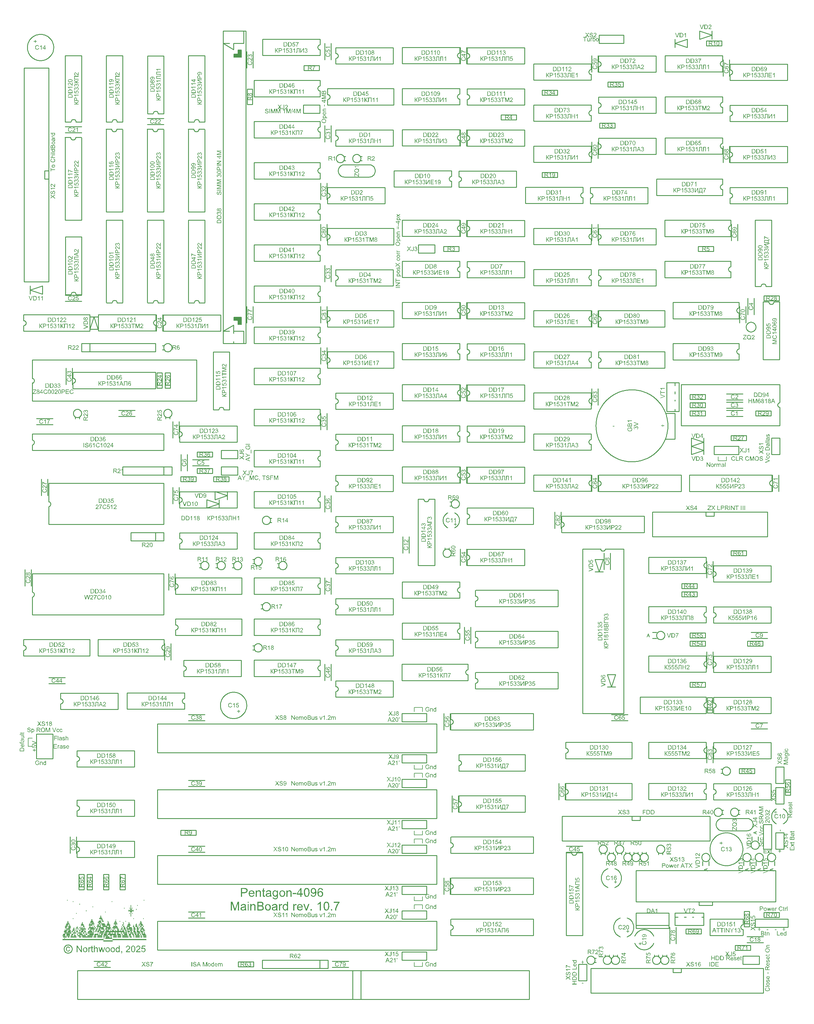
<source format=gto>
G04*
G04  File:            MAINBOARD-V10.7.0.GTO, Sat Oct 04 01:27:28 2025*
G04  Source:          P-CAD 2006 PCB, Version 19.02.958, (D:\PCAD-2006\Projects\Pentagon-4096\Hardware\MainBoard-v10.7.0.PCB)*
G04  Format:          Gerber Format (RS-274-D), ASCII*
G04*
G04  Format Options:  Absolute Positioning*
G04                   Leading-Zero Suppression*
G04                   Scale Factor 1:1*
G04                   NO Circular Interpolation*
G04                   Inch Units*
G04                   Numeric Format: 4.4 (XXXX.XXXX)*
G04                   G54 NOT Used for Aperture Change*
G04                   Apertures Embedded*
G04*
G04  File Options:    Offset = (0.0mil,0.0mil)*
G04                   Drill Symbol Size = 80.0mil*
G04                   No Pad/Via Holes*
G04*
G04  File Contents:   No Pads*
G04                   No Vias*
G04                   Designators*
G04                   Types*
G04                   Values*
G04                   No Drill Symbols*
G04                   Top Silk*
G04*
%INMAINBOARD-V10.7.0.GTO*%
%ICAS*%
%MOIN*%
G04*
G04  Aperture MACROs for general use --- invoked via D-code assignment *
G04*
G04  General MACRO for flashed round with rotation and/or offset hole *
%AMROTOFFROUND*
1,1,$1,0.0000,0.0000*
1,0,$2,$3,$4*%
G04*
G04  General MACRO for flashed oval (obround) with rotation and/or offset hole *
%AMROTOFFOVAL*
21,1,$1,$2,0.0000,0.0000,$3*
1,1,$4,$5,$6*
1,1,$4,0-$5,0-$6*
1,0,$7,$8,$9*%
G04*
G04  General MACRO for flashed oval (obround) with rotation and no hole *
%AMROTOVALNOHOLE*
21,1,$1,$2,0.0000,0.0000,$3*
1,1,$4,$5,$6*
1,1,$4,0-$5,0-$6*%
G04*
G04  General MACRO for flashed rectangle with rotation and/or offset hole *
%AMROTOFFRECT*
21,1,$1,$2,0.0000,0.0000,$3*
1,0,$4,$5,$6*%
G04*
G04  General MACRO for flashed rectangle with rotation and no hole *
%AMROTRECTNOHOLE*
21,1,$1,$2,0.0000,0.0000,$3*%
G04*
G04  General MACRO for flashed rounded-rectangle *
%AMROUNDRECT*
21,1,$1,$2-$4,0.0000,0.0000,$3*
21,1,$1-$4,$2,0.0000,0.0000,$3*
1,1,$4,$5,$6*
1,1,$4,$7,$8*
1,1,$4,0-$5,0-$6*
1,1,$4,0-$7,0-$8*
1,0,$9,$10,$11*%
G04*
G04  General MACRO for flashed rounded-rectangle with rotation and no hole *
%AMROUNDRECTNOHOLE*
21,1,$1,$2-$4,0.0000,0.0000,$3*
21,1,$1-$4,$2,0.0000,0.0000,$3*
1,1,$4,$5,$6*
1,1,$4,$7,$8*
1,1,$4,0-$5,0-$6*
1,1,$4,0-$7,0-$8*%
G04*
G04  General MACRO for flashed regular polygon *
%AMREGPOLY*
5,1,$1,0.0000,0.0000,$2,$3+$4*
1,0,$5,$6,$7*%
G04*
G04  General MACRO for flashed regular polygon with no hole *
%AMREGPOLYNOHOLE*
5,1,$1,0.0000,0.0000,$2,$3+$4*%
G04*
G04  General MACRO for target *
%AMTARGET*
6,0,0,$1,$2,$3,4,$4,$5,$6*%
G04*
G04  General MACRO for mounting hole *
%AMMTHOLE*
1,1,$1,0,0*
1,0,$2,0,0*
$1=$1-$2*
$1=$1/2*
21,1,$2+$1,$3,0,0,$4*
21,1,$3,$2+$1,0,0,$4*%
G04*
G04*
G04  D10 : "Ellipse X8.0mil Y8.0mil H0.0mil 0.0deg (0.0mil,0.0mil) Draw"*
G04  Disc: OuterDia=0.0080*
%ADD10C, 0.0080*%
G04  D11 : "Ellipse X10.0mil Y10.0mil H0.0mil 0.0deg (0.0mil,0.0mil) Draw"*
G04  Disc: OuterDia=0.0100*
%ADD11C, 0.0100*%
G04  D12 : "Ellipse X15.0mil Y15.0mil H0.0mil 0.0deg (0.0mil,0.0mil) Draw"*
G04  Disc: OuterDia=0.0150*
%ADD12C, 0.0150*%
G04  D13 : "Ellipse X20.0mil Y20.0mil H0.0mil 0.0deg (0.0mil,0.0mil) Draw"*
G04  Disc: OuterDia=0.0200*
%ADD13C, 0.0200*%
G04  D14 : "Ellipse X25.0mil Y25.0mil H0.0mil 0.0deg (0.0mil,0.0mil) Draw"*
G04  Disc: OuterDia=0.0250*
%ADD14C, 0.0250*%
G04  D15 : "Ellipse X30.0mil Y30.0mil H0.0mil 0.0deg (0.0mil,0.0mil) Draw"*
G04  Disc: OuterDia=0.0300*
%ADD15C, 0.0300*%
G04  D16 : "Ellipse X40.0mil Y40.0mil H0.0mil 0.0deg (0.0mil,0.0mil) Draw"*
G04  Disc: OuterDia=0.0400*
%ADD16C, 0.0400*%
G04  D17 : "Ellipse X5.0mil Y5.0mil H0.0mil 0.0deg (0.0mil,0.0mil) Draw"*
G04  Disc: OuterDia=0.0050*
%ADD17C, 0.0050*%
G04  D18 : "Ellipse X6.0mil Y6.0mil H0.0mil 0.0deg (0.0mil,0.0mil) Draw"*
G04  Disc: OuterDia=0.0060*
%ADD18C, 0.0060*%
G04  D19 : "Ellipse X9.8mil Y9.8mil H0.0mil 0.0deg (0.0mil,0.0mil) Draw"*
G04  Disc: OuterDia=0.0098*
%ADD19C, 0.0098*%
G04  D20 : "Ellipse X110.0mil Y110.0mil H0.0mil 0.0deg (0.0mil,0.0mil) Flash"*
G04  Disc: OuterDia=0.1100*
%ADD20C, 0.1100*%
G04  D21 : "Ellipse X200.0mil Y200.0mil H0.0mil 0.0deg (0.0mil,0.0mil) Flash"*
G04  Disc: OuterDia=0.2000*
%ADD21C, 0.2000*%
G04  D22 : "Ellipse X215.0mil Y215.0mil H0.0mil 0.0deg (0.0mil,0.0mil) Flash"*
G04  Disc: OuterDia=0.2150*
%ADD22C, 0.2150*%
G04  D23 : "Ellipse X50.0mil Y50.0mil H0.0mil 0.0deg (0.0mil,0.0mil) Flash"*
G04  Disc: OuterDia=0.0500*
%ADD23C, 0.0500*%
G04  D24 : "Ellipse X56.0mil Y56.0mil H0.0mil 0.0deg (0.0mil,0.0mil) Flash"*
G04  Disc: OuterDia=0.0560*
%ADD24C, 0.0560*%
G04  D25 : "Ellipse X60.0mil Y60.0mil H0.0mil 0.0deg (0.0mil,0.0mil) Flash"*
G04  Disc: OuterDia=0.0600*
%ADD25C, 0.0600*%
G04  D26 : "Ellipse X64.0mil Y64.0mil H0.0mil 0.0deg (0.0mil,0.0mil) Flash"*
G04  Disc: OuterDia=0.0640*
%ADD26C, 0.0640*%
G04  D27 : "Ellipse X65.0mil Y65.0mil H0.0mil 0.0deg (0.0mil,0.0mil) Flash"*
G04  Disc: OuterDia=0.0650*
%ADD27C, 0.0650*%
G04  D28 : "Ellipse X71.0mil Y71.0mil H0.0mil 0.0deg (0.0mil,0.0mil) Flash"*
G04  Disc: OuterDia=0.0710*
%ADD28C, 0.0710*%
G04  D29 : "Ellipse X75.0mil Y75.0mil H0.0mil 0.0deg (0.0mil,0.0mil) Flash"*
G04  Disc: OuterDia=0.0750*
%ADD29C, 0.0750*%
G04  D30 : "Ellipse X79.0mil Y79.0mil H0.0mil 0.0deg (0.0mil,0.0mil) Flash"*
G04  Disc: OuterDia=0.0790*
%ADD30C, 0.0790*%
G04  D31 : "Ellipse X90.0mil Y90.0mil H0.0mil 0.0deg (0.0mil,0.0mil) Flash"*
G04  Disc: OuterDia=0.0900*
%ADD31C, 0.0900*%
G04  D32 : "Ellipse X95.0mil Y95.0mil H0.0mil 0.0deg (0.0mil,0.0mil) Flash"*
G04  Disc: OuterDia=0.0950*
%ADD32C, 0.0950*%
G04  D33 : "Oval X75.0mil Y87.0mil H0.0mil 0.0deg (0.0mil,0.0mil) Flash"*
G04  Obround: DimX=0.0750, DimY=0.0870, Rotation=0.0, OffsetX=0.0000, OffsetY=0.0000, HoleDia=0.0000 *
%ADD33O, 0.0750 X0.0870*%
G04  D34 : "Oval X90.0mil Y102.0mil H0.0mil 0.0deg (0.0mil,0.0mil) Flash"*
G04  Obround: DimX=0.0900, DimY=0.1020, Rotation=0.0, OffsetX=0.0000, OffsetY=0.0000, HoleDia=0.0000 *
%ADD34O, 0.0900 X0.1020*%
G04  D35 : "Rectangle X110.0mil Y110.0mil H0.0mil 0.0deg (0.0mil,0.0mil) Flash"*
G04  Square: Side=0.1100, Rotation=0.0, OffsetX=0.0000, OffsetY=0.0000, HoleDia=0.0000*
%ADD35R, 0.1100 X0.1100*%
G04  D36 : "Rectangle X50.0mil Y50.0mil H0.0mil 0.0deg (0.0mil,0.0mil) Flash"*
G04  Square: Side=0.0500, Rotation=0.0, OffsetX=0.0000, OffsetY=0.0000, HoleDia=0.0000*
%ADD36R, 0.0500 X0.0500*%
G04  D37 : "Rectangle X56.0mil Y56.0mil H0.0mil 0.0deg (0.0mil,0.0mil) Flash"*
G04  Square: Side=0.0560, Rotation=0.0, OffsetX=0.0000, OffsetY=0.0000, HoleDia=0.0000*
%ADD37R, 0.0560 X0.0560*%
G04  D38 : "Rectangle X60.0mil Y60.0mil H0.0mil 0.0deg (0.0mil,0.0mil) Flash"*
G04  Square: Side=0.0600, Rotation=0.0, OffsetX=0.0000, OffsetY=0.0000, HoleDia=0.0000*
%ADD38R, 0.0600 X0.0600*%
G04  D39 : "Rectangle X64.0mil Y64.0mil H0.0mil 0.0deg (0.0mil,0.0mil) Flash"*
G04  Square: Side=0.0640, Rotation=0.0, OffsetX=0.0000, OffsetY=0.0000, HoleDia=0.0000*
%ADD39R, 0.0640 X0.0640*%
G04  D40 : "Rectangle X65.0mil Y65.0mil H0.0mil 0.0deg (0.0mil,0.0mil) Flash"*
G04  Square: Side=0.0650, Rotation=0.0, OffsetX=0.0000, OffsetY=0.0000, HoleDia=0.0000*
%ADD40R, 0.0650 X0.0650*%
G04  D41 : "Rectangle X71.0mil Y71.0mil H0.0mil 0.0deg (0.0mil,0.0mil) Flash"*
G04  Square: Side=0.0710, Rotation=0.0, OffsetX=0.0000, OffsetY=0.0000, HoleDia=0.0000*
%ADD41R, 0.0710 X0.0710*%
G04  D42 : "Rectangle X75.0mil Y75.0mil H0.0mil 0.0deg (0.0mil,0.0mil) Flash"*
G04  Square: Side=0.0750, Rotation=0.0, OffsetX=0.0000, OffsetY=0.0000, HoleDia=0.0000*
%ADD42R, 0.0750 X0.0750*%
G04  D43 : "Rectangle X75.0mil Y87.0mil H0.0mil 0.0deg (0.0mil,0.0mil) Flash"*
G04  Rectangular: DimX=0.0750, DimY=0.0870, Rotation=0.0, OffsetX=0.0000, OffsetY=0.0000, HoleDia=0.0000 *
%ADD43R, 0.0750 X0.0870*%
G04  D44 : "Rectangle X79.0mil Y79.0mil H0.0mil 0.0deg (0.0mil,0.0mil) Flash"*
G04  Square: Side=0.0790, Rotation=0.0, OffsetX=0.0000, OffsetY=0.0000, HoleDia=0.0000*
%ADD44R, 0.0790 X0.0790*%
G04  D45 : "Rectangle X90.0mil Y102.0mil H0.0mil 0.0deg (0.0mil,0.0mil) Flash"*
G04  Rectangular: DimX=0.0900, DimY=0.1020, Rotation=0.0, OffsetX=0.0000, OffsetY=0.0000, HoleDia=0.0000 *
%ADD45R, 0.0900 X0.1020*%
G04  D46 : "Rectangle X95.0mil Y95.0mil H0.0mil 0.0deg (0.0mil,0.0mil) Flash"*
G04  Square: Side=0.0950, Rotation=0.0, OffsetX=0.0000, OffsetY=0.0000, HoleDia=0.0000*
%ADD46R, 0.0950 X0.0950*%
G04  D47 : "Ellipse X102.0mil Y102.0mil H0.0mil 0.0deg (0.0mil,0.0mil) Flash"*
G04  Disc: OuterDia=0.1020*
%ADD47C, 0.1020*%
G04  D48 : "Ellipse X118.0mil Y118.0mil H0.0mil 0.0deg (0.0mil,0.0mil) Flash"*
G04  Disc: OuterDia=0.1180*
%ADD48C, 0.1180*%
G04  D49 : "Ellipse X133.0mil Y133.0mil H0.0mil 0.0deg (0.0mil,0.0mil) Flash"*
G04  Disc: OuterDia=0.1330*
%ADD49C, 0.1330*%
G04  D50 : "Ellipse X20.0mil Y20.0mil H0.0mil 0.0deg (0.0mil,0.0mil) Flash"*
G04  Disc: OuterDia=0.0200*
%ADD50C, 0.0200*%
G04  D51 : "Ellipse X35.0mil Y35.0mil H0.0mil 0.0deg (0.0mil,0.0mil) Flash"*
G04  Disc: OuterDia=0.0350*
%ADD51C, 0.0350*%
G04  D52 : "Ellipse X55.0mil Y55.0mil H0.0mil 0.0deg (0.0mil,0.0mil) Flash"*
G04  Disc: OuterDia=0.0550*
%ADD52C, 0.0550*%
G04  D53 : "Ellipse X70.0mil Y70.0mil H0.0mil 0.0deg (0.0mil,0.0mil) Flash"*
G04  Disc: OuterDia=0.0700*
%ADD53C, 0.0700*%
G04  D54 : "Ellipse X87.0mil Y87.0mil H0.0mil 0.0deg (0.0mil,0.0mil) Flash"*
G04  Disc: OuterDia=0.0870*
%ADD54C, 0.0870*%
G04*
%FSLAX44Y44*%
%SFA1B1*%
%OFA0.0000B0.0000*%
G04*
G70*
G90*
G01*
D2*
%LNTop Silk*%
%LPD*%
D10*
D11*
X106861Y106360*
X106958Y106369D1*
X107052Y106398*
X107139Y106444*
X107214Y106506*
X107277Y106582*
X107323Y106668*
X107351Y106762*
X107361Y106860*
X107351Y106957*
X107323Y107051*
X107277Y107137*
X107214Y107213*
X107139Y107275*
X107052Y107322*
X106958Y107350*
X106861Y107360*
X106763Y107350*
X106670Y107322*
X106583Y107275*
X106507Y107213*
X106445Y107137*
X106399Y107051*
X106370Y106957*
X106361Y106860*
X106370Y106762*
X106399Y106668*
X106445Y106582*
X106507Y106506*
X106583Y106444*
X106670Y106398*
X106763Y106369*
X106861Y106360*
D2*
D10*
X106440Y108200*
Y108120D1*
X106840Y108280D2*
X107000D1*
X106280D2*
X106680D1*
X106200Y108440D2*
X106520D1*
X106200Y108520D2*
X106520D1*
X106280Y108600D2*
X106520D1*
X106280Y108680D2*
X106520D1*
X107000Y109720D2*
X107080D1*
X107000Y109800D2*
X107080D1*
X106760Y110040D2*
X106920D1*
X106760Y110120D2*
X106920D1*
X106840Y110200D2*
Y110280D1*
X106680Y108440D2*
X107080D1*
X106680Y108520D2*
X107080D1*
X106680Y108600D2*
X107080D1*
X106680Y108680D2*
X107080D1*
X106360Y108920D2*
X106680D1*
X106360Y109000D2*
X106680D1*
X106440Y109080D2*
X106760D1*
X106440Y109160D2*
X106760D1*
X106680Y109240D2*
X107080D1*
X106680Y109320D2*
X107080D1*
X106520Y109400D2*
X106680D1*
X106520Y109480D2*
X106680D1*
X106520Y109560D2*
X106760D1*
X106520Y109640D2*
X106760D1*
X106600Y109720D2*
X106840D1*
X106600Y109800D2*
X106840D1*
X106680Y109880D2*
X107000D1*
X106680Y109960D2*
X107000D1*
X106840Y108360D2*
X107000D1*
X106280D2*
X106680D1*
X107240Y108440D2*
X107400D1*
X107240Y108520D2*
X107400D1*
X107560Y108440D2*
X107800D1*
X107560Y108520D2*
X107800D1*
X107320Y108600D2*
X107480D1*
X107320Y108680D2*
X107480D1*
X107640D2*
Y108600D1*
X107480Y108760D2*
X107800D1*
X107480Y108840D2*
X107800D1*
X107320Y108920D2*
X107400D1*
X107320Y109000D2*
X107400D1*
X107640Y108920D2*
X107720D1*
X107640Y109000D2*
X107720D1*
X107400Y109080D2*
X107640D1*
X107400Y109160D2*
X107640D1*
X107800Y109080D2*
Y109160D1*
X107480Y109240D2*
X107640D1*
X107480Y109320D2*
X107640D1*
X107560Y109400D2*
Y109480D1*
X107480Y110520D2*
Y110600D1*
X107800Y109240D2*
X107880D1*
X107800Y109320D2*
X107880D1*
X106840Y108920D2*
X107160D1*
X106840Y109000D2*
X107160D1*
X106920Y109080D2*
X107160D1*
X106920Y109160D2*
X107160D1*
X106920Y109400D2*
X107160D1*
X106920Y109480D2*
X107160D1*
X106920Y109560D2*
X107160D1*
X106920Y109640D2*
X107160D1*
X106440Y108760D2*
X107240D1*
X106440Y108840D2*
X107240D1*
X107160Y108280D2*
X107880D1*
X107160Y108360D2*
X107880D1*
X106760Y112760D2*
Y112840D1*
X107480Y112600D2*
Y112680D1*
X107880Y111160D2*
Y111240D1*
X108200Y108280D2*
X108440D1*
X108600D2*
X109800D1*
X108040Y108440D2*
X108360D1*
X108040Y108520D2*
X108360D1*
X108520Y108440D2*
X109000D1*
X108520Y108520D2*
X109000D1*
X108280Y108600D2*
X108600D1*
X108280Y108680D2*
X108600D1*
X108840Y108600D2*
Y108680D1*
X109000Y108600D2*
X109160D1*
X109000Y108680D2*
X109160D1*
X108120Y108760D2*
X108520D1*
X108120Y108840D2*
X108520D1*
X108680Y108760D2*
X108840D1*
X108680Y108840D2*
X108840D1*
X109000Y108760D2*
X109080D1*
X109000Y108840D2*
X109080D1*
X108280Y108920D2*
Y109000D1*
X108440Y108920D2*
X108680D1*
X108440Y109000D2*
X108680D1*
X108840Y108920D2*
X109000D1*
X108840Y109000D2*
X109000D1*
X108200Y109080D2*
X108360D1*
X108200Y109160D2*
X108360D1*
X108520Y109080D2*
X108760D1*
X108520Y109160D2*
X108760D1*
X108920Y109080D2*
Y109160D1*
X108040Y109240D2*
X108120D1*
X108040Y109320D2*
X108120D1*
X108360Y109240D2*
X109000D1*
X108360Y109320D2*
X109000D1*
X109320Y109240D2*
X109400D1*
X109320Y109320D2*
X109400D1*
X108280Y109400D2*
X108360D1*
X108280Y109480D2*
X108360D1*
X108520Y109400D2*
X108600D1*
X108520Y109480D2*
X108600D1*
X108760Y109400D2*
X108840D1*
X108760Y109480D2*
X108840D1*
X108440Y109560D2*
Y109640D1*
X108680Y109560D2*
X108840D1*
X108680Y109640D2*
X108840D1*
X109480Y109560D2*
X109560D1*
X109480Y109640D2*
X109560D1*
X108440Y109720D2*
X108760D1*
X108440Y109800D2*
X108760D1*
X108520Y109880D2*
X108680D1*
X108520Y109960D2*
X108680D1*
X109480Y109880D2*
X109560D1*
X109480Y109960D2*
X109560D1*
X108600Y110040D2*
Y110120D1*
X109960Y108920D2*
X110040D1*
X109960Y109000D2*
X110040D1*
X109880Y109080D2*
X109960D1*
X109880Y109160D2*
X109960D1*
X109880Y109560D2*
Y109640D1*
X110040Y109560D2*
X110120D1*
X110040Y109640D2*
X110120D1*
X109960Y109720D2*
Y109800D1*
X109720Y109880D2*
X110040D1*
X109720Y109960D2*
X110040D1*
X109720Y110360D2*
X109800D1*
X109720Y110440D2*
X109800D1*
X109240Y108440D2*
X109880D1*
X109240Y108520D2*
X109880D1*
X109480Y108600D2*
X109960D1*
X109480Y108680D2*
X109960D1*
X109240Y108760D2*
X109960D1*
X109240Y108840D2*
X109960D1*
X109320Y108920D2*
X109800D1*
X109320Y109000D2*
X109800D1*
X109480Y109080D2*
X109720D1*
X109480Y109160D2*
X109720D1*
X109560Y109240D2*
X110120D1*
X109560Y109320D2*
X110120D1*
X109400Y109400D2*
X109960D1*
X109400Y109480D2*
X109960D1*
X109400Y109720D2*
X109800D1*
X109400Y109800D2*
X109800D1*
X109560Y110040D2*
X109960D1*
X109560Y110120D2*
X109960D1*
X109640Y110200D2*
X109880D1*
X109640Y110280D2*
X109880D1*
X108200Y108360D2*
X108440D1*
X108600D2*
X109800D1*
X110680Y108600D2*
Y108680D1*
X110520Y108760D2*
Y108840D1*
X110440Y108920D2*
X110600D1*
X110440Y109000D2*
X110600D1*
X110520Y109080D2*
X110840D1*
X110520Y109160D2*
X110840D1*
X110280Y109240D2*
X110440D1*
X110280Y109320D2*
X110440D1*
X110600Y109240D2*
X110760D1*
X110600Y109320D2*
X110760D1*
X110440Y109400D2*
X110520D1*
X110440Y109480D2*
X110520D1*
X110360Y109560D2*
X110840D1*
X110360Y109640D2*
X110840D1*
X110440Y109720D2*
X110600D1*
X110440Y109800D2*
X110600D1*
X110760Y109720D2*
X110840D1*
X110760Y109800D2*
X110840D1*
X110600Y109880D2*
X110760D1*
X110600Y109960D2*
X110760D1*
X110600Y110200D2*
X110840D1*
X110600Y110280D2*
X110840D1*
X110760Y110360D2*
Y110440D1*
X110840Y110840D2*
Y110920D1*
X110520Y110040D2*
X110920D1*
X110520Y110120D2*
X110920D1*
X110760Y110680D2*
X110920D1*
X110760Y110760D2*
X110920D1*
X109960Y108280D2*
X110280D1*
X110040Y108440D2*
X110280D1*
X110040Y108520D2*
X110280D1*
X110120Y108600D2*
X110520D1*
X110120Y108680D2*
X110520D1*
X110200Y108920D2*
X110280D1*
X110200Y109000D2*
X110280D1*
X110200Y109080D2*
X110360D1*
X110200Y109160D2*
X110360D1*
X110120Y109400D2*
X110200D1*
X110120Y109480D2*
X110200D1*
X109960Y108360D2*
X110280D1*
X108280Y112280D2*
Y112360D1*
X109080Y111480D2*
Y111560D1*
X109880Y111960D2*
Y112040D1*
X111160Y107800D2*
X112280D1*
X111160Y107880D2*
X112280D1*
X111240Y108200D2*
Y108120D1*
X111400D2*
X112200D1*
X111400Y108200D2*
X112200D1*
X111160Y108280D2*
X111320D1*
X111480D2*
X111880D1*
X112360D2*
X112760D1*
X111160Y108440D2*
X111720D1*
X111160Y108520D2*
X111720D1*
X111960Y108440D2*
X112200D1*
X111960Y108520D2*
X112200D1*
X111240Y108600D2*
X111560D1*
X111240Y108680D2*
X111560D1*
X111320Y108760D2*
X111640D1*
X111320Y108840D2*
X111640D1*
X111800Y108760D2*
X112040D1*
X111800Y108840D2*
X112040D1*
X112200Y108760D2*
X112280D1*
X112200Y108840D2*
X112280D1*
X111160Y109080D2*
X111320D1*
X111160Y109160D2*
X111320D1*
X111480Y109080D2*
X111800D1*
X111480Y109160D2*
X111800D1*
X112040Y109080D2*
Y109160D1*
X112200Y109080D2*
X112440D1*
X112200Y109160D2*
X112440D1*
X111400Y109240D2*
X111560D1*
X111400Y109320D2*
X111560D1*
X111720Y109240D2*
X111960D1*
X111720Y109320D2*
X111960D1*
X112120Y109240D2*
Y109320D1*
X112440Y109240D2*
X112520D1*
X112440Y109320D2*
X112520D1*
X111480Y109400D2*
X112040D1*
X111480Y109480D2*
X112040D1*
X111080Y109560D2*
X111640D1*
X111080Y109640D2*
X111640D1*
X111800Y109560D2*
X111960D1*
X111800Y109640D2*
X111960D1*
X111560Y109720D2*
X111960D1*
X111560Y109800D2*
X111960D1*
X111640Y109880D2*
X111880D1*
X111640Y109960D2*
X111880D1*
X111720Y110040D2*
X111800D1*
X111720Y110120D2*
X111800D1*
X111720Y110200D2*
Y110280D1*
X112840Y108760D2*
X113000D1*
X112840Y108840D2*
X113000D1*
X112840Y109080D2*
X113080D1*
X112840Y109160D2*
X113080D1*
X112840Y109240D2*
X113000D1*
X112840Y109320D2*
X113000D1*
X112360Y108440D2*
X112760D1*
X112360Y108520D2*
X112760D1*
X111720Y108600D2*
X112680D1*
X111720Y108680D2*
X112680D1*
X112520Y108760D2*
X112680D1*
X112520Y108840D2*
X112680D1*
X112600Y109080D2*
X112680D1*
X112600Y109160D2*
X112680D1*
X112280Y109400D2*
X112920D1*
X112280Y109480D2*
X112920D1*
X112360Y109560D2*
X112840D1*
X112360Y109640D2*
X112840D1*
X112600Y109720D2*
X112680D1*
X112600Y109800D2*
X112680D1*
X112440Y109880D2*
X112840D1*
X112440Y109960D2*
X112840D1*
X112520Y110040D2*
X112760D1*
X112520Y110120D2*
X112760D1*
X112600Y110200D2*
X112680D1*
X112600Y110280D2*
X112680D1*
Y110360D2*
Y110440D1*
X111160Y108360D2*
X111320D1*
X111480D2*
X111880D1*
X112120D2*
Y108280D1*
X112360Y108360D2*
X112760D1*
X113400Y108600D2*
X113480D1*
X113400Y108680D2*
X113480D1*
X113320Y108760D2*
X113400D1*
X113320Y108840D2*
X113400D1*
X113240Y109080D2*
X113320D1*
X113240Y109160D2*
X113320D1*
X113480Y109080D2*
X113640D1*
X113480Y109160D2*
X113640D1*
X113320Y109240D2*
X113480D1*
X113320Y109320D2*
X113480D1*
X113400Y109400D2*
X113480D1*
X113400Y109480D2*
X113480D1*
X113640Y109400D2*
X113800D1*
X113640Y109480D2*
X113800D1*
X113400Y109560D2*
Y109640D1*
X113560Y109560D2*
X113720D1*
X113560Y109640D2*
X113720D1*
X113480Y109720D2*
X113560D1*
X113480Y109800D2*
X113560D1*
Y109880D2*
X113640D1*
X113560Y109960D2*
X113640D1*
X113560Y110040D2*
Y110120D1*
X113640Y109240D2*
X113880D1*
X113640Y109320D2*
X113880D1*
Y110200D2*
Y110280D1*
X112920Y108280D2*
X113320D1*
X112920Y108440D2*
X113320D1*
X112920Y108520D2*
X113320D1*
X112840Y108600D2*
X113240D1*
X112840Y108680D2*
X113240D1*
X113160Y110200D2*
Y110280D1*
X111400Y108920D2*
X113720D1*
X111400Y109000D2*
X113720D1*
X112920Y108360D2*
X113320D1*
X112200Y112600D2*
Y112680D1*
X111400Y111320D2*
Y111400D1*
X113720Y111800D2*
Y111880D1*
X114360Y108280D2*
X114600D1*
X114840D2*
X114920D1*
X115080D2*
X115560D1*
X115720D2*
X115880D1*
X114280Y108440D2*
X114520D1*
X114280Y108520D2*
X114520D1*
X114760Y108440D2*
X114920D1*
X114760Y108520D2*
X114920D1*
X115080Y108440D2*
X115560D1*
X115080Y108520D2*
X115560D1*
X114280Y108600D2*
X114520D1*
X114280Y108680D2*
X114520D1*
X114680Y108600D2*
X114840D1*
X114680Y108680D2*
X114840D1*
X115000Y108600D2*
X115160D1*
X115000Y108680D2*
X115160D1*
X115320Y108600D2*
X115480D1*
X115320Y108680D2*
X115480D1*
X114200Y108760D2*
X114280D1*
X114200Y108840D2*
X114280D1*
X114440Y108760D2*
X114760D1*
X114440Y108840D2*
X114760D1*
X114920Y108760D2*
X115160D1*
X114920Y108840D2*
X115160D1*
X114120Y108920D2*
X114360D1*
X114120Y109000D2*
X114360D1*
X114520Y108920D2*
X114600D1*
X114520Y109000D2*
X114600D1*
X114840Y108920D2*
X115080D1*
X114840Y109000D2*
X115080D1*
X115240Y108920D2*
X115560D1*
X115240Y109000D2*
X115560D1*
X114120Y109080D2*
X114200D1*
X114120Y109160D2*
X114200D1*
X114360Y109080D2*
X114680D1*
X114360Y109160D2*
X114680D1*
X114840Y109080D2*
X115000D1*
X114840Y109160D2*
X115000D1*
X115240Y109080D2*
X115400D1*
X115240Y109160D2*
X115400D1*
X114040Y109240D2*
X114680D1*
X114040Y109320D2*
X114680D1*
X114840Y109240D2*
X115080D1*
X114840Y109320D2*
X115080D1*
X115240Y109240D2*
X115480D1*
X115240Y109320D2*
X115480D1*
X114280Y109400D2*
X114600D1*
X114280Y109480D2*
X114600D1*
X114840Y109400D2*
X115000D1*
X114840Y109480D2*
X115000D1*
X115240Y109400D2*
X115400D1*
X115240Y109480D2*
X115400D1*
X114040Y109560D2*
X114360D1*
X114040Y109640D2*
X114360D1*
X114760Y109560D2*
X114920D1*
X114760Y109640D2*
X114920D1*
X115080Y109560D2*
X115320D1*
X115080Y109640D2*
X115320D1*
X115480Y109560D2*
Y109640D1*
X114120Y109720D2*
X114440D1*
X114120Y109800D2*
X114440D1*
X114840Y109720D2*
Y109800D1*
X115080Y109720D2*
X115240D1*
X115080Y109800D2*
X115240D1*
X115480Y109720D2*
X115560D1*
X115480Y109800D2*
X115560D1*
X114200Y109880D2*
X114360D1*
X114200Y109960D2*
X114360D1*
X115160Y109880D2*
Y109960D1*
X114280Y110040D2*
Y110120D1*
X114840Y110520D2*
Y110600D1*
X115720Y108440D2*
X115800D1*
X115720Y108520D2*
X115800D1*
Y108760D2*
X115960D1*
X115800Y108840D2*
X115960D1*
X115720Y108920D2*
X115960D1*
X115720Y109000D2*
X115960D1*
X116120Y108920D2*
Y109000D1*
X115720Y109240D2*
X116120D1*
X115720Y109320D2*
X116120D1*
X115800Y109400D2*
X115960D1*
X115800Y109480D2*
X115960D1*
Y109560D2*
X116040D1*
X115960Y109640D2*
X116040D1*
X115720Y109720D2*
X115960D1*
X115720Y109800D2*
X115960D1*
X115720Y110200D2*
Y110280D1*
X116040Y110520D2*
Y110600D1*
X115640Y108600D2*
X115720D1*
X115640Y108680D2*
X115720D1*
X115320Y108760D2*
X115640D1*
X115320Y108840D2*
X115640D1*
Y109080D2*
X115800D1*
X115640Y109160D2*
X115800D1*
X115560Y109400D2*
X115640D1*
X115560Y109480D2*
X115640D1*
Y109560D2*
X115800D1*
X115640Y109640D2*
X115800D1*
X115560Y109880D2*
X115880D1*
X115560Y109960D2*
X115880D1*
X115640Y110040D2*
X115800D1*
X115640Y110120D2*
X115800D1*
X114360Y108360D2*
X114600D1*
X114840D2*
X114920D1*
X115080D2*
X115560D1*
X115720D2*
X115880D1*
X116040Y108280D2*
X116360D1*
X115960Y108440D2*
X116360D1*
X115960Y108520D2*
X116360D1*
X115880Y108600D2*
X116280D1*
X115880Y108680D2*
X116280D1*
X116120Y108760D2*
X116200D1*
X116120Y108840D2*
X116200D1*
X115960Y109080D2*
X116200D1*
X115960Y109160D2*
X116200D1*
X116040Y108360D2*
X116360D1*
X114360Y111160D2*
Y111240D1*
X114680Y111160D2*
Y111240D1*
X114440Y111320D2*
X114600D1*
X114200Y111480D2*
X114840D1*
X114200Y111560D2*
X114840D1*
X114440Y111640D2*
X114600D1*
X114440Y111720D2*
X114600D1*
X114360Y111800D2*
Y111880D1*
X114520Y111800D2*
Y112200D1*
X114680Y111800D2*
Y111880D1*
X115160Y111640D2*
Y111720D1*
X115320Y112120D2*
Y112200D1*
X116120Y112760D2*
Y112840D1*
X114440Y111400D2*
X114600D1*
X149000Y111750D2*
Y112250D1*
Y113250D2*
Y112750D1*
Y121250D2*
Y120750D1*
Y127750D2*
Y128250D1*
Y135750D2*
Y136250D1*
X187000Y166250D2*
Y166750D1*
X114520Y110840D2*
Y111240D1*
X149000Y105250D2*
Y104750D1*
Y119750D2*
Y120250D1*
Y129250D2*
Y128750D1*
X107960Y108600D2*
X108040D1*
X107960Y108680D2*
X108040D1*
X107960Y108840D2*
Y108760D1*
Y109080D2*
Y109160D1*
Y109560D2*
Y109640D1*
X107880Y108920D2*
X108040D1*
X107880Y109000D2*
X108040D1*
X107880Y109400D2*
X108040D1*
X107880Y109480D2*
X108040D1*
X102000Y131500D2*
X102500D1*
Y132500D2*
X102000D1*
X111000Y109720D2*
X111400D1*
X111000Y109800D2*
X111400D1*
X111000Y110200D2*
X111160D1*
X111000Y110280D2*
X111160D1*
X110440Y108280D2*
X111000D1*
X110440Y108440D2*
X111000D1*
X110440Y108520D2*
X111000D1*
X110920Y108600D2*
X111080D1*
X110920Y108680D2*
X111080D1*
X110680Y108760D2*
X111160D1*
X110680Y108840D2*
X111160D1*
X110760Y108920D2*
X111240D1*
X110760Y109000D2*
X111240D1*
X110920Y109240D2*
X111240D1*
X110920Y109320D2*
X111240D1*
X110680Y109400D2*
X111160D1*
X110680Y109480D2*
X111160D1*
X110920Y109880D2*
X111320D1*
X110920Y109960D2*
X111320D1*
X110920Y110360D2*
X111080D1*
X110920Y110440D2*
X111080D1*
X110680Y110520D2*
X111000D1*
X110680Y110600D2*
X111000D1*
X110440Y108360D2*
X111000D1*
X113960Y109400D2*
X114120D1*
X113960Y109480D2*
X114120D1*
X113480Y108280D2*
X114200D1*
X113480Y108440D2*
X114120D1*
X113480Y108520D2*
X114120D1*
X113720Y108600D2*
X114040D1*
X113720Y108680D2*
X114040D1*
X113560Y108760D2*
X114040D1*
X113560Y108840D2*
X114040D1*
X113880Y108920D2*
X113960D1*
X113880Y109000D2*
X113960D1*
X113800Y109080D2*
X113960D1*
X113800Y109160D2*
X113960D1*
X113480Y108360D2*
X114200D1*
X112280Y108040D2*
X116360D1*
X149000Y104750D2*
X150000D1*
X149000Y112750D2*
X150000D1*
X149000Y112250D2*
X150000D1*
Y111750*
Y112750D2*
Y113250D1*
X149000Y120750D2*
X150000D1*
X149000Y120250D2*
X150000D1*
Y120750D2*
Y121250D1*
X149000Y128750D2*
X150000D1*
X149000Y128250D2*
X150000D1*
Y127750*
X149000Y136250D2*
X150000D1*
Y135750*
X186000Y166750D2*
Y166250D1*
X187000*
X102000Y132500D2*
Y131500D1*
X112280Y107960D2*
X116360D1*
X150000Y104750D2*
Y105250D1*
Y120250D2*
Y119750D1*
Y128750D2*
Y129250D1*
X106200Y108040D2*
X111160D1*
X106200Y107960D2*
X111160D1*
D2*
D11*
X154375Y125500*
Y123500D1*
X153625D2*
Y125500D1*
D2*
D10*
D11*
X155375Y155500*
Y153500D1*
X154625D2*
Y155500D1*
D2*
D10*
D11*
X155375Y185500*
Y183500D1*
X154625D2*
Y185500D1*
D2*
D10*
D11*
X155375Y206500*
Y204500D1*
X154625D2*
Y206500D1*
D2*
D10*
D11*
X104375Y164000*
Y162000D1*
X103625D2*
Y164000D1*
D2*
D10*
D11*
X107375Y177500*
Y175500D1*
X106625D2*
Y177500D1*
D2*
D10*
D11*
X109812Y115937*
X109187D1*
X109812Y114062D2*
X109187D1*
Y115937*
X109812D2*
Y114062D1*
D2*
D10*
D11*
X108812Y115937*
X108187D1*
X108812Y114062D2*
X108187D1*
Y115937*
X108812D2*
Y114062D1*
D2*
D10*
D11*
X111812Y115937*
X111187D1*
X111812Y114062D2*
X111187D1*
Y115937*
X111812D2*
Y114062D1*
D2*
D10*
D11*
X118625Y142000*
Y144000D1*
X119375D2*
Y142000D1*
D2*
D10*
D11*
X118312Y176937*
X117687D1*
X118312Y175062D2*
X117687D1*
Y176937*
X118312D2*
Y175062D1*
D2*
D10*
D11*
X118750Y171350*
Y171550D1*
X119250Y171350D2*
Y171550D1*
X119000Y171499D2*
X119097Y171509D1*
X119191Y171538*
X119277Y171584*
X119353Y171646*
X119415Y171722*
X119461Y171808*
X119490Y171902*
X119500Y172000*
X119490Y172097*
X119461Y172191*
X119415Y172277*
X119353Y172353*
X119277Y172415*
X119191Y172461*
X119097Y172490*
X119000Y172500*
X118902Y172490*
X118808Y172461*
X118722Y172415*
X118646Y172353*
X118584Y172277*
X118538Y172191*
X118509Y172097*
X118499Y172000*
X118509Y171902*
X118538Y171808*
X118584Y171722*
X118646Y171646*
X118722Y171584*
X118808Y171538*
X118902Y171509*
X119000Y171499*
D2*
D10*
D11*
X119312Y176937*
X118687D1*
X119312Y175062D2*
X118687D1*
Y176937*
X119312D2*
Y175062D1*
D2*
D10*
D11*
X117625Y182000*
Y184000D1*
X118375D2*
Y182000D1*
D2*
D10*
D11*
X120625Y165000*
Y167000D1*
X121375D2*
Y165000D1*
D2*
D10*
D11*
X126850Y153750*
X127050D1*
X126850Y153250D2*
X127050D1*
X126999Y153500D2*
X127009Y153402D1*
X127038Y153308*
X127084Y153222*
X127146Y153146*
X127222Y153084*
X127308Y153038*
X127402Y153009*
X127500Y152999*
X127597Y153009*
X127691Y153038*
X127777Y153084*
X127853Y153146*
X127915Y153222*
X127961Y153308*
X127990Y153402*
X128000Y153500*
X127990Y153597*
X127961Y153691*
X127915Y153777*
X127853Y153853*
X127777Y153915*
X127691Y153961*
X127597Y153990*
X127500Y154000*
X127402Y153990*
X127308Y153961*
X127222Y153915*
X127146Y153853*
X127084Y153777*
X127038Y153691*
X127009Y153597*
X126999Y153500*
D2*
D10*
D11*
X138125Y139500*
Y141500D1*
X138875D2*
Y139500D1*
D2*
D10*
D11*
X138125Y150000*
Y152000D1*
X138875D2*
Y150000D1*
D2*
D10*
D11*
X138125Y160000*
Y162000D1*
X138875D2*
Y160000D1*
D2*
D10*
D11*
Y190000*
Y188000D1*
X138125D2*
Y190000D1*
D2*
D10*
D11*
X138875Y217000*
Y215000D1*
X138125D2*
Y217000D1*
D2*
D10*
D11*
X148375Y157000*
Y155000D1*
X147625D2*
Y157000D1*
D2*
D10*
D11*
X155375Y165500*
Y163500D1*
X154625D2*
Y165500D1*
D2*
D10*
D11*
X155375Y175500*
Y173500D1*
X154625D2*
Y175500D1*
D2*
D10*
D11*
X155375Y216500*
Y214500D1*
X154625D2*
Y216500D1*
D2*
D10*
D11*
X167375Y127000*
Y125000D1*
X166625D2*
Y127000D1*
D2*
D10*
D11*
X166875Y160000*
Y158000D1*
X166125D2*
Y160000D1*
D2*
D10*
D11*
X172750Y106150*
Y105950D1*
X172250Y106150D2*
Y105950D1*
X172500Y106000D2*
X172402Y105990D1*
X172308Y105961*
X172222Y105915*
X172146Y105853*
X172084Y105777*
X172038Y105691*
X172009Y105597*
X171999Y105500*
X172009Y105402*
X172038Y105308*
X172084Y105222*
X172146Y105146*
X172222Y105084*
X172308Y105038*
X172402Y105009*
X172500Y104999*
X172597Y105009*
X172691Y105038*
X172777Y105084*
X172853Y105146*
X172915Y105222*
X172961Y105308*
X172990Y105402*
X173000Y105500*
X172990Y105597*
X172961Y105691*
X172915Y105777*
X172853Y105853*
X172777Y105915*
X172691Y105961*
X172597Y105990*
X172500Y106000*
D2*
D10*
D11*
X173250Y118650*
Y118450D1*
X172750Y118650D2*
Y118450D1*
X173000Y118500D2*
X172902Y118490D1*
X172808Y118461*
X172722Y118415*
X172646Y118353*
X172584Y118277*
X172538Y118191*
X172509Y118097*
X172499Y118000*
X172509Y117902*
X172538Y117808*
X172584Y117722*
X172646Y117646*
X172722Y117584*
X172808Y117538*
X172902Y117509*
X173000Y117499*
X173097Y117509*
X173191Y117538*
X173277Y117584*
X173353Y117646*
X173415Y117722*
X173461Y117808*
X173490Y117902*
X173500Y118000*
X173490Y118097*
X173461Y118191*
X173415Y118277*
X173353Y118353*
X173277Y118415*
X173191Y118461*
X173097Y118490*
X173000Y118500*
D2*
D10*
D11*
X171750Y118350*
Y118550D1*
X172250Y118350D2*
Y118550D1*
X172000Y118499D2*
X172097Y118509D1*
X172191Y118538*
X172277Y118584*
X172353Y118646*
X172415Y118722*
X172461Y118808*
X172490Y118902*
X172500Y119000*
X172490Y119097*
X172461Y119191*
X172415Y119277*
X172353Y119353*
X172277Y119415*
X172191Y119461*
X172097Y119490*
X172000Y119500*
X171902Y119490*
X171808Y119461*
X171722Y119415*
X171646Y119353*
X171584Y119277*
X171538Y119191*
X171509Y119097*
X171499Y119000*
X171509Y118902*
X171538Y118808*
X171584Y118722*
X171646Y118646*
X171722Y118584*
X171808Y118538*
X171902Y118509*
X172000Y118499*
D2*
D10*
D11*
X173500Y140250*
X172500D1*
X173500Y138750D2*
X172500D1*
X173500Y140250D2*
X173000Y138750D1*
X172500Y140250*
D2*
D10*
D11*
X172125Y153000*
Y155000D1*
X172875D2*
Y153000D1*
D2*
D10*
D11*
X175250Y118650*
Y118450D1*
X174750Y118650D2*
Y118450D1*
X175000Y118500D2*
X174902Y118490D1*
X174808Y118461*
X174722Y118415*
X174646Y118353*
X174584Y118277*
X174538Y118191*
X174509Y118097*
X174499Y118000*
X174509Y117902*
X174538Y117808*
X174584Y117722*
X174646Y117646*
X174722Y117584*
X174808Y117538*
X174902Y117509*
X175000Y117499*
X175097Y117509*
X175191Y117538*
X175277Y117584*
X175353Y117646*
X175415Y117722*
X175461Y117808*
X175490Y117902*
X175500Y118000*
X175490Y118097*
X175461Y118191*
X175415Y118277*
X175353Y118353*
X175277Y118415*
X175191Y118461*
X175097Y118490*
X175000Y118500*
D2*
D10*
D11*
X176250Y118650*
Y118450D1*
X175750Y118650D2*
Y118450D1*
X176000Y118500D2*
X175902Y118490D1*
X175808Y118461*
X175722Y118415*
X175646Y118353*
X175584Y118277*
X175538Y118191*
X175509Y118097*
X175499Y118000*
X175509Y117902*
X175538Y117808*
X175584Y117722*
X175646Y117646*
X175722Y117584*
X175808Y117538*
X175902Y117509*
X176000Y117499*
X176097Y117509*
X176191Y117538*
X176277Y117584*
X176353Y117646*
X176415Y117722*
X176461Y117808*
X176490Y117902*
X176500Y118000*
X176490Y118097*
X176461Y118191*
X176415Y118277*
X176353Y118353*
X176277Y118415*
X176191Y118461*
X176097Y118490*
X176000Y118500*
D2*
D10*
D11*
X178750Y106150*
Y105950D1*
X178250Y106150D2*
Y105950D1*
X178500Y106000D2*
X178402Y105990D1*
X178308Y105961*
X178222Y105915*
X178146Y105853*
X178084Y105777*
X178038Y105691*
X178009Y105597*
X177999Y105500*
X178009Y105402*
X178038Y105308*
X178084Y105222*
X178146Y105146*
X178222Y105084*
X178308Y105038*
X178402Y105009*
X178500Y104999*
X178597Y105009*
X178691Y105038*
X178777Y105084*
X178853Y105146*
X178915Y105222*
X178961Y105308*
X178990Y105402*
X179000Y105500*
X178990Y105597*
X178961Y105691*
X178915Y105777*
X178853Y105853*
X178777Y105915*
X178691Y105961*
X178597Y105990*
X178500Y106000*
D2*
D10*
D11*
D18*
X184706Y116650*
X184312Y116500D1*
X184706Y116350*
X184575Y116406D2*
Y116593D1*
D2*
D11*
X184875Y117500*
Y117000D1*
X184125Y117500D2*
Y117000D1*
X185000Y118000D2*
X184990Y118097D1*
X184961Y118191*
X184915Y118277*
X184853Y118353*
X184777Y118415*
X184691Y118461*
X184597Y118490*
X184500Y118500*
X184402Y118490*
X184308Y118461*
X184222Y118415*
X184146Y118353*
X184084Y118277*
X184038Y118191*
X184009Y118097*
X183999Y118000*
X184009Y117902*
X184038Y117808*
X184084Y117722*
X184146Y117646*
X184222Y117584*
X184308Y117538*
X184402Y117509*
X184500Y117499*
X184597Y117509*
X184691Y117538*
X184777Y117584*
X184853Y117646*
X184915Y117722*
X184961Y117808*
X184990Y117902*
X185000Y118000*
D2*
D10*
D11*
X184625Y129500*
Y131500D1*
X185375D2*
Y129500D1*
D2*
D10*
D11*
Y143000*
Y141000D1*
X184625D2*
Y143000D1*
D2*
D10*
D11*
X184687Y135562*
X185312D1*
X184687Y137437D2*
X185312D1*
Y135562*
X184687D2*
Y137437D1*
D2*
D10*
D11*
X185375Y154000*
Y152000D1*
X184625D2*
Y154000D1*
D2*
D10*
D11*
X187375Y204500*
Y202500D1*
X186625D2*
Y204500D1*
D2*
D10*
D11*
X187375Y215000*
Y213000D1*
X186625D2*
Y215000D1*
D2*
D10*
D18*
X191206Y116650*
X190812Y116500D1*
X191206Y116350*
X191075Y116406D2*
Y116593D1*
D2*
D11*
X191375Y117500*
Y117000D1*
X190625Y117500D2*
Y117000D1*
X191500Y118000D2*
X191490Y118097D1*
X191461Y118191*
X191415Y118277*
X191353Y118353*
X191277Y118415*
X191191Y118461*
X191097Y118490*
X191000Y118500*
X190902Y118490*
X190808Y118461*
X190722Y118415*
X190646Y118353*
X190584Y118277*
X190538Y118191*
X190509Y118097*
X190499Y118000*
X190509Y117902*
X190538Y117808*
X190584Y117722*
X190646Y117646*
X190722Y117584*
X190808Y117538*
X190902Y117509*
X191000Y117499*
X191097Y117509*
X191191Y117538*
X191277Y117584*
X191353Y117646*
X191415Y117722*
X191461Y117808*
X191490Y117902*
X191500Y118000*
D2*
D10*
D11*
X190125Y120000*
Y120500D1*
X190875Y120000D2*
Y120500D1*
X189999Y119500D2*
X190009Y119402D1*
X190038Y119308*
X190084Y119222*
X190146Y119146*
X190222Y119084*
X190308Y119038*
X190402Y119009*
X190500Y118999*
X190597Y119009*
X190691Y119038*
X190777Y119084*
X190853Y119146*
X190915Y119222*
X190961Y119308*
X190990Y119402*
X191000Y119500*
X190990Y119597*
X190961Y119691*
X190915Y119777*
X190853Y119853*
X190777Y119915*
X190691Y119961*
X190597Y119990*
X190500Y120000*
X190402Y119990*
X190308Y119961*
X190222Y119915*
X190146Y119853*
X190084Y119777*
X190038Y119691*
X190009Y119597*
X189999Y119500*
D2*
D18*
X190706Y121150*
X190312Y121000D1*
X190706Y120850*
X190575Y120906D2*
Y121093D1*
D2*
D11*
D10*
D11*
X189625Y184000*
Y186000D1*
X190375D2*
Y184000D1*
D2*
D10*
D11*
X193077Y123906*
X192990Y123860D1*
X192907Y123805*
X192831Y123743*
X192761Y123674*
X192698Y123598*
X192643Y123516*
X192596Y123429*
X192559Y123338*
X192530Y123244*
X192510Y123147*
X192501Y123049*
Y122950*
X192510Y122852*
X192530Y122755*
X192559Y122661*
X192596Y122570*
X192643Y122483*
X192698Y122401*
X192761Y122325*
X192831Y122256*
X192907Y122194*
X192990Y122139*
X193077Y122093*
X193922D2*
X194009Y122139D1*
X194092Y122194*
X194168Y122256*
X194238Y122325*
X194301Y122401*
X194356Y122483*
X194403Y122570*
X194440Y122661*
X194469Y122755*
X194489Y122852*
X194498Y122950*
Y123049*
X194489Y123147*
X194469Y123244*
X194440Y123338*
X194403Y123429*
X194356Y123516*
X194301Y123598*
X194238Y123674*
X194168Y123743*
X194092Y123805*
X194009Y123860*
X193922Y123906*
D2*
D10*
D11*
X194000Y129000*
X193000D1*
Y127000D2*
X194000D1*
Y129000*
X193000D2*
Y127000D1*
D2*
D10*
D11*
X192625Y162500*
Y164500D1*
X193375D2*
Y162500D1*
D2*
D10*
D11*
X109500Y182250*
X110500D1*
X109500Y183750D2*
X110500D1*
X109500Y182250D2*
X110000Y183750D1*
X110500Y182250*
D2*
D10*
D11*
X138875Y207000*
Y205000D1*
X138125D2*
Y207000D1*
D2*
D10*
D11*
X155375Y195500*
Y193500D1*
X154625D2*
Y195500D1*
D2*
D10*
D11*
X180125Y107500*
Y109500D1*
X180875D2*
Y107500D1*
D2*
D10*
D11*
X187625Y193000*
Y195000D1*
X188375D2*
Y193000D1*
D2*
D10*
D11*
X189187Y109562*
X189812D1*
X189187Y111437D2*
X189812D1*
Y109562*
X189187D2*
Y111437D1*
D2*
D10*
D11*
X106500Y139125*
X104500D1*
Y139875D2*
X106500D1*
D2*
D10*
D11*
X119875Y152500*
Y150500D1*
X119125D2*
Y152500D1*
D2*
D10*
D11*
X113000Y172375*
X115000D1*
Y171625D2*
X113000D1*
D2*
D10*
D11*
X116500Y207875*
X118500D1*
Y207125D2*
X116500D1*
D2*
D10*
D11*
X130350Y148750*
X130550D1*
X130350Y148250D2*
X130550D1*
X130499Y148500D2*
X130509Y148402D1*
X130538Y148308*
X130584Y148222*
X130646Y148146*
X130722Y148084*
X130808Y148038*
X130902Y148009*
X131000Y147999*
X131097Y148009*
X131191Y148038*
X131277Y148084*
X131353Y148146*
X131415Y148222*
X131461Y148308*
X131490Y148402*
X131500Y148500*
X131490Y148597*
X131461Y148691*
X131415Y148777*
X131353Y148853*
X131277Y148915*
X131191Y148961*
X131097Y148990*
X131000Y149000*
X130902Y148990*
X130808Y148961*
X130722Y148915*
X130646Y148853*
X130584Y148777*
X130538Y148691*
X130509Y148597*
X130499Y148500*
D2*
D10*
D11*
X124562Y164312*
Y163687D1*
X126437Y164312D2*
Y163687D1*
X124562*
Y164312D2*
X126437D1*
D2*
D10*
D11*
X124000Y165625*
X122000D1*
Y166375D2*
X124000D1*
D2*
D10*
D11*
X122562Y167312*
Y166687D1*
X124437Y167312D2*
Y166687D1*
X122562*
Y167312D2*
X124437D1*
D2*
D10*
D11*
X142650Y202750*
X142450D1*
X142650Y203250D2*
X142450D1*
X142500Y203000D2*
X142490Y203097D1*
X142461Y203191*
X142415Y203277*
X142353Y203353*
X142277Y203415*
X142191Y203461*
X142097Y203490*
X142000Y203500*
X141902Y203490*
X141808Y203461*
X141722Y203415*
X141646Y203353*
X141584Y203277*
X141538Y203191*
X141509Y203097*
X141499Y203000*
X141509Y202902*
X141538Y202808*
X141584Y202722*
X141646Y202646*
X141722Y202584*
X141808Y202538*
X141902Y202509*
X142000Y202499*
X142097Y202509*
X142191Y202538*
X142277Y202584*
X142353Y202646*
X142415Y202722*
X142461Y202808*
X142490Y202902*
X142500Y203000*
D2*
D10*
D11*
X140650Y202750*
X140450D1*
X140650Y203250D2*
X140450D1*
X140500Y203000D2*
X140490Y203097D1*
X140461Y203191*
X140415Y203277*
X140353Y203353*
X140277Y203415*
X140191Y203461*
X140097Y203490*
X140000Y203500*
X139902Y203490*
X139808Y203461*
X139722Y203415*
X139646Y203353*
X139584Y203277*
X139538Y203191*
X139509Y203097*
X139499Y203000*
X139509Y202902*
X139538Y202808*
X139584Y202722*
X139646Y202646*
X139722Y202584*
X139808Y202538*
X139902Y202509*
X140000Y202499*
X140097Y202509*
X140191Y202538*
X140277Y202584*
X140353Y202646*
X140415Y202722*
X140461Y202808*
X140490Y202902*
X140500Y203000*
D2*
D10*
D11*
X135562Y214312*
Y213687D1*
X137437Y214312D2*
Y213687D1*
X135562*
Y214312D2*
X137437D1*
D2*
D10*
D11*
X150500Y119500*
Y118500D1*
X147500D2*
Y119500D1*
X150500Y118500D2*
X147500D1*
Y119500D2*
X150500D1*
D2*
D10*
D11*
Y122500*
Y121500D1*
X147500D2*
Y122500D1*
X150500Y121500D2*
X147500D1*
Y122500D2*
X150500D1*
D2*
D10*
D11*
Y127500*
Y126500D1*
X147500D2*
Y127500D1*
X150500Y126500D2*
X147500D1*
Y127500D2*
X150500D1*
D2*
D10*
D11*
Y130500*
Y129500D1*
X147500D2*
Y130500D1*
X150500Y129500D2*
X147500D1*
Y130500D2*
X150500D1*
D2*
D10*
D11*
X161437Y207687*
Y208312D1*
X159562Y207687D2*
Y208312D1*
X161437*
Y207687D2*
X159562D1*
D2*
D10*
D11*
X166437Y210687*
Y211312D1*
X164562Y210687D2*
Y211312D1*
X166437*
Y210687D2*
X164562D1*
D2*
D10*
D11*
X174918Y110650*
X175010Y110612D1*
X175099Y110567*
X175184Y110514*
X175264Y110455*
X175339Y110390*
X175409Y110319*
X175473Y110242*
X175530Y110160*
X175580Y110074*
X175623Y109984*
X175659Y109891*
X175687Y109796*
X175707Y109698*
X175719Y109599*
X175723Y109500*
X175719Y109400*
X175707Y109301*
X175687Y109203*
X175659Y109108*
X175623Y109015*
X175580Y108925*
X175530Y108839*
X175473Y108757*
X175409Y108680*
X175339Y108609*
X175264Y108544*
X175184Y108485*
X175099Y108432*
X175010Y108387*
X174918Y108349*
X174081D2*
X173989Y108387D1*
X173900Y108432*
X173815Y108485*
X173735Y108544*
X173660Y108609*
X173590Y108680*
X173526Y108757*
X173469Y108839*
X173419Y108925*
X173376Y109015*
X173340Y109108*
X173312Y109203*
X173292Y109301*
X173280Y109400*
X173276Y109500*
X173280Y109599*
X173292Y109698*
X173312Y109796*
X173340Y109891*
X173376Y109984*
X173419Y110074*
X173469Y110160*
X173526Y110242*
X173590Y110319*
X173660Y110390*
X173735Y110455*
X173815Y110514*
X173900Y110567*
X173989Y110612*
X174081Y110650*
D2*
D10*
D11*
X173418Y114349*
X173510Y114387D1*
X173599Y114432*
X173684Y114485*
X173764Y114544*
X173839Y114609*
X173909Y114680*
X173973Y114757*
X174030Y114839*
X174080Y114925*
X174123Y115015*
X174159Y115108*
X174187Y115203*
X174207Y115301*
X174219Y115400*
X174223Y115500*
X174219Y115599*
X174207Y115698*
X174187Y115796*
X174159Y115891*
X174123Y115984*
X174080Y116074*
X174030Y116160*
X173973Y116242*
X173909Y116319*
X173839Y116390*
X173764Y116455*
X173684Y116514*
X173599Y116567*
X173510Y116612*
X173418Y116650*
X172581D2*
X172489Y116612D1*
X172400Y116567*
X172315Y116514*
X172235Y116455*
X172160Y116390*
X172090Y116319*
X172026Y116242*
X171969Y116160*
X171919Y116074*
X171876Y115984*
X171840Y115891*
X171812Y115796*
X171792Y115698*
X171780Y115599*
X171776Y115500*
X171780Y115400*
X171792Y115301*
X171812Y115203*
X171840Y115108*
X171876Y115015*
X171919Y114925*
X171969Y114839*
X172026Y114757*
X172090Y114680*
X172160Y114609*
X172235Y114544*
X172315Y114485*
X172400Y114432*
X172489Y114387*
X172581Y114349*
D2*
D10*
D11*
X178750Y118350*
Y118550D1*
X179250Y118350D2*
Y118550D1*
X179000Y118499D2*
X179097Y118509D1*
X179191Y118538*
X179277Y118584*
X179353Y118646*
X179415Y118722*
X179461Y118808*
X179490Y118902*
X179500Y119000*
X179490Y119097*
X179461Y119191*
X179415Y119277*
X179353Y119353*
X179277Y119415*
X179191Y119461*
X179097Y119490*
X179000Y119500*
X178902Y119490*
X178808Y119461*
X178722Y119415*
X178646Y119353*
X178584Y119277*
X178538Y119191*
X178509Y119097*
X178499Y119000*
X178509Y118902*
X178538Y118808*
X178584Y118722*
X178646Y118646*
X178722Y118584*
X178808Y118538*
X178902Y118509*
X179000Y118499*
D2*
D10*
D11*
X178000Y144625*
X178500D1*
X178000Y145375D2*
X178500D1*
X179000Y144499D2*
X179097Y144509D1*
X179191Y144538*
X179277Y144584*
X179353Y144646*
X179415Y144722*
X179461Y144808*
X179490Y144902*
X179500Y145000*
X179490Y145097*
X179461Y145191*
X179415Y145277*
X179353Y145353*
X179277Y145415*
X179191Y145461*
X179097Y145490*
X179000Y145500*
X178902Y145490*
X178808Y145461*
X178722Y145415*
X178646Y145353*
X178584Y145277*
X178538Y145191*
X178509Y145097*
X178499Y145000*
X178509Y144902*
X178538Y144808*
X178584Y144722*
X178646Y144646*
X178722Y144584*
X178808Y144538*
X178902Y144509*
X179000Y144499*
D2*
D18*
X177650Y144793*
X177500Y145187D1*
X177350Y144793*
X177406Y144925D2*
X177593D1*
D2*
D11*
D10*
D11*
X171375Y164500*
Y162500D1*
X170625D2*
Y164500D1*
D2*
D10*
D11*
X172562Y212312*
Y211687D1*
X174437Y212312D2*
Y211687D1*
X172562*
Y212312D2*
X174437D1*
D2*
D10*
D11*
X171375Y215500*
Y213500D1*
X170625D2*
Y215500D1*
D2*
D10*
D11*
X188062Y107312*
Y106687D1*
X189937Y107312D2*
Y106687D1*
X188062*
Y107312D2*
X189937D1*
D2*
D10*
D11*
X186500Y121250*
X186402Y121256D1*
X186305Y121275*
X186212Y121307*
X186125Y121350*
X186043Y121404*
X185969Y121469*
X185904Y121543*
X185850Y121625*
X185807Y121712*
X185775Y121805*
X185756Y121902*
X185750Y122000*
X185756Y122097*
X185775Y122194*
X185807Y122287*
X185850Y122375*
X185904Y122456*
X185969Y122530*
X186043Y122595*
X186125Y122649*
X186212Y122692*
X186305Y122724*
X186402Y122743*
X186500Y122750*
X189500D2*
X189597Y122743D1*
X189694Y122724*
X189787Y122692*
X189875Y122649*
X189956Y122595*
X190030Y122530*
X190095Y122456*
X190149Y122375*
X190192Y122287*
X190224Y122194*
X190243Y122097*
X190250Y122000*
X190243Y121902*
X190224Y121805*
X190192Y121712*
X190149Y121625*
X190095Y121543*
X190030Y121469*
X189956Y121404*
X189875Y121350*
X189787Y121307*
X189694Y121275*
X189597Y121256*
X189500Y121250*
X186500D2*
X189500D1*
X186500Y122750D2*
X189500D1*
D2*
D10*
D11*
X192000Y133625*
X190000D1*
Y134375D2*
X192000D1*
D2*
D10*
D11*
X184437Y138687*
Y139312D1*
X182562Y138687D2*
Y139312D1*
X184437*
Y138687D2*
X182562D1*
D2*
D10*
D11*
X190000Y145375*
X192000D1*
Y144625D2*
X190000D1*
D2*
D10*
D11*
X184437Y144687*
Y145312D1*
X182562Y144687D2*
Y145312D1*
X184437*
Y144687D2*
X182562D1*
D2*
D10*
D11*
X189437Y154687*
Y155312D1*
X187562Y154687D2*
Y155312D1*
X189437*
Y154687D2*
X187562D1*
D2*
D10*
D11*
Y169312*
Y168687D1*
X189437Y169312D2*
Y168687D1*
X187562*
Y169312D2*
X189437D1*
D2*
D10*
D11*
X189000Y171625*
X187000D1*
Y172375D2*
X189000D1*
D2*
D10*
D11*
X187000Y173375*
X189000D1*
Y172625D2*
X187000D1*
D2*
D10*
D11*
X182562Y173312*
Y172687D1*
X184437Y173312D2*
Y172687D1*
X182562*
Y173312D2*
X184437D1*
D2*
D10*
D11*
Y171687*
Y172312D1*
X182562Y171687D2*
Y172312D1*
X184437*
Y171687D2*
X182562D1*
D2*
D10*
D11*
X186437Y216687*
Y217312D1*
X184562Y216687D2*
Y217312D1*
X186437*
Y216687D2*
X184562D1*
D2*
D10*
D11*
X107875Y120500*
Y118500D1*
X107125D2*
Y120500D1*
D2*
D10*
D11*
X102375Y153000*
Y151000D1*
X101625D2*
Y153000D1*
D2*
D10*
D11*
X103000Y171375*
X105000D1*
Y170625D2*
X103000D1*
D2*
D10*
D11*
X107750Y171350*
Y171550D1*
X108250Y171350D2*
Y171550D1*
X108000Y171499D2*
X108097Y171509D1*
X108191Y171538*
X108277Y171584*
X108353Y171646*
X108415Y171722*
X108461Y171808*
X108490Y171902*
X108500Y172000*
X108490Y172097*
X108461Y172191*
X108415Y172277*
X108353Y172353*
X108277Y172415*
X108191Y172461*
X108097Y172490*
X108000Y172500*
X107902Y172490*
X107808Y172461*
X107722Y172415*
X107646Y172353*
X107584Y172277*
X107538Y172191*
X107509Y172097*
X107499Y172000*
X107509Y171902*
X107538Y171808*
X107584Y171722*
X107646Y171646*
X107722Y171584*
X107808Y171538*
X107902Y171509*
X108000Y171499*
D2*
D10*
D11*
X106500Y186375*
X108500D1*
Y185625D2*
X106500D1*
D2*
D10*
D11*
X103750Y186500*
Y187500D1*
X102250Y186500D2*
Y187500D1*
X103750Y186500D2*
X102250Y187000D1*
X103750Y187500*
D2*
D10*
D11*
X106500Y206875*
X108500D1*
Y206125D2*
X106500D1*
D2*
D10*
D11*
X112000Y104625*
X110000D1*
Y105375D2*
X112000D1*
D2*
D10*
D11*
X113812Y115937*
X113187D1*
X113812Y114062D2*
X113187D1*
Y115937*
X113812D2*
Y114062D1*
D2*
D10*
D19*
X121051Y136723*
X120958Y136738D1*
X120874Y136780*
X120808Y136847*
X120765Y136930*
X120751Y137023*
X120765Y137116*
X120808Y137199*
X120874Y137266*
X120958Y137308*
X121051Y137323*
Y136723D2*
Y136039D1*
X114043Y138007D2*
X121051D1*
Y136039D2*
X114043D1*
X121051Y138007D2*
Y137323D1*
X114043Y136039D2*
Y138007D1*
D2*
D10*
D11*
X120375Y163000*
Y161000D1*
X119625D2*
Y163000D1*
D2*
D10*
D11*
X113500Y164500*
Y165500D1*
X118500D2*
Y164500D1*
X119500Y165500D2*
Y164500D1*
X113500Y165500D2*
X119500D1*
Y164500D2*
X113500D1*
D2*
D10*
D11*
X118350Y180250*
X118550D1*
X118350Y179750D2*
X118550D1*
X118499Y180000D2*
X118509Y179902D1*
X118538Y179808*
X118584Y179722*
X118646Y179646*
X118722Y179584*
X118808Y179538*
X118902Y179509*
X119000Y179499*
X119097Y179509*
X119191Y179538*
X119277Y179584*
X119353Y179646*
X119415Y179722*
X119461Y179808*
X119490Y179902*
X119500Y180000*
X119490Y180097*
X119461Y180191*
X119415Y180277*
X119353Y180353*
X119277Y180415*
X119191Y180461*
X119097Y180490*
X119000Y180500*
X118902Y180490*
X118808Y180461*
X118722Y180415*
X118646Y180353*
X118584Y180277*
X118538Y180191*
X118509Y180097*
X118499Y180000*
D2*
D10*
D19*
X117823Y208448*
X117808Y208541D1*
X117766Y208625*
X117699Y208691*
X117616Y208734*
X117523Y208748*
X117430Y208734*
X117347Y208691*
X117280Y208625*
X117238Y208541*
X117223Y208448*
X116539*
X118507Y215456D2*
Y208448D1*
X116539D2*
Y215456D1*
X118507Y208448D2*
X117823D1*
X116539Y215456D2*
X118507D1*
D2*
D10*
D19*
X112823Y207448*
X112808Y207541D1*
X112766Y207625*
X112699Y207691*
X112616Y207734*
X112523Y207748*
X112430Y207734*
X112347Y207691*
X112280Y207625*
X112238Y207541*
X112223Y207448*
X111500*
X113508Y215500D2*
Y207449D1*
X111500D2*
Y215500D1*
X113507Y207448D2*
X112823D1*
X111500Y215500D2*
X113500D1*
D2*
D10*
D11*
X129437Y104687*
Y105312D1*
X127562Y104687D2*
Y105312D1*
X129437*
Y104687D2*
X127562D1*
D2*
D10*
D11*
X127000Y134900*
X127099Y134903D1*
X127198Y134912*
X127296Y134928*
X127393Y134949*
X127489Y134977*
X127583Y135010*
X127674Y135049*
X127763Y135094*
X127849Y135144*
X127932Y135200*
X128011Y135260*
X128086Y135325*
X128157Y135395*
X128223Y135469*
X128285Y135547*
X128341Y135629*
X128393Y135714*
X128439Y135802*
X128480Y135893*
X128514Y135986*
X128543Y136082*
X128566Y136178*
X128583Y136276*
X128594Y136375*
X128599Y136475*
X128597Y136574*
X128590Y136673*
X128576Y136772*
X128556Y136869*
X128530Y136965*
X128498Y137060*
X128460Y137152*
X128417Y137241*
X128368Y137328*
X128314Y137411*
X128254Y137491*
X128190Y137567*
X128122Y137639*
X128049Y137707*
X127972Y137770*
X127891Y137828*
X127806Y137881*
X127719Y137928*
X127629Y137970*
X127536Y138006*
X127441Y138037*
X127345Y138061*
X127247Y138080*
X127149Y138092*
X127049Y138098*
X126950*
X126850Y138092*
X126752Y138080*
X126654Y138061*
X126558Y138037*
X126463Y138006*
X126370Y137970*
X126280Y137928*
X126193Y137881*
X126108Y137828*
X126027Y137770*
X125950Y137707*
X125877Y137639*
X125809Y137567*
X125745Y137491*
X125685Y137411*
X125631Y137328*
X125582Y137241*
X125539Y137152*
X125501Y137060*
X125469Y136965*
X125443Y136869*
X125423Y136772*
X125409Y136673*
X125402Y136574*
X125400Y136475*
X125405Y136375*
X125416Y136276*
X125433Y136178*
X125456Y136082*
X125485Y135986*
X125519Y135893*
X125560Y135802*
X125606Y135714*
X125658Y135629*
X125714Y135547*
X125776Y135469*
X125842Y135395*
X125913Y135325*
X125988Y135260*
X126067Y135200*
X126150Y135144*
X126236Y135094*
X126325Y135049*
X126416Y135010*
X126510Y134977*
X126606Y134949*
X126703Y134928*
X126801Y134912*
X126900Y134903*
X127000Y134900*
D2*
D10*
D11*
X129350Y143750*
X129550D1*
X129350Y143250D2*
X129550D1*
X129499Y143500D2*
X129509Y143402D1*
X129538Y143308*
X129584Y143222*
X129646Y143146*
X129722Y143084*
X129808Y143038*
X129902Y143009*
X130000Y142999*
X130097Y143009*
X130191Y143038*
X130277Y143084*
X130353Y143146*
X130415Y143222*
X130461Y143308*
X130490Y143402*
X130500Y143500*
X130490Y143597*
X130461Y143691*
X130415Y143777*
X130353Y143853*
X130277Y143915*
X130191Y143961*
X130097Y143990*
X130000Y144000*
X129902Y143990*
X129808Y143961*
X129722Y143915*
X129646Y143853*
X129584Y143777*
X129538Y143691*
X129509Y143597*
X129499Y143500*
D2*
D10*
D11*
X122850Y153750*
X123050D1*
X122850Y153250D2*
X123050D1*
X122999Y153500D2*
X123009Y153402D1*
X123038Y153308*
X123084Y153222*
X123146Y153146*
X123222Y153084*
X123308Y153038*
X123402Y153009*
X123500Y152999*
X123597Y153009*
X123691Y153038*
X123777Y153084*
X123853Y153146*
X123915Y153222*
X123961Y153308*
X123990Y153402*
X124000Y153500*
X123990Y153597*
X123961Y153691*
X123915Y153777*
X123853Y153853*
X123777Y153915*
X123691Y153961*
X123597Y153990*
X123500Y154000*
X123402Y153990*
X123308Y153961*
X123222Y153915*
X123146Y153853*
X123084Y153777*
X123038Y153691*
X123009Y153597*
X122999Y153500*
D2*
D10*
D11*
X124850Y153750*
X125050D1*
X124850Y153250D2*
X125050D1*
X124999Y153500D2*
X125009Y153402D1*
X125038Y153308*
X125084Y153222*
X125146Y153146*
X125222Y153084*
X125308Y153038*
X125402Y153009*
X125500Y152999*
X125597Y153009*
X125691Y153038*
X125777Y153084*
X125853Y153146*
X125915Y153222*
X125961Y153308*
X125990Y153402*
X126000Y153500*
X125990Y153597*
X125961Y153691*
X125915Y153777*
X125853Y153853*
X125777Y153915*
X125691Y153961*
X125597Y153990*
X125500Y154000*
X125402Y153990*
X125308Y153961*
X125222Y153915*
X125146Y153853*
X125084Y153777*
X125038Y153691*
X125009Y153597*
X124999Y153500*
D2*
D10*
D11*
X129350Y154250*
X129550D1*
X129350Y153750D2*
X129550D1*
X129499Y154000D2*
X129509Y153902D1*
X129538Y153808*
X129584Y153722*
X129646Y153646*
X129722Y153584*
X129808Y153538*
X129902Y153509*
X130000Y153499*
X130097Y153509*
X130191Y153538*
X130277Y153584*
X130353Y153646*
X130415Y153722*
X130461Y153808*
X130490Y153902*
X130500Y154000*
X130490Y154097*
X130461Y154191*
X130415Y154277*
X130353Y154353*
X130277Y154415*
X130191Y154461*
X130097Y154490*
X130000Y154500*
X129902Y154490*
X129808Y154461*
X129722Y154415*
X129646Y154353*
X129584Y154277*
X129538Y154191*
X129509Y154097*
X129499Y154000*
D2*
D10*
D11*
X125500Y166500*
Y167500D1*
X127500D2*
Y166500D1*
X125500*
Y167500D2*
X127500D1*
D2*
D10*
D11*
X125500Y164500*
Y165500D1*
X127500D2*
Y164500D1*
X125500*
Y165500D2*
X127500D1*
D2*
D10*
D11*
X122562Y165312*
Y164687D1*
X124437Y165312D2*
Y164687D1*
X122562*
Y165312D2*
X124437D1*
D2*
D10*
D11*
X124750Y162500*
Y161500D1*
X126250Y162500D2*
Y161500D1*
X124750Y162500D2*
X126250Y162000D1*
X124750Y161500*
D2*
D10*
D19*
X125223Y172448*
X125238Y172541D1*
X125280Y172625*
X125347Y172691*
X125430Y172734*
X125523Y172748*
X125616Y172734*
X125699Y172691*
X125766Y172625*
X125808Y172541*
X125823Y172448*
X125223D2*
X124539D1*
X126507Y179456D2*
Y172448D1*
X124539D2*
Y179456D1*
X126507Y172448D2*
X125823D1*
X124539Y179456D2*
X126507D1*
D2*
D10*
D11*
X129375Y185000*
Y183000D1*
X128625D2*
Y185000D1*
D2*
D10*
D11*
Y214000*
Y216000D1*
X129375D2*
Y214000D1*
D2*
D10*
D11*
X128687Y209562*
X129312D1*
X128687Y211437D2*
X129312D1*
Y209562*
X128687D2*
Y211437D1*
D2*
D10*
D11*
X139000Y105375*
X141000D1*
Y104625D2*
X139000D1*
D2*
D10*
D11*
X138375Y180000*
Y178000D1*
X137625D2*
Y180000D1*
D2*
D10*
D11*
Y170000*
Y172000D1*
X138375D2*
Y170000D1*
D2*
D10*
D11*
Y185000*
Y183000D1*
X137625D2*
Y185000D1*
D2*
D10*
D11*
X140500Y200750*
X140402Y200756D1*
X140305Y200775*
X140212Y200807*
X140125Y200850*
X140043Y200904*
X139969Y200969*
X139904Y201043*
X139850Y201125*
X139807Y201212*
X139775Y201305*
X139756Y201402*
X139750Y201500*
X139756Y201597*
X139775Y201694*
X139807Y201787*
X139850Y201875*
X139904Y201956*
X139969Y202030*
X140043Y202095*
X140125Y202149*
X140212Y202192*
X140305Y202224*
X140402Y202243*
X140500Y202250*
X143500D2*
X143597Y202243D1*
X143694Y202224*
X143787Y202192*
X143875Y202149*
X143956Y202095*
X144030Y202030*
X144095Y201956*
X144149Y201875*
X144192Y201787*
X144224Y201694*
X144243Y201597*
X144250Y201500*
X144243Y201402*
X144224Y201305*
X144192Y201212*
X144149Y201125*
X144095Y201043*
X144030Y200969*
X143956Y200904*
X143875Y200850*
X143787Y200807*
X143694Y200775*
X143597Y200756*
X143500Y200750*
X140500D2*
X143500D1*
X140500Y202250D2*
X143500D1*
D2*
D10*
D11*
X138375Y200000*
Y198000D1*
X137625D2*
Y200000D1*
D2*
D10*
D11*
X153375Y115500*
Y113500D1*
X152625D2*
Y115500D1*
D2*
D10*
D11*
X150500Y135500*
Y134500D1*
X147500D2*
Y135500D1*
X150500Y134500D2*
X147500D1*
Y135500D2*
X150500D1*
D2*
D10*
D19*
X155551Y140223*
X155458Y140238D1*
X155374Y140280*
X155308Y140347*
X155265Y140430*
X155251Y140523*
X155265Y140616*
X155308Y140699*
X155374Y140766*
X155458Y140808*
X155551Y140823*
Y140223D2*
Y139500D1*
X147500Y141508D2*
X155551D1*
Y139500D2*
X147500D1*
X155551Y141507D2*
Y140823D1*
X147500Y139500D2*
Y141500D1*
D2*
D10*
D11*
X153250Y155650*
Y155450D1*
X152750Y155650D2*
Y155450D1*
X153000Y155500D2*
X152902Y155490D1*
X152808Y155461*
X152722Y155415*
X152646Y155353*
X152584Y155277*
X152538Y155191*
X152509Y155097*
X152499Y155000*
X152509Y154902*
X152538Y154808*
X152584Y154722*
X152646Y154646*
X152722Y154584*
X152808Y154538*
X152902Y154509*
X153000Y154499*
X153097Y154509*
X153191Y154538*
X153277Y154584*
X153353Y154646*
X153415Y154722*
X153461Y154808*
X153490Y154902*
X153500Y155000*
X153490Y155097*
X153461Y155191*
X153415Y155277*
X153353Y155353*
X153277Y155415*
X153191Y155461*
X153097Y155490*
X153000Y155500*
D2*
D10*
D19*
X154551Y150823*
X154458Y150808D1*
X154374Y150766*
X154308Y150699*
X154265Y150616*
X154251Y150523*
X154265Y150430*
X154308Y150347*
X154374Y150280*
X154458Y150238*
X154551Y150223*
Y149539*
X147543Y151507D2*
X154551D1*
Y149539D2*
X147543D1*
X154551Y151507D2*
Y150823D1*
X147543Y149539D2*
Y151507D1*
D2*
D10*
D11*
X153922Y158093*
X154009Y158139D1*
X154092Y158194*
X154168Y158256*
X154238Y158325*
X154301Y158401*
X154356Y158483*
X154403Y158570*
X154440Y158661*
X154469Y158755*
X154489Y158852*
X154498Y158950*
Y159049*
X154489Y159147*
X154469Y159244*
X154440Y159338*
X154403Y159429*
X154356Y159516*
X154301Y159598*
X154238Y159674*
X154168Y159743*
X154092Y159805*
X154009Y159860*
X153922Y159906*
X153077D2*
X152990Y159860D1*
X152907Y159805*
X152831Y159743*
X152761Y159674*
X152698Y159598*
X152643Y159516*
X152596Y159429*
X152559Y159338*
X152530Y159244*
X152510Y159147*
X152501Y159049*
Y158950*
X152510Y158852*
X152530Y158755*
X152559Y158661*
X152596Y158570*
X152643Y158483*
X152698Y158401*
X152761Y158325*
X152831Y158256*
X152907Y158194*
X152990Y158139*
X153077Y158093*
D2*
D10*
D11*
X153350Y161250*
X153550D1*
X153350Y160750D2*
X153550D1*
X153499Y161000D2*
X153509Y160902D1*
X153538Y160808*
X153584Y160722*
X153646Y160646*
X153722Y160584*
X153808Y160538*
X153902Y160509*
X154000Y160499*
X154097Y160509*
X154191Y160538*
X154277Y160584*
X154353Y160646*
X154415Y160722*
X154461Y160808*
X154490Y160902*
X154500Y161000*
X154490Y161097*
X154461Y161191*
X154415Y161277*
X154353Y161353*
X154277Y161415*
X154191Y161461*
X154097Y161490*
X154000Y161500*
X153902Y161490*
X153808Y161461*
X153722Y161415*
X153646Y161353*
X153584Y161277*
X153538Y161191*
X153509Y161097*
X153499Y161000*
D2*
D10*
D19*
X154551Y164223*
X154458Y164238D1*
X154374Y164280*
X154308Y164347*
X154265Y164430*
X154251Y164523*
X154265Y164616*
X154308Y164699*
X154374Y164766*
X154458Y164808*
X154551Y164823*
Y164223D2*
Y163539D1*
X147543Y165507D2*
X154551D1*
Y163539D2*
X147543D1*
X154551Y165507D2*
Y164823D1*
X147543Y163539D2*
Y165507D1*
D2*
D10*
D19*
X154551Y174223*
X154458Y174238D1*
X154374Y174280*
X154308Y174347*
X154265Y174430*
X154251Y174523*
X154265Y174616*
X154308Y174699*
X154374Y174766*
X154458Y174808*
X154551Y174823*
Y174223D2*
Y173539D1*
X147543Y175507D2*
X154551D1*
Y173539D2*
X147543D1*
X154551Y175507D2*
Y174823D1*
X147543Y173539D2*
Y175507D1*
D2*
D10*
D11*
X152562Y192312*
Y191687D1*
X154437Y192312D2*
Y191687D1*
X152562*
Y192312D2*
X154437D1*
D2*
D10*
D11*
X149500Y191500*
Y192500D1*
X151500D2*
Y191500D1*
X149500*
Y192500D2*
X151500D1*
D2*
D10*
D19*
X154551Y189823*
X154458Y189808D1*
X154374Y189766*
X154308Y189699*
X154265Y189616*
X154251Y189523*
X154265Y189430*
X154308Y189347*
X154374Y189280*
X154458Y189238*
X154551Y189223*
Y188539*
X147543Y190507D2*
X154551D1*
Y188539D2*
X147543D1*
X154551Y190507D2*
Y189823D1*
X147543Y188539D2*
Y190507D1*
D2*
D10*
D19*
X154551Y184823*
X154458Y184808D1*
X154374Y184766*
X154308Y184699*
X154265Y184616*
X154251Y184523*
X154265Y184430*
X154308Y184347*
X154374Y184280*
X154458Y184238*
X154551Y184223*
Y183539*
X147543Y185507D2*
X154551D1*
Y183539D2*
X147543D1*
X154551Y185507D2*
Y184823D1*
X147543Y183539D2*
Y185507D1*
D2*
D10*
D19*
X153551Y200223*
X153458Y200238D1*
X153374Y200280*
X153308Y200347*
X153265Y200430*
X153251Y200523*
X153265Y200616*
X153308Y200699*
X153374Y200766*
X153458Y200808*
X153551Y200823*
Y200223D2*
Y199539D1*
X146543Y201507D2*
X153551D1*
Y199539D2*
X146543D1*
X153551Y201507D2*
Y200823D1*
X146543Y199539D2*
Y201507D1*
D2*
D10*
D19*
X154551Y210223*
X154458Y210238D1*
X154374Y210280*
X154308Y210347*
X154265Y210430*
X154251Y210523*
X154265Y210616*
X154308Y210699*
X154374Y210766*
X154458Y210808*
X154551Y210823*
Y210223D2*
Y209539D1*
X147543Y211507D2*
X154551D1*
Y209539D2*
X147543D1*
X154551Y211507D2*
Y210823D1*
X147543Y209539D2*
Y211507D1*
D2*
D10*
D11*
X164562Y201312*
Y200687D1*
X166437Y201312D2*
Y200687D1*
X164562*
Y201312D2*
X166437D1*
D2*
D10*
D11*
D10*
D11*
X175849Y107581*
X175887Y107489D1*
X175932Y107400*
X175985Y107315*
X176044Y107235*
X176109Y107160*
X176180Y107090*
X176257Y107026*
X176339Y106969*
X176425Y106919*
X176515Y106876*
X176608Y106840*
X176703Y106812*
X176801Y106792*
X176900Y106780*
X177000Y106776*
X177099Y106780*
X177198Y106792*
X177296Y106812*
X177391Y106840*
X177484Y106876*
X177574Y106919*
X177660Y106969*
X177742Y107026*
X177819Y107090*
X177890Y107160*
X177955Y107235*
X178014Y107315*
X178067Y107400*
X178112Y107489*
X178150Y107581*
Y108418D2*
X178112Y108510D1*
X178067Y108599*
X178014Y108684*
X177955Y108764*
X177890Y108839*
X177819Y108909*
X177742Y108973*
X177660Y109030*
X177574Y109080*
X177484Y109123*
X177391Y109159*
X177296Y109187*
X177198Y109207*
X177099Y109219*
X177000Y109223*
X176900Y109219*
X176801Y109207*
X176703Y109187*
X176608Y109159*
X176515Y109123*
X176425Y109080*
X176339Y109030*
X176257Y108973*
X176180Y108909*
X176109Y108839*
X176044Y108764*
X175985Y108684*
X175932Y108599*
X175887Y108510*
X175849Y108418*
D2*
D10*
D11*
X171150Y105250*
X170950D1*
X171150Y105750D2*
X170950D1*
X171000Y105500D2*
X170990Y105597D1*
X170961Y105691*
X170915Y105777*
X170853Y105853*
X170777Y105915*
X170691Y105961*
X170597Y105990*
X170500Y106000*
X170402Y105990*
X170308Y105961*
X170222Y105915*
X170146Y105853*
X170084Y105777*
X170038Y105691*
X170009Y105597*
X169999Y105500*
X170009Y105402*
X170038Y105308*
X170084Y105222*
X170146Y105146*
X170222Y105084*
X170308Y105038*
X170402Y105009*
X170500Y104999*
X170597Y105009*
X170691Y105038*
X170777Y105084*
X170853Y105146*
X170915Y105222*
X170961Y105308*
X170990Y105402*
X171000Y105500*
D2*
D10*
D11*
X173750Y106150*
Y105950D1*
X173250Y106150D2*
Y105950D1*
X173500Y106000D2*
X173402Y105990D1*
X173308Y105961*
X173222Y105915*
X173146Y105853*
X173084Y105777*
X173038Y105691*
X173009Y105597*
X172999Y105500*
X173009Y105402*
X173038Y105308*
X173084Y105222*
X173146Y105146*
X173222Y105084*
X173308Y105038*
X173402Y105009*
X173500Y104999*
X173597Y105009*
X173691Y105038*
X173777Y105084*
X173853Y105146*
X173915Y105222*
X173961Y105308*
X173990Y105402*
X174000Y105500*
X173990Y105597*
X173961Y105691*
X173915Y105777*
X173853Y105853*
X173777Y105915*
X173691Y105961*
X173597Y105990*
X173500Y106000*
D2*
D10*
D11*
X179750Y106150*
Y105950D1*
X179250Y106150D2*
Y105950D1*
X179500Y106000D2*
X179402Y105990D1*
X179308Y105961*
X179222Y105915*
X179146Y105853*
X179084Y105777*
X179038Y105691*
X179009Y105597*
X178999Y105500*
X179009Y105402*
X179038Y105308*
X179084Y105222*
X179146Y105146*
X179222Y105084*
X179308Y105038*
X179402Y105009*
X179500Y104999*
X179597Y105009*
X179691Y105038*
X179777Y105084*
X179853Y105146*
X179915Y105222*
X179961Y105308*
X179990Y105402*
X180000Y105500*
X179990Y105597*
X179961Y105691*
X179915Y105777*
X179853Y105853*
X179777Y105915*
X179691Y105961*
X179597Y105990*
X179500Y106000*
D2*
D10*
D11*
X173750Y118350*
Y118550D1*
X174250Y118350D2*
Y118550D1*
X174000Y118499D2*
X174097Y118509D1*
X174191Y118538*
X174277Y118584*
X174353Y118646*
X174415Y118722*
X174461Y118808*
X174490Y118902*
X174500Y119000*
X174490Y119097*
X174461Y119191*
X174415Y119277*
X174353Y119353*
X174277Y119415*
X174191Y119461*
X174097Y119490*
X174000Y119500*
X173902Y119490*
X173808Y119461*
X173722Y119415*
X173646Y119353*
X173584Y119277*
X173538Y119191*
X173509Y119097*
X173499Y119000*
X173509Y118902*
X173538Y118808*
X173584Y118722*
X173646Y118646*
X173722Y118584*
X173808Y118538*
X173902Y118509*
X174000Y118499*
D2*
D10*
D11*
X177250Y118650*
Y118450D1*
X176750Y118650D2*
Y118450D1*
X177000Y118500D2*
X176902Y118490D1*
X176808Y118461*
X176722Y118415*
X176646Y118353*
X176584Y118277*
X176538Y118191*
X176509Y118097*
X176499Y118000*
X176509Y117902*
X176538Y117808*
X176584Y117722*
X176646Y117646*
X176722Y117584*
X176808Y117538*
X176902Y117509*
X177000Y117499*
X177097Y117509*
X177191Y117538*
X177277Y117584*
X177353Y117646*
X177415Y117722*
X177461Y117808*
X177490Y117902*
X177500Y118000*
X177490Y118097*
X177461Y118191*
X177415Y118277*
X177353Y118353*
X177277Y118415*
X177191Y118461*
X177097Y118490*
X177000Y118500*
D2*
D10*
D11*
X175000Y134625*
X173000D1*
Y135375D2*
X175000D1*
D2*
D10*
D11*
X172000Y154250*
X171000D1*
X172000Y152750D2*
X171000D1*
X172000Y154250D2*
X171500Y152750D1*
X171000Y154250*
D2*
D10*
D11*
X171375Y175000*
Y173000D1*
X170625D2*
Y175000D1*
D2*
D10*
D11*
X180750Y173500*
Y173625D1*
Y174375D2*
Y174625D1*
Y175375D2*
Y175750D1*
Y172250D2*
Y172500D1*
X181250Y172250D2*
Y175750D1*
X179750D2*
Y172250D1*
X181250Y175750D2*
X179750D1*
Y172250D2*
X181250D1*
D2*
D10*
D11*
D10*
D19*
X171448Y178176*
X171541Y178191D1*
X171625Y178233*
X171691Y178300*
X171734Y178383*
X171748Y178476*
X171734Y178569*
X171691Y178652*
X171625Y178719*
X171541Y178761*
X171448Y178776*
Y179500*
X179500Y177492D2*
X171449D1*
Y179500D2*
X179500D1*
X171448Y177492D2*
Y178176D1*
X179500Y179500D2*
Y177500D1*
D2*
D10*
D11*
X171375Y184500*
Y182500D1*
X170625D2*
Y184500D1*
D2*
D10*
D19*
X171448Y188176*
X171541Y188191D1*
X171625Y188233*
X171691Y188300*
X171734Y188383*
X171748Y188476*
X171734Y188569*
X171691Y188652*
X171625Y188719*
X171541Y188761*
X171448Y188776*
Y189460*
X178456Y187492D2*
X171448D1*
Y189460D2*
X178456D1*
X171448Y187492D2*
Y188176D1*
X178456Y189460D2*
Y187492D1*
D2*
D10*
D19*
X171448Y183776*
X171541Y183761D1*
X171625Y183719*
X171691Y183652*
X171734Y183569*
X171748Y183476*
X171734Y183383*
X171691Y183300*
X171625Y183233*
X171541Y183191*
X171448Y183176*
Y183776D2*
Y184500D1*
X179500Y182492D2*
X171449D1*
Y184500D2*
X179500D1*
X171448Y182492D2*
Y183176D1*
X179500Y184500D2*
Y182500D1*
D2*
D10*
D11*
X171375Y205000*
Y203000D1*
X170625D2*
Y205000D1*
D2*
D10*
D19*
X170448Y198776*
X170541Y198761D1*
X170625Y198719*
X170691Y198652*
X170734Y198569*
X170748Y198476*
X170734Y198383*
X170691Y198300*
X170625Y198233*
X170541Y198191*
X170448Y198176*
Y198776D2*
Y199460D1*
X177456Y197492D2*
X170448D1*
Y199460D2*
X177456D1*
X170448Y197492D2*
Y198176D1*
X177456Y199460D2*
Y197492D1*
D2*
D10*
D11*
X171562Y207312*
Y206687D1*
X173437Y207312D2*
Y206687D1*
X171562*
Y207312D2*
X173437D1*
D2*
D10*
D11*
D19*
X171448Y214176*
X171541Y214191D1*
X171625Y214233*
X171691Y214300*
X171734Y214383*
X171748Y214476*
X171734Y214569*
X171691Y214652*
X171625Y214719*
X171541Y214761*
X171448Y214776*
Y215460*
X178456Y213492D2*
X171448D1*
Y215460D2*
X178456D1*
X171448Y213492D2*
Y214176D1*
X178456Y215460D2*
Y213492D1*
D2*
D10*
D19*
X171448Y209776*
X171541Y209761D1*
X171625Y209719*
X171691Y209652*
X171734Y209569*
X171748Y209476*
X171734Y209383*
X171691Y209300*
X171625Y209233*
X171541Y209191*
X171448Y209176*
Y209776D2*
Y210460D1*
X178456Y208492D2*
X171448D1*
Y210460D2*
X178456D1*
X171448Y208492D2*
Y209176D1*
X178456Y210460D2*
Y208492D1*
D2*
D10*
D11*
X189500Y108375*
X191500D1*
Y107625D2*
X189500D1*
D2*
D10*
D11*
X189000Y105000*
Y106000D1*
X191000D2*
Y105000D1*
X189000*
Y106000D2*
X191000D1*
D2*
D10*
D11*
X187000Y121000*
X186900Y120997D1*
X186800Y120990*
X186701Y120977*
X186603Y120960*
X186506Y120938*
X186410Y120911*
X186315Y120879*
X186223Y120842*
X186132Y120801*
X186043Y120756*
X185957Y120706*
X185873Y120652*
X185792Y120594*
X185714Y120532*
X185639Y120466*
X185568Y120396*
X185500Y120323*
X185436Y120246*
X185376Y120167*
X185319Y120085*
X185267Y120000*
X185220Y119912*
X185176Y119822*
X185138Y119730*
X185104Y119636*
X185074Y119541*
X185050Y119445*
X185030Y119347*
X185015Y119248*
X185005Y119149*
X185000Y119049*
Y118950*
X185005Y118850*
X185015Y118751*
X185030Y118652*
X185050Y118554*
X185074Y118458*
X185104Y118363*
X185138Y118269*
X185176Y118177*
X185220Y118087*
X185267Y118000*
X185319Y117914*
X185376Y117832*
X185436Y117753*
X185500Y117676*
X185568Y117603*
X185639Y117533*
X185714Y117467*
X185792Y117405*
X185873Y117347*
X185957Y117293*
X186043Y117243*
X186132Y117198*
X186223Y117157*
X186315Y117120*
X186410Y117088*
X186506Y117061*
X186603Y117039*
X186701Y117022*
X186800Y117009*
X186900Y117002*
X187000Y117000*
X187099Y117002*
X187199Y117009*
X187298Y117022*
X187396Y117039*
X187493Y117061*
X187589Y117088*
X187684Y117120*
X187776Y117157*
X187867Y117198*
X187956Y117243*
X188042Y117293*
X188126Y117347*
X188207Y117405*
X188285Y117467*
X188360Y117533*
X188431Y117603*
X188499Y117676*
X188563Y117753*
X188623Y117832*
X188680Y117914*
X188732Y118000*
X188779Y118087*
X188823Y118177*
X188861Y118269*
X188895Y118363*
X188925Y118458*
X188949Y118554*
X188969Y118652*
X188984Y118751*
X188994Y118850*
X188999Y118950*
Y119049*
X188994Y119149*
X188984Y119248*
X188969Y119347*
X188949Y119445*
X188925Y119541*
X188895Y119636*
X188861Y119730*
X188823Y119822*
X188779Y119912*
X188732Y120000*
X188680Y120085*
X188623Y120167*
X188563Y120246*
X188499Y120323*
X188431Y120396*
X188360Y120466*
X188285Y120532*
X188207Y120594*
X188126Y120652*
X188042Y120706*
X187956Y120756*
X187867Y120801*
X187776Y120842*
X187684Y120879*
X187589Y120911*
X187493Y120938*
X187396Y120960*
X187298Y120977*
X187199Y120990*
X187099Y120997*
X187000Y121000*
D2*
D10*
D18*
X189706Y116650*
X189312Y116500D1*
X189706Y116350*
X189575Y116406D2*
Y116593D1*
D2*
D11*
X189875Y117500*
Y117000D1*
X189125Y117500D2*
Y117000D1*
X190000Y118000D2*
X189990Y118097D1*
X189961Y118191*
X189915Y118277*
X189853Y118353*
X189777Y118415*
X189691Y118461*
X189597Y118490*
X189500Y118500*
X189402Y118490*
X189308Y118461*
X189222Y118415*
X189146Y118353*
X189084Y118277*
X189038Y118191*
X189009Y118097*
X188999Y118000*
X189009Y117902*
X189038Y117808*
X189084Y117722*
X189146Y117646*
X189222Y117584*
X189308Y117538*
X189402Y117509*
X189500Y117499*
X189597Y117509*
X189691Y117538*
X189777Y117584*
X189853Y117646*
X189915Y117722*
X189961Y117808*
X189990Y117902*
X190000Y118000*
D2*
D10*
D18*
X192706Y116650*
X192312Y116500D1*
X192706Y116350*
X192575Y116406D2*
Y116593D1*
D2*
D11*
X192875Y117500*
Y117000D1*
X192125Y117500D2*
Y117000D1*
X193000Y118000D2*
X192990Y118097D1*
X192961Y118191*
X192915Y118277*
X192853Y118353*
X192777Y118415*
X192691Y118461*
X192597Y118490*
X192500Y118500*
X192402Y118490*
X192308Y118461*
X192222Y118415*
X192146Y118353*
X192084Y118277*
X192038Y118191*
X192009Y118097*
X191999Y118000*
X192009Y117902*
X192038Y117808*
X192084Y117722*
X192146Y117646*
X192222Y117584*
X192308Y117538*
X192402Y117509*
X192500Y117499*
X192597Y117509*
X192691Y117538*
X192777Y117584*
X192853Y117646*
X192915Y117722*
X192961Y117808*
X192990Y117902*
X193000Y118000*
D2*
D10*
D11*
X186650Y123250*
X186450D1*
X186650Y123750D2*
X186450D1*
X186500Y123500D2*
X186490Y123597D1*
X186461Y123691*
X186415Y123777*
X186353Y123853*
X186277Y123915*
X186191Y123961*
X186097Y123990*
X186000Y124000*
X185902Y123990*
X185808Y123961*
X185722Y123915*
X185646Y123853*
X185584Y123777*
X185538Y123691*
X185509Y123597*
X185499Y123500*
X185509Y123402*
X185538Y123308*
X185584Y123222*
X185646Y123146*
X185722Y123084*
X185808Y123038*
X185902Y123009*
X186000Y122999*
X186097Y123009*
X186191Y123038*
X186277Y123084*
X186353Y123146*
X186415Y123222*
X186461Y123308*
X186490Y123402*
X186500Y123500*
D2*
D10*
D11*
X188650Y123250*
X188450D1*
X188650Y123750D2*
X188450D1*
X188500Y123500D2*
X188490Y123597D1*
X188461Y123691*
X188415Y123777*
X188353Y123853*
X188277Y123915*
X188191Y123961*
X188097Y123990*
X188000Y124000*
X187902Y123990*
X187808Y123961*
X187722Y123915*
X187646Y123853*
X187584Y123777*
X187538Y123691*
X187509Y123597*
X187499Y123500*
X187509Y123402*
X187538Y123308*
X187584Y123222*
X187646Y123146*
X187722Y123084*
X187808Y123038*
X187902Y123009*
X188000Y122999*
X188097Y123009*
X188191Y123038*
X188277Y123084*
X188353Y123146*
X188415Y123222*
X188461Y123308*
X188490Y123402*
X188500Y123500*
D2*
D10*
D11*
X190437Y128187*
Y128812D1*
X188562Y128187D2*
Y128812D1*
X190437*
Y128187D2*
X188562D1*
D2*
D10*
D11*
X186350Y128750*
X186550D1*
X186350Y128250D2*
X186550D1*
X186499Y128500D2*
X186509Y128402D1*
X186538Y128308*
X186584Y128222*
X186646Y128146*
X186722Y128084*
X186808Y128038*
X186902Y128009*
X187000Y127999*
X187097Y128009*
X187191Y128038*
X187277Y128084*
X187353Y128146*
X187415Y128222*
X187461Y128308*
X187490Y128402*
X187500Y128500*
X187490Y128597*
X187461Y128691*
X187415Y128777*
X187353Y128853*
X187277Y128915*
X187191Y128961*
X187097Y128990*
X187000Y129000*
X186902Y128990*
X186808Y128961*
X186722Y128915*
X186646Y128853*
X186584Y128777*
X186538Y128691*
X186509Y128597*
X186499Y128500*
D2*
D10*
D19*
X185448Y126276*
X185541Y126261D1*
X185625Y126219*
X185691Y126152*
X185734Y126069*
X185748Y125976*
X185734Y125883*
X185691Y125800*
X185625Y125733*
X185541Y125691*
X185448Y125676*
Y126276D2*
Y126960D1*
X192456Y124992D2*
X185448D1*
Y126960D2*
X192456D1*
X185448Y124992D2*
Y125676D1*
X192456Y126960D2*
Y124992D1*
D2*
D10*
D19*
X185448Y130676*
X185541Y130691D1*
X185625Y130733*
X185691Y130800*
X185734Y130883*
X185748Y130976*
X185734Y131069*
X185691Y131152*
X185625Y131219*
X185541Y131261*
X185448Y131276*
Y131960*
X192456Y129992D2*
X185448D1*
Y131960D2*
X192456D1*
X185448Y129992D2*
Y130676D1*
X192456Y131960D2*
Y129992D1*
D2*
D10*
D11*
X191437Y143687*
Y144312D1*
X189562Y143687D2*
Y144312D1*
X191437*
Y143687D2*
X189562D1*
D2*
D10*
D11*
X184437*
Y144312D1*
X182562Y143687D2*
Y144312D1*
X184437*
Y143687D2*
X182562D1*
D2*
D10*
D19*
X185448Y136776*
X185541Y136761D1*
X185625Y136719*
X185691Y136652*
X185734Y136569*
X185748Y136476*
X185734Y136383*
X185691Y136300*
X185625Y136233*
X185541Y136191*
X185448Y136176*
Y136776D2*
Y137460D1*
X192456Y135492D2*
X185448D1*
Y137460D2*
X192456D1*
X185448Y135492D2*
Y136176D1*
X192456Y137460D2*
Y135492D1*
D2*
D10*
D19*
X185448Y141176*
X185541Y141191D1*
X185625Y141233*
X185691Y141300*
X185734Y141383*
X185748Y141476*
X185734Y141569*
X185691Y141652*
X185625Y141719*
X185541Y141761*
X185448Y141776*
Y142460*
X192456Y140492D2*
X185448D1*
Y142460D2*
X192456D1*
X185448Y140492D2*
Y141176D1*
X192456Y142460D2*
Y140492D1*
D2*
D10*
D19*
X185448Y147176*
X185541Y147191D1*
X185625Y147233*
X185691Y147300*
X185734Y147383*
X185748Y147476*
X185734Y147569*
X185691Y147652*
X185625Y147719*
X185541Y147761*
X185448Y147776*
Y148460*
X192456Y146492D2*
X185448D1*
Y148460D2*
X192456D1*
X185448Y146492D2*
Y147176D1*
X192456Y148460D2*
Y146492D1*
D2*
D11*
D10*
D19*
X185448Y152176*
X185541Y152191D1*
X185625Y152233*
X185691Y152300*
X185734Y152383*
X185748Y152476*
X185734Y152569*
X185691Y152652*
X185625Y152719*
X185541Y152761*
X185448Y152776*
Y153460*
X192456Y151492D2*
X185448D1*
Y153460D2*
X192456D1*
X185448Y151492D2*
Y152176D1*
X192456Y153460D2*
Y151492D1*
D2*
D10*
D11*
X182750Y168000*
Y167000D1*
X184250Y168000D2*
Y167000D1*
X182750Y168000D2*
X184250Y167500D1*
X182750Y167000*
D2*
D10*
D11*
X188500Y168000*
Y167000D1*
X185500D2*
Y168000D1*
X188500Y167000D2*
X185500D1*
Y168000D2*
X188500D1*
D2*
D10*
D19*
X192551Y163823*
X192458Y163808D1*
X192374Y163766*
X192308Y163699*
X192265Y163616*
X192251Y163523*
X192265Y163430*
X192308Y163347*
X192374Y163280*
X192458Y163238*
X192551Y163223*
Y162539*
X182500Y164500D2*
X192500D1*
Y162500D2*
X182500D1*
X192551Y164507D2*
Y163823D1*
X182500Y162500D2*
Y164500D1*
D2*
D10*
D11*
X187000Y174375*
X189000D1*
Y173625D2*
X187000D1*
D2*
D10*
D11*
X184437Y173687*
Y174312D1*
X182562Y173687D2*
Y174312D1*
X184437*
Y173687D2*
X182562D1*
D2*
D10*
D11*
X188625Y183000*
Y185000D1*
X189375D2*
Y183000D1*
D2*
D10*
D11*
X183562Y192312*
Y191687D1*
X185437Y192312D2*
Y191687D1*
X183562*
Y192312D2*
X185437D1*
D2*
D10*
D11*
X194187Y125562*
X194812D1*
X194187Y127437D2*
X194812D1*
Y125562*
X194187D2*
Y127437D1*
D2*
D10*
D11*
X103000Y133000*
Y130000D1*
X105000D2*
Y133000D1*
X103000Y130000D2*
X105000D1*
Y133000D2*
X103000D1*
D2*
D10*
D11*
D10*
D11*
X103500Y218099*
X103400Y218096D1*
X103301Y218087*
X103203Y218071*
X103106Y218050*
X103010Y218022*
X102916Y217989*
X102825Y217950*
X102736Y217905*
X102650Y217855*
X102567Y217799*
X102488Y217739*
X102413Y217674*
X102342Y217604*
X102276Y217530*
X102214Y217452*
X102158Y217370*
X102106Y217285*
X102060Y217197*
X102019Y217106*
X101985Y217013*
X101956Y216917*
X101933Y216821*
X101916Y216723*
X101905Y216624*
X101900Y216524*
X101902Y216425*
X101909Y216326*
X101923Y216227*
X101943Y216130*
X101969Y216034*
X102001Y215939*
X102039Y215847*
X102082Y215758*
X102131Y215671*
X102185Y215588*
X102245Y215508*
X102309Y215432*
X102377Y215360*
X102450Y215292*
X102527Y215229*
X102608Y215171*
X102693Y215118*
X102780Y215071*
X102870Y215029*
X102963Y214993*
X103058Y214962*
X103154Y214938*
X103252Y214919*
X103350Y214907*
X103450Y214901*
X103549*
X103649Y214907*
X103747Y214919*
X103845Y214938*
X103941Y214962*
X104036Y214993*
X104129Y215029*
X104219Y215071*
X104306Y215118*
X104391Y215171*
X104472Y215229*
X104549Y215292*
X104622Y215360*
X104690Y215432*
X104754Y215508*
X104814Y215588*
X104868Y215671*
X104917Y215758*
X104960Y215847*
X104998Y215939*
X105030Y216034*
X105056Y216130*
X105076Y216227*
X105090Y216326*
X105097Y216425*
X105099Y216524*
X105094Y216624*
X105083Y216723*
X105066Y216821*
X105043Y216917*
X105014Y217013*
X104980Y217106*
X104939Y217197*
X104893Y217285*
X104841Y217370*
X104785Y217452*
X104723Y217530*
X104657Y217604*
X104586Y217674*
X104511Y217739*
X104432Y217799*
X104349Y217855*
X104263Y217905*
X104174Y217950*
X104083Y217989*
X103989Y218022*
X103893Y218050*
X103796Y218071*
X103698Y218087*
X103599Y218096*
X103500Y218099*
D2*
D10*
D19*
X118551Y143823*
X118458Y143808D1*
X118374Y143766*
X118308Y143699*
X118265Y143616*
X118251Y143523*
X118265Y143430*
X118308Y143347*
X118374Y143280*
X118458Y143238*
X118551Y143223*
Y142500*
X110500Y144508D2*
X118551D1*
Y142500D2*
X110500D1*
X118551Y144507D2*
Y143823D1*
X110500Y142500D2*
Y144500D1*
D2*
D10*
D11*
X120375Y171000*
Y169000D1*
X119625D2*
Y171000D1*
D2*
D10*
D11*
X118500Y156500*
Y157500D1*
X117500Y156500D2*
Y157500D1*
X114500D2*
Y156500D1*
X118500*
Y157500D2*
X114500D1*
D2*
D10*
D19*
X117223Y185448*
X117238Y185541D1*
X117280Y185625*
X117347Y185691*
X117430Y185734*
X117523Y185748*
X117616Y185734*
X117699Y185691*
X117766Y185625*
X117808Y185541*
X117823Y185448*
X117223D2*
X116539D1*
X118500Y195500D2*
Y185500D1*
X116500D2*
Y195500D1*
X118507Y185448D2*
X117823D1*
X116500Y195500D2*
X118500D1*
D2*
D10*
D19*
X112823Y185448*
X112808Y185541D1*
X112766Y185625*
X112699Y185691*
X112616Y185734*
X112523Y185748*
X112430Y185734*
X112347Y185691*
X112280Y185625*
X112238Y185541*
X112223Y185448*
X111539*
X113500Y195500D2*
Y185500D1*
X111500D2*
Y195500D1*
X113507Y185448D2*
X112823D1*
X111500Y195500D2*
X113500D1*
D2*
D10*
D19*
X117551Y183323*
X117458Y183308D1*
X117374Y183266*
X117308Y183199*
X117265Y183116*
X117251Y183023*
X117265Y182930*
X117308Y182847*
X117374Y182780*
X117458Y182738*
X117551Y182723*
Y182039*
X110543Y184007D2*
X117551D1*
Y182039D2*
X110543D1*
X117551Y184007D2*
Y183323D1*
X110543Y182039D2*
Y184007D1*
D2*
D10*
D11*
X138375Y195000*
Y193000D1*
X137625D2*
Y195000D1*
D2*
D10*
D11*
X153375Y135500*
Y133500D1*
X152625D2*
Y135500D1*
D2*
D10*
D11*
X155125Y144000*
Y146000D1*
X155875D2*
Y144000D1*
D2*
D10*
D19*
X154551Y145223*
X154458Y145238D1*
X154374Y145280*
X154308Y145347*
X154265Y145430*
X154251Y145523*
X154265Y145616*
X154308Y145699*
X154374Y145766*
X154458Y145808*
X154551Y145823*
Y145223D2*
Y144539D1*
X147543Y146507D2*
X154551D1*
Y144539D2*
X147543D1*
X154551Y146507D2*
Y145823D1*
X147543Y144539D2*
Y146507D1*
D2*
D10*
D19*
X154551Y179223*
X154458Y179238D1*
X154374Y179280*
X154308Y179347*
X154265Y179430*
X154251Y179523*
X154265Y179616*
X154308Y179699*
X154374Y179766*
X154458Y179808*
X154551Y179823*
Y179223D2*
Y178539D1*
X147543Y180507D2*
X154551D1*
Y178539D2*
X147543D1*
X154551Y180507D2*
Y179823D1*
X147543Y178539D2*
Y180507D1*
D2*
D10*
D19*
X154551Y169823*
X154458Y169808D1*
X154374Y169766*
X154308Y169699*
X154265Y169616*
X154251Y169523*
X154265Y169430*
X154308Y169347*
X154374Y169280*
X154458Y169238*
X154551Y169223*
Y168539*
X147543Y170507D2*
X154551D1*
Y168539D2*
X147543D1*
X154551Y170507D2*
Y169823D1*
X147543Y168539D2*
Y170507D1*
D2*
D10*
D19*
X154551Y194223*
X154458Y194238D1*
X154374Y194280*
X154308Y194347*
X154265Y194430*
X154251Y194523*
X154265Y194616*
X154308Y194699*
X154374Y194766*
X154458Y194808*
X154551Y194823*
Y194223D2*
Y193539D1*
X147543Y195507D2*
X154551D1*
Y193539D2*
X147543D1*
X154551Y195507D2*
Y194823D1*
X147543Y193539D2*
Y195507D1*
D2*
D10*
D19*
X150176Y161551*
X150191Y161458D1*
X150233Y161374*
X150300Y161308*
X150383Y161265*
X150476Y161251*
X150569Y161265*
X150652Y161308*
X150719Y161374*
X150761Y161458*
X150776Y161551*
X151500*
X149492Y153500D2*
Y161551D1*
X151500D2*
Y153500D1*
X149492Y161551D2*
X150176D1*
X151500Y153500D2*
X149500D1*
D2*
D10*
D19*
X154551Y205223*
X154458Y205238D1*
X154374Y205280*
X154308Y205347*
X154265Y205430*
X154251Y205523*
X154265Y205616*
X154308Y205699*
X154374Y205766*
X154458Y205808*
X154551Y205823*
Y205223D2*
Y204539D1*
X147543Y206507D2*
X154551D1*
Y204539D2*
X147543D1*
X154551Y206507D2*
Y205823D1*
X147543Y204539D2*
Y206507D1*
D2*
D10*
D19*
X154551Y215223*
X154458Y215238D1*
X154374Y215280*
X154308Y215347*
X154265Y215430*
X154251Y215523*
X154265Y215616*
X154308Y215699*
X154374Y215766*
X154458Y215808*
X154551Y215823*
Y215223D2*
Y214539D1*
X147543Y216507D2*
X154551D1*
Y214539D2*
X147543D1*
X154551Y216507D2*
Y215823D1*
X147543Y214539D2*
Y216507D1*
D2*
D10*
D11*
X180000Y111250*
Y109375D1*
X176000D2*
Y111250D1*
X180000*
Y109750D2*
X176000D1*
X180000Y109375D2*
X176000D1*
D2*
D10*
D11*
X171375Y195000*
Y193000D1*
X170625D2*
Y195000D1*
D2*
D10*
D11*
X180750Y168875*
X179625D1*
Y172000D2*
X180750D1*
D2*
D10*
D11*
Y168875D1*
X171125Y170500D2*
X171126Y170400D1*
X171129Y170300*
X171135Y170200*
X171143Y170100*
X171153Y170001*
X171166Y169902*
X171180Y169803*
X171197Y169704*
X171217Y169606*
X171238Y169509*
X171262Y169411*
X171288Y169315*
X171316Y169219*
X171346Y169124*
X171379Y169029*
X171414Y168936*
X171450Y168843*
X171489Y168751*
X171530Y168659*
X171573Y168569*
X171619Y168480*
X171666Y168392*
X171715Y168305*
X171766Y168219*
X171819Y168134*
X171874Y168051*
X171931Y167969*
X171990Y167888*
X172050Y167808*
X172113Y167730*
X172177Y167653*
X172243Y167578*
X172310Y167505*
X172380Y167433*
X172450Y167362*
X172523Y167293*
X172597Y167226*
X172672Y167161*
X172749Y167097*
X172828Y167035*
X172908Y166975*
X172989Y166917*
X173071Y166860*
X173155Y166806*
X173240Y166753*
X173326Y166702*
X173414Y166654*
X173502Y166607*
X173592Y166562*
X173682Y166520*
X173773Y166479*
X173866Y166441*
X173959Y166405*
X174053Y166371*
X174148Y166339*
X174243Y166309*
X174339Y166281*
X174436Y166256*
X174533Y166233*
X174631Y166212*
X174729Y166193*
X174827Y166176*
X174926Y166162*
X175026Y166150*
X175125Y166141*
X175225Y166133*
X175325Y166128*
X175425Y166125*
X175524Y166125*
X175624Y166126*
X175724Y166130*
X175824Y166137*
X175924Y166145*
X176023Y166156*
X176122Y166169*
X176221Y166184*
X176319Y166202*
X176417Y166222*
X176515Y166244*
X176612Y166268*
X176708Y166295*
X176804Y166323*
X176899Y166354*
X176993Y166387*
X177087Y166423*
X177180Y166460*
X177271Y166499*
X177362Y166541*
X177452Y166584*
X177541Y166630*
X177629Y166678*
X177716Y166727*
X177801Y166779*
X177886Y166833*
X177969Y166888*
X178051Y166945*
X178131Y167005*
X178210Y167066*
X178288Y167129*
X178365Y167193*
X178439Y167259*
X178513Y167327*
X178584Y167397*
X178654Y167468*
X178723Y167541*
X178789Y167616*
X178855Y167692*
X178918Y167769*
X178979Y167848*
X179039Y167928*
X179097Y168009*
X179153Y168092*
X179207Y168176*
X179259Y168262*
X179309Y168348*
X179357Y168436*
X179403Y168524*
X179447Y168614*
X179489Y168705*
X179529Y168796*
X179567Y168889*
X179603Y168982*
X179637Y169076*
X179668Y169171*
X179697Y169267*
X179724Y169363*
X179749Y169460*
X179772Y169557*
X179792Y169655*
X179810Y169753*
X179826Y169852*
X179840Y169951*
X179851Y170050*
X179861Y170150*
X179867Y170250*
X179872Y170350*
X179874Y170450*
Y170549*
X179872Y170649*
X179867Y170749*
X179861Y170849*
X179851Y170949*
X179840Y171048*
X179826Y171147*
X179810Y171246*
X179792Y171344*
X179772Y171442*
X179749Y171539*
X179724Y171636*
X179697Y171732*
X179668Y171828*
X179637Y171923*
X179603Y172017*
X179567Y172110*
X179529Y172203*
X179489Y172294*
X179447Y172385*
X179403Y172475*
X179357Y172563*
X179309Y172651*
X179259Y172737*
X179207Y172823*
X179153Y172907*
X179097Y172990*
X179039Y173071*
X178979Y173151*
X178918Y173230*
X178855Y173307*
X178789Y173383*
X178723Y173458*
X178654Y173531*
X178584Y173602*
X178513Y173672*
X178439Y173740*
X178365Y173806*
X178288Y173870*
X178210Y173933*
X178131Y173994*
X178051Y174054*
X177969Y174111*
X177886Y174166*
X177801Y174220*
X177716Y174272*
X177629Y174321*
X177541Y174369*
X177452Y174415*
X177362Y174458*
X177271Y174500*
X177180Y174539*
X177087Y174576*
X176993Y174612*
X176899Y174645*
X176804Y174676*
X176708Y174704*
X176612Y174731*
X176515Y174755*
X176417Y174777*
X176319Y174797*
X176221Y174815*
X176122Y174830*
X176023Y174843*
X175924Y174854*
X175824Y174862*
X175724Y174869*
X175624Y174873*
X175524Y174874*
X175425Y174874*
X175325Y174871*
X175225Y174866*
X175125Y174858*
X175026Y174849*
X174926Y174837*
X174827Y174823*
X174729Y174806*
X174631Y174787*
X174533Y174766*
X174436Y174743*
X174339Y174718*
X174243Y174690*
X174148Y174660*
X174053Y174628*
X173959Y174594*
X173866Y174558*
X173773Y174520*
X173682Y174479*
X173592Y174437*
X173502Y174392*
X173414Y174345*
X173326Y174297*
X173240Y174246*
X173155Y174193*
X173071Y174139*
X172989Y174082*
X172908Y174024*
X172828Y173964*
X172749Y173902*
X172672Y173838*
X172597Y173773*
X172523Y173706*
X172450Y173637*
X172380Y173566*
X172310Y173494*
X172243Y173421*
X172177Y173346*
X172113Y173269*
X172050Y173191*
X171990Y173111*
X171931Y173030*
X171874Y172948*
X171819Y172865*
X171766Y172780*
X171715Y172694*
X171666Y172607*
X171619Y172519*
X171573Y172430*
X171530Y172340*
X171489Y172248*
X171450Y172156*
X171414Y172063*
X171379Y171970*
X171346Y171875*
X171316Y171780*
X171288Y171684*
X171262Y171588*
X171238Y171490*
X171217Y171393*
X171197Y171295*
X171180Y171196*
X171166Y171097*
X171153Y170998*
X171143Y170899*
X171135Y170799*
X171129Y170699*
X171126Y170599*
X171125Y170500*
D2*
D10*
D19*
X171448Y193176*
X171541Y193191D1*
X171625Y193233*
X171691Y193300*
X171734Y193383*
X171748Y193476*
X171734Y193569*
X171691Y193652*
X171625Y193719*
X171541Y193761*
X171448Y193776*
Y194460*
X178456Y192492D2*
X171448D1*
Y194460D2*
X178456D1*
X171448Y192492D2*
Y193176D1*
X178456Y194460D2*
Y192492D1*
D2*
D10*
D19*
X171448Y204176*
X171541Y204191D1*
X171625Y204233*
X171691Y204300*
X171734Y204383*
X171748Y204476*
X171734Y204569*
X171691Y204652*
X171625Y204719*
X171541Y204761*
X171448Y204776*
Y205460*
X178456Y203492D2*
X171448D1*
Y205460D2*
X178456D1*
X171448Y203492D2*
Y204176D1*
X178456Y205460D2*
Y203492D1*
D2*
D10*
D11*
X192500Y119000*
X191500D1*
Y122000D2*
X192500D1*
X191500Y119000D2*
Y122000D1*
X192500D2*
Y119000D1*
D2*
D10*
D19*
X189051Y109823*
X188958Y109808D1*
X188874Y109766*
X188808Y109699*
X188765Y109616*
X188751Y109523*
X188765Y109430*
X188808Y109347*
X188874Y109280*
X188958Y109238*
X189051Y109223*
Y108539*
X185000Y110500D2*
X189000D1*
Y108500D2*
X185000D1*
X189051Y110507D2*
Y109823D1*
X185000Y108500D2*
Y110500D1*
D2*
D10*
D11*
X189406Y182499*
X189414Y182402D1*
X189438Y182307*
X189477Y182217*
X189531Y182135*
X189597Y182063*
X189675Y182002*
X189761Y181956*
X189854Y181924*
X189950Y181908*
X190049*
X190145Y181924*
X190238Y181956*
X190324Y182002*
X190402Y182063*
X190468Y182135*
X190522Y182217*
X190561Y182307*
X190585Y182402*
X190593Y182499*
X190585Y182597*
X190561Y182692*
X190522Y182782*
X190468Y182864*
X190402Y182936*
X190324Y182997*
X190238Y183043*
X190145Y183075*
X190049Y183091*
X189950*
X189854Y183075*
X189761Y183043*
X189675Y182997*
X189597Y182936*
X189531Y182864*
X189477Y182782*
X189438Y182692*
X189414Y182597*
X189406Y182499*
D2*
D10*
D11*
X182750Y169000*
Y168000D1*
X184250Y169000D2*
Y168000D1*
X182750Y169000D2*
X184250Y168500D1*
X182750Y168000*
D2*
D10*
D11*
X183750Y218500*
Y217500D1*
X185250Y218500D2*
Y217500D1*
X183750Y218500D2*
X185250Y218000D1*
X183750Y217500*
D2*
D10*
D11*
X104000Y200500*
X104500D1*
X104000D2*
Y201500D1*
X104500D2*
X104000D1*
X104500Y188000D2*
Y214000D1*
X101500D2*
Y188000D1*
X104500*
Y214000D2*
X101500D1*
D2*
D10*
D19*
X107176Y205551*
X107191Y205458D1*
X107233Y205374*
X107300Y205308*
X107383Y205265*
X107476Y205251*
X107569Y205265*
X107652Y205308*
X107719Y205374*
X107761Y205458*
X107776Y205551*
X108460*
X106500Y195500D2*
Y205500D1*
X108500D2*
Y195500D1*
X106492Y205551D2*
X107176D1*
X108500Y195500D2*
X106500D1*
D2*
D10*
D19*
X117176Y206551*
X117191Y206458D1*
X117233Y206374*
X117300Y206308*
X117383Y206265*
X117476Y206251*
X117569Y206265*
X117652Y206308*
X117719Y206374*
X117761Y206458*
X117776Y206551*
X118460*
X116500Y196500D2*
Y206500D1*
X118500D2*
Y196500D1*
X116492Y206551D2*
X117176D1*
X118500Y196500D2*
X116500D1*
D2*
D10*
D19*
X112776Y206551*
X112761Y206458D1*
X112719Y206374*
X112652Y206308*
X112569Y206265*
X112476Y206251*
X112383Y206265*
X112300Y206308*
X112233Y206374*
X112191Y206458*
X112176Y206551*
X112776D2*
X113460D1*
X111500Y196500D2*
Y206500D1*
X113500D2*
Y196500D1*
X111492Y206551D2*
X112176D1*
X113500Y196500D2*
X111500D1*
D2*
D10*
X127080Y215330*
X127920D1*
X127080Y215370D2*
X127920D1*
X127080Y215410D2*
X127920D1*
X127080Y215450D2*
X127920D1*
X127080Y215490D2*
X127920D1*
X127080Y215530D2*
X127920D1*
X127080Y215570D2*
X127920D1*
X127080Y215610D2*
X127920D1*
X127080Y215650D2*
X127920D1*
X127553Y215690D2*
X127920D1*
X127578Y215730D2*
X127920D1*
X127580Y215770D2*
X127920D1*
X127580Y215810D2*
X127920D1*
X127580Y215850D2*
X127920D1*
X127580Y215890D2*
X127920D1*
X127580Y215930D2*
X127920D1*
X127580Y215970D2*
X127920D1*
X127580Y216010D2*
X127920D1*
X127580Y216050D2*
X127920D1*
X127580Y216090D2*
X127920D1*
X127580Y216130D2*
X127920D1*
X127960Y216210D2*
X127540D1*
Y215742*
X127533Y215727*
X127522Y215716*
X127507Y215710*
X127040*
Y215290*
X127960*
Y216210*
D2*
D11*
X127000Y216250*
X125750Y217000D1*
X126500*
X127000D2*
Y216250D1*
D2*
D10*
X127580Y182830*
X127920D1*
X127580Y182870D2*
X127920D1*
X127580Y182910D2*
X127920D1*
X127580Y182950D2*
X127920D1*
X127580Y182990D2*
X127920D1*
X127580Y183030D2*
X127920D1*
X127580Y183070D2*
X127920D1*
X127580Y183110D2*
X127920D1*
X127580Y183150D2*
X127920D1*
X127580Y183190D2*
X127920D1*
X127580Y183230D2*
X127920D1*
X127578Y183270D2*
X127920D1*
X127553Y183310D2*
X127920D1*
X127080Y183350D2*
X127920D1*
X127080Y183390D2*
X127920D1*
X127080Y183430D2*
X127920D1*
X127080Y183470D2*
X127920D1*
X127080Y183510D2*
X127920D1*
X127080Y183550D2*
X127920D1*
X127080Y183590D2*
X127920D1*
X127080Y183630D2*
X127920D1*
X127960Y183710D2*
X127040D1*
Y183290*
X127507*
X127522Y183283*
X127533Y183272*
X127540Y183257*
Y182790*
X127960*
Y183710*
D2*
D11*
X127000Y180500*
Y180750D1*
X128250Y218500D2*
Y217000D1*
Y180500D2*
Y182000D1*
X127000Y182750D2*
X125750Y182000D1*
X126500*
X127000Y181750D2*
Y182750D1*
X128500Y180500D2*
Y218500D1*
X125750Y180500D2*
Y218500D1*
X128250Y217000D2*
X127000D1*
X128250Y182000D2*
X127000D1*
X125750Y218500D2*
X128500D1*
Y180500D2*
X125750D1*
D2*
D10*
D11*
X150500Y106500*
Y105500D1*
X147500D2*
Y106500D1*
X150500Y105500D2*
X147500D1*
Y106500D2*
X150500D1*
D2*
D10*
D11*
X121500Y119375*
X123500D1*
Y118625D2*
X121500D1*
D2*
D10*
D11*
X120562Y121312*
Y120687D1*
X122437Y121312D2*
Y120687D1*
X120562*
Y121312D2*
X122437D1*
D2*
D10*
D11*
X121500Y127375*
X123500D1*
Y126625D2*
X121500D1*
D2*
D10*
D11*
X123750Y161500*
Y160500D1*
X125250Y161500D2*
Y160500D1*
X123750Y161500D2*
X125250Y161000D1*
X123750Y160500*
D2*
D10*
D11*
X122437Y163687*
Y164312D1*
X120562Y163687D2*
Y164312D1*
X122437*
Y163687D2*
X120562D1*
D2*
D10*
D11*
X135500Y208500*
Y209500D1*
X137500D2*
Y208500D1*
X135500*
Y209500D2*
X137500D1*
D2*
D10*
D11*
X182062Y109312*
Y108687D1*
X183937Y109312D2*
Y108687D1*
X182062*
Y109312D2*
X183937D1*
D2*
D10*
D11*
X169500Y118625*
X167500D1*
Y119375D2*
X169500D1*
D2*
D10*
D11*
X183437Y150687*
Y151312D1*
X181562Y150687D2*
Y151312D1*
X183437*
Y150687D2*
X181562D1*
D2*
D10*
D11*
X192437Y171687*
Y172312D1*
X190562Y171687D2*
Y172312D1*
X192437*
Y171687D2*
X190562D1*
D2*
D10*
D11*
X174500Y217000*
Y218000D1*
X171500D2*
Y217000D1*
X174500Y218000D2*
X171500D1*
Y217000D2*
X174500D1*
D2*
D10*
D11*
X182250Y216500*
Y217500D1*
X180750Y216500D2*
Y217500D1*
X182250Y216500D2*
X180750Y217000D1*
X182250Y217500*
D2*
D10*
D11*
X130500Y105500*
X138500D1*
Y104500D2*
X130500D1*
Y105500*
X137500D2*
Y104500D1*
X138500Y105500D2*
Y104500D1*
D2*
D10*
D11*
X121500Y111375*
X123500D1*
Y110625D2*
X121500D1*
D2*
D10*
D11*
X150500Y114500*
Y113500D1*
X147500D2*
Y114500D1*
X150500Y113500D2*
X147500D1*
Y114500D2*
X150500D1*
D2*
D10*
D11*
Y111500*
Y110500D1*
X147500D2*
Y111500D1*
X150500Y110500D2*
X147500D1*
Y111500D2*
X150500D1*
D2*
D10*
D19*
X107948Y118676*
X108041Y118691D1*
X108125Y118733*
X108191Y118800*
X108234Y118883*
X108248Y118976*
X108234Y119069*
X108191Y119152*
X108125Y119219*
X108041Y119261*
X107948Y119276*
Y119960*
X114956Y117992D2*
X107948D1*
Y119960D2*
X114956D1*
X107948Y117992D2*
Y118676D1*
X114956Y119960D2*
Y117992D1*
D2*
D10*
D19*
X107948Y123676*
X108041Y123691D1*
X108125Y123733*
X108191Y123800*
X108234Y123883*
X108248Y123976*
X108234Y124069*
X108191Y124152*
X108125Y124219*
X108041Y124261*
X107948Y124276*
Y124960*
X114956Y122992D2*
X107948D1*
Y124960D2*
X114956D1*
X107948Y122992D2*
Y123676D1*
X114956Y124960D2*
Y122992D1*
D2*
D10*
D19*
X107948Y129676*
X108041Y129691D1*
X108125Y129733*
X108191Y129800*
X108234Y129883*
X108248Y129976*
X108234Y130069*
X108191Y130152*
X108125Y130219*
X108041Y130261*
X107948Y130276*
Y130960*
X114956Y128992D2*
X107948D1*
Y130960D2*
X114956D1*
X107948Y128992D2*
Y129676D1*
X114956Y130960D2*
Y128992D1*
D2*
D11*
D10*
D11*
X121500Y135375*
X123500D1*
Y134625D2*
X121500D1*
D2*
D10*
D19*
X120948Y140676*
X121041Y140691D1*
X121125Y140733*
X121191Y140800*
X121234Y140883*
X121248Y140976*
X121234Y141069*
X121191Y141152*
X121125Y141219*
X121041Y141261*
X120948Y141276*
Y141960*
X127956Y139992D2*
X120948D1*
Y141960D2*
X127956D1*
X120948Y139992D2*
Y140676D1*
X127956Y141960D2*
Y139992D1*
D2*
D10*
D19*
X139448Y143176*
X139541Y143191D1*
X139625Y143233*
X139691Y143300*
X139734Y143383*
X139748Y143476*
X139734Y143569*
X139691Y143652*
X139625Y143719*
X139541Y143761*
X139448Y143776*
Y144460*
X146456Y142492D2*
X139448D1*
Y144460D2*
X146456D1*
X139448Y142492D2*
Y143176D1*
X146456Y144460D2*
Y142492D1*
D2*
D10*
D19*
X105948Y137276*
X106041Y137261D1*
X106125Y137219*
X106191Y137152*
X106234Y137069*
X106248Y136976*
X106234Y136883*
X106191Y136800*
X106125Y136733*
X106041Y136691*
X105948Y136676*
Y137276D2*
Y137960D1*
X112956Y135992D2*
X105948D1*
Y137960D2*
X112956D1*
X105948Y135992D2*
Y136676D1*
X112956Y137960D2*
Y135992D1*
D2*
D10*
D19*
X137551Y140723*
X137458Y140738D1*
X137374Y140780*
X137308Y140847*
X137265Y140930*
X137251Y141023*
X137265Y141116*
X137308Y141199*
X137374Y141266*
X137458Y141308*
X137551Y141323*
Y140723D2*
Y140000D1*
X129500Y142008D2*
X137551D1*
Y140000D2*
X129500D1*
X137551Y142007D2*
Y141323D1*
X129500Y140000D2*
Y142000D1*
D2*
D10*
D19*
X139448Y138776*
X139541Y138761D1*
X139625Y138719*
X139691Y138652*
X139734Y138569*
X139748Y138476*
X139734Y138383*
X139691Y138300*
X139625Y138233*
X139541Y138191*
X139448Y138176*
Y138776D2*
Y139460D1*
X146456Y137492D2*
X139448D1*
Y139460D2*
X146456D1*
X139448Y137492D2*
Y138176D1*
X146456Y139460D2*
Y137492D1*
D2*
D10*
D11*
X132350Y153750*
X132550D1*
X132350Y153250D2*
X132550D1*
X132499Y153500D2*
X132509Y153402D1*
X132538Y153308*
X132584Y153222*
X132646Y153146*
X132722Y153084*
X132808Y153038*
X132902Y153009*
X133000Y152999*
X133097Y153009*
X133191Y153038*
X133277Y153084*
X133353Y153146*
X133415Y153222*
X133461Y153308*
X133490Y153402*
X133500Y153500*
X133490Y153597*
X133461Y153691*
X133415Y153777*
X133353Y153853*
X133277Y153915*
X133191Y153961*
X133097Y153990*
X133000Y154000*
X132902Y153990*
X132808Y153961*
X132722Y153915*
X132646Y153853*
X132584Y153777*
X132538Y153691*
X132509Y153597*
X132499Y153500*
D2*
D10*
D19*
X139448Y148776*
X139541Y148761D1*
X139625Y148719*
X139691Y148652*
X139734Y148569*
X139748Y148476*
X139734Y148383*
X139691Y148300*
X139625Y148233*
X139541Y148191*
X139448Y148176*
Y148776D2*
Y149460D1*
X146456Y147492D2*
X139448D1*
Y149460D2*
X146456D1*
X139448Y147492D2*
Y148176D1*
X146456Y149460D2*
Y147492D1*
D2*
D10*
D19*
X119948Y150676*
X120041Y150691D1*
X120125Y150733*
X120191Y150800*
X120234Y150883*
X120248Y150976*
X120234Y151069*
X120191Y151152*
X120125Y151219*
X120041Y151261*
X119948Y151276*
Y152000*
X128000Y149992D2*
X119949D1*
Y152000D2*
X128000D1*
X119948Y149992D2*
Y150676D1*
X128000Y152000D2*
Y150000D1*
D2*
D10*
D19*
X137551Y150723*
X137458Y150738D1*
X137374Y150780*
X137308Y150847*
X137265Y150930*
X137251Y151023*
X137265Y151116*
X137308Y151199*
X137374Y151266*
X137458Y151308*
X137551Y151323*
Y150723D2*
Y150000D1*
X129500Y152008D2*
X137551D1*
Y150000D2*
X129500D1*
X137551Y152007D2*
Y151323D1*
X129500Y150000D2*
Y152000D1*
D2*
D10*
D19*
X139448Y153176*
X139541Y153191D1*
X139625Y153233*
X139691Y153300*
X139734Y153383*
X139748Y153476*
X139734Y153569*
X139691Y153652*
X139625Y153719*
X139541Y153761*
X139448Y153776*
Y154460*
X146456Y152492D2*
X139448D1*
Y154460D2*
X146456D1*
X139448Y152492D2*
Y153176D1*
X146456Y154460D2*
Y152492D1*
D2*
D10*
D19*
X120448Y161176*
X120541Y161191D1*
X120625Y161233*
X120691Y161300*
X120734Y161383*
X120748Y161476*
X120734Y161569*
X120691Y161652*
X120625Y161719*
X120541Y161761*
X120448Y161776*
Y162460*
X127456Y160492D2*
X120448D1*
Y162460D2*
X127456D1*
X120448Y160492D2*
Y161176D1*
X127456Y162460D2*
Y160492D1*
D2*
D10*
D11*
X131650Y158750*
X131450D1*
X131650Y159250D2*
X131450D1*
X131500Y159000D2*
X131490Y159097D1*
X131461Y159191*
X131415Y159277*
X131353Y159353*
X131277Y159415*
X131191Y159461*
X131097Y159490*
X131000Y159500*
X130902Y159490*
X130808Y159461*
X130722Y159415*
X130646Y159353*
X130584Y159277*
X130538Y159191*
X130509Y159097*
X130499Y159000*
X130509Y158902*
X130538Y158808*
X130584Y158722*
X130646Y158646*
X130722Y158584*
X130808Y158538*
X130902Y158509*
X131000Y158499*
X131097Y158509*
X131191Y158538*
X131277Y158584*
X131353Y158646*
X131415Y158722*
X131461Y158808*
X131490Y158902*
X131500Y159000*
D2*
D10*
D19*
X104500Y158500*
Y160676D1*
Y161250D2*
Y163500D1*
X118500Y158500D2*
X104500D1*
Y163500D2*
X118500D1*
X104504Y161271D2*
X104589Y161241D1*
X104662Y161186*
X104715Y161113*
X104744Y161027*
X104746Y160936*
X104720Y160849*
X104670Y160773*
X104599Y160716*
X104514Y160683*
X118500Y163500D2*
Y158500D1*
D2*
D10*
D19*
X139448Y163176*
X139541Y163191D1*
X139625Y163233*
X139691Y163300*
X139734Y163383*
X139748Y163476*
X139734Y163569*
X139691Y163652*
X139625Y163719*
X139541Y163761*
X139448Y163776*
Y164460*
X146456Y162492D2*
X139448D1*
Y164460D2*
X146456D1*
X139448Y162492D2*
Y163176D1*
X146456Y164460D2*
Y162492D1*
D2*
D10*
D19*
X137551Y166223*
X137458Y166238D1*
X137374Y166280*
X137308Y166347*
X137265Y166430*
X137251Y166523*
X137265Y166616*
X137308Y166699*
X137374Y166766*
X137458Y166808*
X137551Y166823*
Y166223D2*
Y165500D1*
X129500Y167508D2*
X137551D1*
Y165500D2*
X129500D1*
X137551Y167507D2*
Y166823D1*
X129500Y165500D2*
Y167500D1*
D2*
D10*
D19*
X137551Y161823*
X137458Y161808D1*
X137374Y161766*
X137308Y161699*
X137265Y161616*
X137251Y161523*
X137265Y161430*
X137308Y161347*
X137374Y161280*
X137458Y161238*
X137551Y161223*
Y160500*
X129500Y162508D2*
X137551D1*
Y160500D2*
X129500D1*
X137551Y162507D2*
Y161823D1*
X129500Y160500D2*
Y162500D1*
D2*
D10*
D11*
X108500Y180500*
Y179500D1*
X109500D2*
Y180500D1*
X117500D2*
Y179500D1*
X108500Y180500D2*
X117500D1*
Y179500D2*
X108500D1*
D2*
D10*
D19*
X138448Y178776*
X138541Y178761D1*
X138625Y178719*
X138691Y178652*
X138734Y178569*
X138748Y178476*
X138734Y178383*
X138691Y178300*
X138625Y178233*
X138541Y178191*
X138448Y178176*
Y178776D2*
Y179500D1*
X146500Y177492D2*
X138449D1*
Y179500D2*
X146500D1*
X138448Y177492D2*
Y178176D1*
X146500Y179500D2*
Y177500D1*
D2*
D10*
D19*
X139448Y173776*
X139541Y173761D1*
X139625Y173719*
X139691Y173652*
X139734Y173569*
X139748Y173476*
X139734Y173383*
X139691Y173300*
X139625Y173233*
X139541Y173191*
X139448Y173176*
Y173776D2*
Y174460D1*
X146456Y172492D2*
X139448D1*
Y174460D2*
X146456D1*
X139448Y172492D2*
Y173176D1*
X146456Y174460D2*
Y172492D1*
D2*
D10*
D19*
X107448Y175676*
X107541Y175691D1*
X107625Y175733*
X107691Y175800*
X107734Y175883*
X107748Y175976*
X107734Y176069*
X107691Y176152*
X107625Y176219*
X107541Y176261*
X107448Y176276*
Y176960*
X117500Y175000D2*
X107500D1*
Y177000D2*
X117500D1*
X107448Y174992D2*
Y175676D1*
X117500Y177000D2*
Y175000D1*
D2*
D10*
D19*
X137551Y171823*
X137458Y171808D1*
X137374Y171766*
X137308Y171699*
X137265Y171616*
X137251Y171523*
X137265Y171430*
X137308Y171347*
X137374Y171280*
X137458Y171238*
X137551Y171223*
Y170500*
X129500Y172508D2*
X137551D1*
Y170500D2*
X129500D1*
X137551Y172507D2*
Y171823D1*
X129500Y170500D2*
Y172500D1*
D2*
D10*
D19*
X137551Y176223*
X137458Y176238D1*
X137374Y176280*
X137308Y176347*
X137265Y176430*
X137251Y176523*
X137265Y176616*
X137308Y176699*
X137374Y176766*
X137458Y176808*
X137551Y176823*
Y176223D2*
Y175500D1*
X129500Y177508D2*
X137551D1*
Y175500D2*
X129500D1*
X137551Y177507D2*
Y176823D1*
X129500Y175500D2*
Y177500D1*
D2*
D10*
D19*
X139448Y188176*
X139541Y188191D1*
X139625Y188233*
X139691Y188300*
X139734Y188383*
X139748Y188476*
X139734Y188569*
X139691Y188652*
X139625Y188719*
X139541Y188761*
X139448Y188776*
Y189460*
X146456Y187492D2*
X139448D1*
Y189460D2*
X146456D1*
X139448Y187492D2*
Y188176D1*
X146456Y189460D2*
Y187492D1*
D2*
D10*
D19*
X138448Y183776*
X138541Y183761D1*
X138625Y183719*
X138691Y183652*
X138734Y183569*
X138748Y183476*
X138734Y183383*
X138691Y183300*
X138625Y183233*
X138541Y183191*
X138448Y183176*
Y183776D2*
Y184500D1*
X146500Y182492D2*
X138449D1*
Y184500D2*
X146500D1*
X138448Y182492D2*
Y183176D1*
X146500Y184500D2*
Y182500D1*
D2*
D10*
D19*
X137551Y186223*
X137458Y186238D1*
X137374Y186280*
X137308Y186347*
X137265Y186430*
X137251Y186523*
X137265Y186616*
X137308Y186699*
X137374Y186766*
X137458Y186808*
X137551Y186823*
Y186223D2*
Y185500D1*
X129500Y187508D2*
X137551D1*
Y185500D2*
X129500D1*
X137551Y187507D2*
Y186823D1*
X129500Y185500D2*
Y187500D1*
D2*
D10*
D19*
X138448Y198176*
X138541Y198191D1*
X138625Y198233*
X138691Y198300*
X138734Y198383*
X138748Y198476*
X138734Y198569*
X138691Y198652*
X138625Y198719*
X138541Y198761*
X138448Y198776*
Y199460*
X145456Y197492D2*
X138448D1*
Y199460D2*
X145456D1*
X138448Y197492D2*
Y198176D1*
X145456Y199460D2*
Y197492D1*
D2*
D10*
D19*
X137551Y196823*
X137458Y196808D1*
X137374Y196766*
X137308Y196699*
X137265Y196616*
X137251Y196523*
X137265Y196430*
X137308Y196347*
X137374Y196280*
X137458Y196238*
X137551Y196223*
Y195500*
X129500Y197508D2*
X137551D1*
Y195500D2*
X129500D1*
X137551Y197507D2*
Y196823D1*
X129500Y195500D2*
Y197500D1*
D2*
D10*
D19*
X137551Y201223*
X137458Y201238D1*
X137374Y201280*
X137308Y201347*
X137265Y201430*
X137251Y201523*
X137265Y201616*
X137308Y201699*
X137374Y201766*
X137458Y201808*
X137551Y201823*
Y201223D2*
Y200500D1*
X129500Y202508D2*
X137551D1*
Y200500D2*
X129500D1*
X137551Y202507D2*
Y201823D1*
X129500Y200500D2*
Y202500D1*
D2*
D10*
D19*
X138448Y210176*
X138541Y210191D1*
X138625Y210233*
X138691Y210300*
X138734Y210383*
X138748Y210476*
X138734Y210569*
X138691Y210652*
X138625Y210719*
X138541Y210761*
X138448Y210776*
Y211500*
X146500Y209492D2*
X138449D1*
Y211500D2*
X146500D1*
X138448Y209492D2*
Y210176D1*
X146500Y211500D2*
Y209500D1*
D2*
D10*
D19*
X137551Y211223*
X137458Y211238D1*
X137374Y211280*
X137308Y211347*
X137265Y211430*
X137251Y211523*
X137265Y211616*
X137308Y211699*
X137374Y211766*
X137458Y211808*
X137551Y211823*
Y211223D2*
Y210500D1*
X129500Y212508D2*
X137551D1*
Y210500D2*
X129500D1*
X137551Y212507D2*
Y211823D1*
X129500Y210500D2*
Y212500D1*
D2*
D10*
D19*
X139448Y215176*
X139541Y215191D1*
X139625Y215233*
X139691Y215300*
X139734Y215383*
X139748Y215476*
X139734Y215569*
X139691Y215652*
X139625Y215719*
X139541Y215761*
X139448Y215776*
Y216460*
X146456Y214492D2*
X139448D1*
Y216460D2*
X146456D1*
X139448Y214492D2*
Y215176D1*
X146456Y216460D2*
Y214492D1*
D2*
D10*
D19*
X122823Y207448*
X122808Y207541D1*
X122766Y207625*
X122699Y207691*
X122616Y207734*
X122523Y207748*
X122430Y207734*
X122347Y207691*
X122280Y207625*
X122238Y207541*
X122223Y207448*
X121500*
X123508Y215500D2*
Y207449D1*
X121500D2*
Y215500D1*
X123507Y207448D2*
X122823D1*
X121500Y215500D2*
X123500D1*
D2*
D10*
D19*
X107823Y207448*
X107808Y207541D1*
X107766Y207625*
X107699Y207691*
X107616Y207734*
X107523Y207748*
X107430Y207734*
X107347Y207691*
X107280Y207625*
X107238Y207541*
X107223Y207448*
X106500*
X108508Y215500D2*
Y207449D1*
X106500D2*
Y215500D1*
X108507Y207448D2*
X107823D1*
X106500Y215500D2*
X108500D1*
D2*
D10*
D11*
X169000Y103000*
X170000D1*
Y105000D2*
X169000D1*
Y103000*
X170000D2*
Y105000D1*
D2*
D10*
D11*
X180500Y104000*
Y104500D1*
X181500D2*
Y104000D1*
X180500*
X191500Y104500D2*
X170500D1*
Y101500D2*
X191500D1*
X170500Y104500D2*
Y101500D1*
X191500D2*
Y104500D1*
D2*
D10*
D11*
X183673Y112590*
Y112157D1*
X185326D2*
Y112590D1*
X175996Y116409D2*
Y112590D1*
X193003Y116409D2*
Y112590D1*
X183673Y112157D2*
X185326D1*
X175996Y112590D2*
X193003D1*
X175996Y116409D2*
X193003D1*
D2*
D10*
D11*
X183000Y110750*
X182875D1*
X182125D2*
X181875D1*
X181125D2*
X180750D1*
X184250D2*
X184000D1*
X184250Y111250D2*
X180750D1*
Y109750D2*
X184250D1*
X180750Y111250D2*
Y109750D1*
X184250D2*
Y111250D1*
D2*
D10*
D11*
D10*
D11*
X191562Y111312*
Y110687D1*
X193437Y111312D2*
Y110687D1*
X191562*
Y111312D2*
X193437D1*
D2*
D10*
D11*
X193000Y119000*
X194000D1*
Y121000D2*
X193000D1*
Y119000*
X194000D2*
Y121000D1*
D2*
D10*
D19*
X153448Y114776*
X153541Y114761D1*
X153625Y114719*
X153691Y114652*
X153734Y114569*
X153748Y114476*
X153734Y114383*
X153691Y114300*
X153625Y114233*
X153541Y114191*
X153448Y114176*
Y114776D2*
Y115460D1*
X163500Y113500D2*
X153500D1*
Y115500D2*
X163500D1*
X153448Y113492D2*
Y114176D1*
X163500Y115500D2*
Y113500D1*
D2*
D11*
D10*
D19*
X153448Y119176*
X153541Y119191D1*
X153625Y119233*
X153691Y119300*
X153734Y119383*
X153748Y119476*
X153734Y119569*
X153691Y119652*
X153625Y119719*
X153541Y119761*
X153448Y119776*
Y120460*
X163500Y118500D2*
X153500D1*
Y120500D2*
X163500D1*
X153448Y118492D2*
Y119176D1*
X163500Y120500D2*
Y118500D1*
D2*
D11*
D10*
D11*
X193000Y124500*
X194000D1*
Y126500D2*
X193000D1*
Y124500*
X194000D2*
Y126500D1*
D2*
D10*
D19*
X167448Y130676*
X167541Y130691D1*
X167625Y130733*
X167691Y130800*
X167734Y130883*
X167748Y130976*
X167734Y131069*
X167691Y131152*
X167625Y131219*
X167541Y131261*
X167448Y131276*
Y132000*
X175500Y129992D2*
X167449D1*
Y132000D2*
X175500D1*
X167448Y129992D2*
Y130676D1*
X175500Y132000D2*
Y130000D1*
D2*
D10*
D19*
X167448Y126276*
X167541Y126261D1*
X167625Y126219*
X167691Y126152*
X167734Y126069*
X167748Y125976*
X167734Y125883*
X167691Y125800*
X167625Y125733*
X167541Y125691*
X167448Y125676*
Y126276D2*
Y127000D1*
X175500Y124992D2*
X167449D1*
Y127000D2*
X175500D1*
X167448Y124992D2*
Y125676D1*
X175500Y127000D2*
Y125000D1*
D2*
D10*
D19*
X184551Y125723*
X184458Y125738D1*
X184374Y125780*
X184308Y125847*
X184265Y125930*
X184251Y126023*
X184265Y126116*
X184308Y126199*
X184374Y126266*
X184458Y126308*
X184551Y126323*
Y125723D2*
Y125039D1*
X177543Y127007D2*
X184551D1*
Y125039D2*
X177543D1*
X184551Y127007D2*
Y126323D1*
X177543Y125039D2*
Y127007D1*
D2*
D10*
D19*
X184551Y130723*
X184458Y130738D1*
X184374Y130780*
X184308Y130847*
X184265Y130930*
X184251Y131023*
X184265Y131116*
X184308Y131199*
X184374Y131266*
X184458Y131308*
X184551Y131323*
Y130723D2*
Y130039D1*
X177543Y132007D2*
X184551D1*
Y130039D2*
X177543D1*
X184551Y132007D2*
Y131323D1*
X177543Y130039D2*
Y132007D1*
D2*
D10*
D19*
X154448Y124776*
X154541Y124761D1*
X154625Y124719*
X154691Y124652*
X154734Y124569*
X154748Y124476*
X154734Y124383*
X154691Y124300*
X154625Y124233*
X154541Y124191*
X154448Y124176*
Y124776D2*
Y125500D1*
X162500Y123492D2*
X154449D1*
Y125500D2*
X162500D1*
X154448Y123492D2*
Y124176D1*
X162500Y125500D2*
Y123500D1*
D2*
D11*
D10*
D19*
X154448Y129176*
X154541Y129191D1*
X154625Y129233*
X154691Y129300*
X154734Y129383*
X154748Y129476*
X154734Y129569*
X154691Y129652*
X154625Y129719*
X154541Y129761*
X154448Y129776*
Y130500*
X162500Y128492D2*
X154449D1*
Y130500D2*
X162500D1*
X154448Y128492D2*
Y129176D1*
X162500Y130500D2*
Y128500D1*
D2*
D11*
D10*
D19*
X156448Y139176*
X156541Y139191D1*
X156625Y139233*
X156691Y139300*
X156734Y139383*
X156748Y139476*
X156734Y139569*
X156691Y139652*
X156625Y139719*
X156541Y139761*
X156448Y139776*
Y140460*
X166500Y138500D2*
X156500D1*
Y140500D2*
X166500D1*
X156448Y138492D2*
Y139176D1*
X166500Y140500D2*
Y138500D1*
D2*
D10*
D19*
X184551Y136823*
X184458Y136808D1*
X184374Y136766*
X184308Y136699*
X184265Y136616*
X184251Y136523*
X184265Y136430*
X184308Y136347*
X184374Y136280*
X184458Y136238*
X184551Y136223*
Y135500*
X176500Y137508D2*
X184551D1*
Y135500D2*
X176500D1*
X184551Y137507D2*
Y136823D1*
X176500Y135500D2*
Y137500D1*
D2*
D10*
D19*
X184551Y141223*
X184458Y141238D1*
X184374Y141280*
X184308Y141347*
X184265Y141430*
X184251Y141523*
X184265Y141616*
X184308Y141699*
X184374Y141766*
X184458Y141808*
X184551Y141823*
Y141223D2*
Y140539D1*
X177543Y142507D2*
X184551D1*
Y140539D2*
X177543D1*
X184551Y142507D2*
Y141823D1*
X177543Y140539D2*
Y142507D1*
D2*
D10*
D11*
X183437Y149687*
Y150312D1*
X181562Y149687D2*
Y150312D1*
X183437*
Y149687D2*
X181562D1*
D2*
D10*
D19*
X156448Y149776*
X156541Y149761D1*
X156625Y149719*
X156691Y149652*
X156734Y149569*
X156748Y149476*
X156734Y149383*
X156691Y149300*
X156625Y149233*
X156541Y149191*
X156448Y149176*
Y149776D2*
Y150460D1*
X166500Y148500D2*
X156500D1*
Y150500D2*
X166500D1*
X156448Y148492D2*
Y149176D1*
X166500Y150500D2*
Y148500D1*
D2*
D10*
D19*
X155448Y154176*
X155541Y154191D1*
X155625Y154233*
X155691Y154300*
X155734Y154383*
X155748Y154476*
X155734Y154569*
X155691Y154652*
X155625Y154719*
X155541Y154761*
X155448Y154776*
Y155460*
X162456Y153492D2*
X155448D1*
Y155460D2*
X162456D1*
X155448Y153492D2*
Y154176D1*
X162456Y155460D2*
Y153492D1*
D2*
D10*
D19*
X184551Y153223*
X184458Y153238D1*
X184374Y153280*
X184308Y153347*
X184265Y153430*
X184251Y153523*
X184265Y153616*
X184308Y153699*
X184374Y153766*
X184458Y153808*
X184551Y153823*
Y153223D2*
Y152539D1*
X177543Y154507D2*
X184551D1*
Y152539D2*
X177543D1*
X184551Y154507D2*
Y153823D1*
X177543Y152539D2*
Y154507D1*
D2*
D10*
D19*
X184551Y147823*
X184458Y147808D1*
X184374Y147766*
X184308Y147699*
X184265Y147616*
X184251Y147523*
X184265Y147430*
X184308Y147347*
X184374Y147280*
X184458Y147238*
X184551Y147223*
Y146539*
X177543Y148507D2*
X184551D1*
Y146539D2*
X177543D1*
X184551Y148507D2*
Y147823D1*
X177543Y146539D2*
Y148507D1*
D2*
D10*
D19*
X155448Y159176*
X155541Y159191D1*
X155625Y159233*
X155691Y159300*
X155734Y159383*
X155748Y159476*
X155734Y159569*
X155691Y159652*
X155625Y159719*
X155541Y159761*
X155448Y159776*
Y160500*
X163500Y158492D2*
X155449D1*
Y160500D2*
X163500D1*
X155448Y158492D2*
Y159176D1*
X163500Y160500D2*
Y158500D1*
D2*
D10*
D19*
X171448Y163176*
X171541Y163191D1*
X171625Y163233*
X171691Y163300*
X171734Y163383*
X171748Y163476*
X171734Y163569*
X171691Y163652*
X171625Y163719*
X171541Y163761*
X171448Y163776*
Y164460*
X181500Y162500D2*
X171500D1*
Y164500D2*
X181500D1*
X171448Y162492D2*
Y163176D1*
X181500Y164500D2*
Y162500D1*
D2*
D10*
D19*
X155448Y164176*
X155541Y164191D1*
X155625Y164233*
X155691Y164300*
X155734Y164383*
X155748Y164476*
X155734Y164569*
X155691Y164652*
X155625Y164719*
X155541Y164761*
X155448Y164776*
Y165460*
X162456Y163492D2*
X155448D1*
Y165460D2*
X162456D1*
X155448Y163492D2*
Y164176D1*
X162456Y165460D2*
Y163492D1*
D2*
D10*
D19*
X170551Y163223*
X170458Y163238D1*
X170374Y163280*
X170308Y163347*
X170265Y163430*
X170251Y163523*
X170265Y163616*
X170308Y163699*
X170374Y163766*
X170458Y163808*
X170551Y163823*
Y163223D2*
Y162539D1*
X163543Y164507D2*
X170551D1*
Y162539D2*
X163543D1*
X170551Y164507D2*
Y163823D1*
X163543Y162539D2*
Y164507D1*
D2*
D10*
D19*
X193500Y175500*
Y173324D1*
Y172750D2*
Y170500D1*
X181500Y175500D2*
X193500D1*
Y170500D2*
X181500D1*
X193495Y172728D2*
X193410Y172758D1*
X193337Y172813*
X193284Y172886*
X193255Y172972*
X193253Y173063*
X193279Y173150*
X193329Y173226*
X193400Y173283*
X193485Y173316*
X181500Y170500D2*
Y175500D1*
D2*
D10*
D19*
X155448Y179176*
X155541Y179191D1*
X155625Y179233*
X155691Y179300*
X155734Y179383*
X155748Y179476*
X155734Y179569*
X155691Y179652*
X155625Y179719*
X155541Y179761*
X155448Y179776*
Y180460*
X162456Y178492D2*
X155448D1*
Y180460D2*
X162456D1*
X155448Y178492D2*
Y179176D1*
X162456Y180460D2*
Y178492D1*
D2*
D10*
D19*
X155448Y174776*
X155541Y174761D1*
X155625Y174719*
X155691Y174652*
X155734Y174569*
X155748Y174476*
X155734Y174383*
X155691Y174300*
X155625Y174233*
X155541Y174191*
X155448Y174176*
Y174776D2*
Y175460D1*
X162456Y173492D2*
X155448D1*
Y175460D2*
X162456D1*
X155448Y173492D2*
Y174176D1*
X162456Y175460D2*
Y173492D1*
D2*
D10*
D19*
X170551Y178223*
X170458Y178238D1*
X170374Y178280*
X170308Y178347*
X170265Y178430*
X170251Y178523*
X170265Y178616*
X170308Y178699*
X170374Y178766*
X170458Y178808*
X170551Y178823*
Y178223D2*
Y177539D1*
X163543Y179507D2*
X170551D1*
Y177539D2*
X163543D1*
X170551Y179507D2*
Y178823D1*
X163543Y177539D2*
Y179507D1*
D2*
D10*
D19*
X170551Y173823*
X170458Y173808D1*
X170374Y173766*
X170308Y173699*
X170265Y173616*
X170251Y173523*
X170265Y173430*
X170308Y173347*
X170374Y173280*
X170458Y173238*
X170551Y173223*
Y172539*
X163543Y174507D2*
X170551D1*
Y172539D2*
X163543D1*
X170551Y174507D2*
Y173823D1*
X163543Y172539D2*
Y174507D1*
D2*
D10*
D11*
X191562Y186312*
Y185687D1*
X193437Y186312D2*
Y185687D1*
X191562*
Y186312D2*
X193437D1*
D2*
D10*
D11*
D19*
X155448Y189176*
X155541Y189191D1*
X155625Y189233*
X155691Y189300*
X155734Y189383*
X155748Y189476*
X155734Y189569*
X155691Y189652*
X155625Y189719*
X155541Y189761*
X155448Y189776*
Y190460*
X162456Y188492D2*
X155448D1*
Y190460D2*
X162456D1*
X155448Y188492D2*
Y189176D1*
X162456Y190460D2*
Y188492D1*
D2*
D10*
D19*
X155448Y184776*
X155541Y184761D1*
X155625Y184719*
X155691Y184652*
X155734Y184569*
X155748Y184476*
X155734Y184383*
X155691Y184300*
X155625Y184233*
X155541Y184191*
X155448Y184176*
Y184776D2*
Y185460D1*
X162456Y183492D2*
X155448D1*
Y185460D2*
X162456D1*
X155448Y183492D2*
Y184176D1*
X162456Y185460D2*
Y183492D1*
D2*
D10*
D19*
X170551Y188223*
X170458Y188238D1*
X170374Y188280*
X170308Y188347*
X170265Y188430*
X170251Y188523*
X170265Y188616*
X170308Y188699*
X170374Y188766*
X170458Y188808*
X170551Y188823*
Y188223D2*
Y187539D1*
X163543Y189507D2*
X170551D1*
Y187539D2*
X163543D1*
X170551Y189507D2*
Y188823D1*
X163543Y187539D2*
Y189507D1*
D2*
D10*
D19*
X170551Y183823*
X170458Y183808D1*
X170374Y183766*
X170308Y183699*
X170265Y183616*
X170251Y183523*
X170265Y183430*
X170308Y183347*
X170374Y183280*
X170458Y183238*
X170551Y183223*
Y182539*
X163543Y184507D2*
X170551D1*
Y182539D2*
X163543D1*
X170551Y184507D2*
Y183823D1*
X163543Y182539D2*
Y184507D1*
D2*
D10*
D19*
X187551Y189223*
X187458Y189238D1*
X187374Y189280*
X187308Y189347*
X187265Y189430*
X187251Y189523*
X187265Y189616*
X187308Y189699*
X187374Y189766*
X187458Y189808*
X187551Y189823*
Y189223D2*
Y188500D1*
X179500Y190508D2*
X187551D1*
Y188500D2*
X179500D1*
X187551Y190507D2*
Y189823D1*
X179500Y188500D2*
Y190500D1*
D2*
D10*
D19*
X188551Y184823*
X188458Y184808D1*
X188374Y184766*
X188308Y184699*
X188265Y184616*
X188251Y184523*
X188265Y184430*
X188308Y184347*
X188374Y184280*
X188458Y184238*
X188551Y184223*
Y183500*
X180500Y185508D2*
X188551D1*
Y183500D2*
X180500D1*
X188551Y185507D2*
Y184823D1*
X180500Y183500D2*
Y185500D1*
D2*
D10*
D19*
X154448Y200176*
X154541Y200191D1*
X154625Y200233*
X154691Y200300*
X154734Y200383*
X154748Y200476*
X154734Y200569*
X154691Y200652*
X154625Y200719*
X154541Y200761*
X154448Y200776*
Y201460*
X161456Y199492D2*
X154448D1*
Y201460D2*
X161456D1*
X154448Y199492D2*
Y200176D1*
X161456Y201460D2*
Y199492D1*
D2*
D10*
D19*
X169551Y198823*
X169458Y198808D1*
X169374Y198766*
X169308Y198699*
X169265Y198616*
X169251Y198523*
X169265Y198430*
X169308Y198347*
X169374Y198280*
X169458Y198238*
X169551Y198223*
Y197539*
X162543Y199507D2*
X169551D1*
Y197539D2*
X162543D1*
X169551Y199507D2*
Y198823D1*
X162543Y197539D2*
Y199507D1*
D2*
D10*
D19*
X187448Y203176*
X187541Y203191D1*
X187625Y203233*
X187691Y203300*
X187734Y203383*
X187748Y203476*
X187734Y203569*
X187691Y203652*
X187625Y203719*
X187541Y203761*
X187448Y203776*
Y204460*
X194456Y202492D2*
X187448D1*
Y204460D2*
X194456D1*
X187448Y202492D2*
Y203176D1*
X194456Y204460D2*
Y202492D1*
D2*
D10*
D19*
X186551Y199823*
X186458Y199808D1*
X186374Y199766*
X186308Y199699*
X186265Y199616*
X186251Y199523*
X186265Y199430*
X186308Y199347*
X186374Y199280*
X186458Y199238*
X186551Y199223*
Y198500*
X178500Y200508D2*
X186551D1*
Y198500D2*
X178500D1*
X186551Y200507D2*
Y199823D1*
X178500Y198500D2*
Y200500D1*
D2*
D10*
D19*
X187448Y198776*
X187541Y198761D1*
X187625Y198719*
X187691Y198652*
X187734Y198569*
X187748Y198476*
X187734Y198383*
X187691Y198300*
X187625Y198233*
X187541Y198191*
X187448Y198176*
Y198776D2*
Y199460D1*
X194456Y197492D2*
X187448D1*
Y199460D2*
X194456D1*
X187448Y197492D2*
Y198176D1*
X194456Y199460D2*
Y197492D1*
D2*
D10*
D19*
X186551Y214223*
X186458Y214238D1*
X186374Y214280*
X186308Y214347*
X186265Y214430*
X186251Y214523*
X186265Y214616*
X186308Y214699*
X186374Y214766*
X186458Y214808*
X186551Y214823*
Y214223D2*
Y213539D1*
X179543Y215507D2*
X186551D1*
Y213539D2*
X179543D1*
X186551Y215507D2*
Y214823D1*
X179543Y213539D2*
Y215507D1*
D2*
D10*
D19*
X187448Y208776*
X187541Y208761D1*
X187625Y208719*
X187691Y208652*
X187734Y208569*
X187748Y208476*
X187734Y208383*
X187691Y208300*
X187625Y208233*
X187541Y208191*
X187448Y208176*
Y208776D2*
Y209460D1*
X194456Y207492D2*
X187448D1*
Y209460D2*
X194456D1*
X187448Y207492D2*
Y208176D1*
X194456Y209460D2*
Y207492D1*
D2*
D10*
D19*
X186551Y209223*
X186458Y209238D1*
X186374Y209280*
X186308Y209347*
X186265Y209430*
X186251Y209523*
X186265Y209616*
X186308Y209699*
X186374Y209766*
X186458Y209808*
X186551Y209823*
Y209223D2*
Y208539D1*
X179543Y210507D2*
X186551D1*
Y208539D2*
X179543D1*
X186551Y210507D2*
Y209823D1*
X179543Y208539D2*
Y210507D1*
D2*
D10*
D19*
X187448Y213176*
X187541Y213191D1*
X187625Y213233*
X187691Y213300*
X187734Y213383*
X187748Y213476*
X187734Y213569*
X187691Y213652*
X187625Y213719*
X187541Y213761*
X187448Y213776*
Y214460*
X194456Y212492D2*
X187448D1*
Y214460D2*
X194456D1*
X187448Y212492D2*
Y213176D1*
X194456Y214460D2*
Y212492D1*
D2*
D10*
D19*
X170551Y208823*
X170458Y208808D1*
X170374Y208766*
X170308Y208699*
X170265Y208616*
X170251Y208523*
X170265Y208430*
X170308Y208347*
X170374Y208280*
X170458Y208238*
X170551Y208223*
Y207539*
X163543Y209507D2*
X170551D1*
Y207539D2*
X163543D1*
X170551Y209507D2*
Y208823D1*
X163543Y207539D2*
Y209507D1*
D2*
D10*
D19*
X155448Y210176*
X155541Y210191D1*
X155625Y210233*
X155691Y210300*
X155734Y210383*
X155748Y210476*
X155734Y210569*
X155691Y210652*
X155625Y210719*
X155541Y210761*
X155448Y210776*
Y211460*
X162456Y209492D2*
X155448D1*
Y211460D2*
X162456D1*
X155448Y209492D2*
Y210176D1*
X162456Y211460D2*
Y209492D1*
D2*
D10*
D19*
X170551Y213223*
X170458Y213238D1*
X170374Y213280*
X170308Y213347*
X170265Y213430*
X170251Y213523*
X170265Y213616*
X170308Y213699*
X170374Y213766*
X170458Y213808*
X170551Y213823*
Y213223D2*
Y212539D1*
X163543Y214507D2*
X170551D1*
Y212539D2*
X163543D1*
X170551Y214507D2*
Y213823D1*
X163543Y212539D2*
Y214507D1*
D2*
D10*
D19*
X155448Y215176*
X155541Y215191D1*
X155625Y215233*
X155691Y215300*
X155734Y215383*
X155748Y215476*
X155734Y215569*
X155691Y215652*
X155625Y215719*
X155541Y215761*
X155448Y215776*
Y216460*
X162456Y214492D2*
X155448D1*
Y216460D2*
X162456D1*
X155448Y214492D2*
Y215176D1*
X162456Y216460D2*
Y214492D1*
D2*
D10*
D19*
X119948Y146276*
X120041Y146261D1*
X120125Y146219*
X120191Y146152*
X120234Y146069*
X120248Y145976*
X120234Y145883*
X120191Y145800*
X120125Y145733*
X120041Y145691*
X119948Y145676*
Y146276D2*
Y147000D1*
X128000Y144992D2*
X119949D1*
Y147000D2*
X128000D1*
X119948Y144992D2*
Y145676D1*
X128000Y147000D2*
Y145000D1*
D2*
D10*
D19*
X137551Y145723*
X137458Y145738D1*
X137374Y145780*
X137308Y145847*
X137265Y145930*
X137251Y146023*
X137265Y146116*
X137308Y146199*
X137374Y146266*
X137458Y146308*
X137551Y146323*
Y145723D2*
Y145000D1*
X129500Y147008D2*
X137551D1*
Y145000D2*
X129500D1*
X137551Y147007D2*
Y146323D1*
X129500Y145000D2*
Y147000D1*
D2*
D10*
D19*
X138448Y193176*
X138541Y193191D1*
X138625Y193233*
X138691Y193300*
X138734Y193383*
X138748Y193476*
X138734Y193569*
X138691Y193652*
X138625Y193719*
X138541Y193761*
X138448Y193776*
Y194500*
X146500Y192492D2*
X138449D1*
Y194500D2*
X146500D1*
X138448Y192492D2*
Y193176D1*
X146500Y194500D2*
Y192500D1*
D2*
D10*
D19*
X139448Y168776*
X139541Y168761D1*
X139625Y168719*
X139691Y168652*
X139734Y168569*
X139748Y168476*
X139734Y168383*
X139691Y168300*
X139625Y168233*
X139541Y168191*
X139448Y168176*
Y168776D2*
Y169460D1*
X146456Y167492D2*
X139448D1*
Y169460D2*
X146456D1*
X139448Y167492D2*
Y168176D1*
X146456Y169460D2*
Y167492D1*
D2*
D10*
D19*
X137551Y181223*
X137458Y181238D1*
X137374Y181280*
X137308Y181347*
X137265Y181430*
X137251Y181523*
X137265Y181616*
X137308Y181699*
X137374Y181766*
X137458Y181808*
X137551Y181823*
Y181223D2*
Y180500D1*
X129500Y182508D2*
X137551D1*
Y180500D2*
X129500D1*
X137551Y182507D2*
Y181823D1*
X129500Y180500D2*
Y182500D1*
D2*
D10*
D19*
X137551Y191223*
X137458Y191238D1*
X137374Y191280*
X137308Y191347*
X137265Y191430*
X137251Y191523*
X137265Y191616*
X137308Y191699*
X137374Y191766*
X137458Y191808*
X137551Y191823*
Y191223D2*
Y190500D1*
X129500Y192508D2*
X137551D1*
Y190500D2*
X129500D1*
X137551Y192507D2*
Y191823D1*
X129500Y190500D2*
Y192500D1*
D2*
D10*
D19*
X122823Y185448*
X122808Y185541D1*
X122766Y185625*
X122699Y185691*
X122616Y185734*
X122523Y185748*
X122430Y185734*
X122347Y185691*
X122280Y185625*
X122238Y185541*
X122223Y185448*
X121539*
X123500Y195500D2*
Y185500D1*
X121500D2*
Y195500D1*
X123507Y185448D2*
X122823D1*
X121500Y195500D2*
X123500D1*
D2*
D10*
D19*
X137551Y156823*
X137458Y156808D1*
X137374Y156766*
X137308Y156699*
X137265Y156616*
X137251Y156523*
X137265Y156430*
X137308Y156347*
X137374Y156280*
X137458Y156238*
X137551Y156223*
Y155500*
X129500Y157508D2*
X137551D1*
Y155500D2*
X129500D1*
X137551Y157507D2*
Y156823D1*
X129500Y155500D2*
Y157500D1*
D2*
D10*
D19*
X139448Y158176*
X139541Y158191D1*
X139625Y158233*
X139691Y158300*
X139734Y158383*
X139748Y158476*
X139734Y158569*
X139691Y158652*
X139625Y158719*
X139541Y158761*
X139448Y158776*
Y159460*
X146456Y157492D2*
X139448D1*
Y159460D2*
X146456D1*
X139448Y157492D2*
Y158176D1*
X146456Y159460D2*
Y157492D1*
D2*
D10*
D19*
X107823Y186448*
X107808Y186541D1*
X107766Y186625*
X107699Y186691*
X107616Y186734*
X107523Y186748*
X107430Y186734*
X107347Y186691*
X107280Y186625*
X107238Y186541*
X107223Y186448*
X106539*
X108507Y193456D2*
Y186448D1*
X106539D2*
Y193456D1*
X108507Y186448D2*
X107823D1*
X106539Y193456D2*
X108507D1*
D2*
D10*
D19*
X120448Y169776*
X120541Y169761D1*
X120625Y169719*
X120691Y169652*
X120734Y169569*
X120748Y169476*
X120734Y169383*
X120691Y169300*
X120625Y169233*
X120541Y169191*
X120448Y169176*
Y169776D2*
Y170460D1*
X127456Y168492D2*
X120448D1*
Y170460D2*
X127456D1*
X120448Y168492D2*
Y169176D1*
X127456Y170460D2*
Y168492D1*
D2*
D10*
D19*
X120448Y156776*
X120541Y156761D1*
X120625Y156719*
X120691Y156652*
X120734Y156569*
X120748Y156476*
X120734Y156383*
X120691Y156300*
X120625Y156233*
X120541Y156191*
X120448Y156176*
Y156776D2*
Y157460D1*
X127456Y155492D2*
X120448D1*
Y157460D2*
X127456D1*
X120448Y155492D2*
Y156176D1*
X127456Y157460D2*
Y155492D1*
D2*
D10*
D19*
X118448Y182676*
X118541Y182691D1*
X118625Y182733*
X118691Y182800*
X118734Y182883*
X118748Y182976*
X118734Y183069*
X118691Y183152*
X118625Y183219*
X118541Y183261*
X118448Y183276*
Y183960*
X125456Y181992D2*
X118448D1*
Y183960D2*
X125456D1*
X118448Y181992D2*
Y182676D1*
X125456Y183960D2*
Y181992D1*
D2*
D10*
D19*
X139448Y205176*
X139541Y205191D1*
X139625Y205233*
X139691Y205300*
X139734Y205383*
X139748Y205476*
X139734Y205569*
X139691Y205652*
X139625Y205719*
X139541Y205761*
X139448Y205776*
Y206460*
X146456Y204492D2*
X139448D1*
Y206460D2*
X146456D1*
X139448Y204492D2*
Y205176D1*
X146456Y206460D2*
Y204492D1*
D2*
D10*
D19*
X137551Y206223*
X137458Y206238D1*
X137374Y206280*
X137308Y206347*
X137265Y206430*
X137251Y206523*
X137265Y206616*
X137308Y206699*
X137374Y206766*
X137458Y206808*
X137551Y206823*
Y206223D2*
Y205500D1*
X129500Y207508D2*
X137551D1*
Y205500D2*
X129500D1*
X137551Y207507D2*
Y206823D1*
X129500Y205500D2*
Y207500D1*
D2*
D10*
D19*
X137551Y216223*
X137458Y216238D1*
X137374Y216280*
X137308Y216347*
X137265Y216430*
X137251Y216523*
X137265Y216616*
X137308Y216699*
X137374Y216766*
X137458Y216808*
X137551Y216823*
X130543Y217507D2*
X137551D1*
Y215539D2*
X130543D1*
X137551Y217507D2*
Y216823D1*
X130543Y215539D2*
Y217507D1*
X137551Y216223D2*
Y215539D1*
D2*
D10*
D11*
X175500Y122500*
Y123000D1*
X176500D2*
Y122500D1*
X175500*
X185000Y123000D2*
X167000D1*
Y120000D2*
X185000D1*
X167000Y123000D2*
Y120000D1*
X185000D2*
Y123000D1*
D2*
D10*
D11*
X194500Y109500*
Y110500D1*
X190500D2*
Y109500D1*
X194500Y110500D2*
X190500D1*
Y109500D2*
X194500D1*
D2*
D10*
D19*
X153448Y134176*
X153541Y134191D1*
X153625Y134233*
X153691Y134300*
X153734Y134383*
X153748Y134476*
X153734Y134569*
X153691Y134652*
X153625Y134719*
X153541Y134761*
X153448Y134776*
Y135460*
X163500Y133500D2*
X153500D1*
Y135500D2*
X163500D1*
X153448Y133492D2*
Y134176D1*
X163500Y135500D2*
Y133500D1*
D2*
D10*
D19*
X156448Y144176*
X156541Y144191D1*
X156625Y144233*
X156691Y144300*
X156734Y144383*
X156748Y144476*
X156734Y144569*
X156691Y144652*
X156625Y144719*
X156541Y144761*
X156448Y144776*
Y145460*
X166500Y143500D2*
X156500D1*
Y145500D2*
X166500D1*
X156448Y143492D2*
Y144176D1*
X166500Y145500D2*
Y143500D1*
D2*
D10*
D19*
X153448Y109776*
X153541Y109761D1*
X153625Y109719*
X153691Y109652*
X153734Y109569*
X153748Y109476*
X153734Y109383*
X153691Y109300*
X153625Y109233*
X153541Y109191*
X153448Y109176*
Y109776D2*
Y110460D1*
X163500Y108500D2*
X153500D1*
Y110500D2*
X163500D1*
X153448Y108492D2*
Y109176D1*
X163500Y110500D2*
Y108500D1*
D2*
D11*
D10*
D19*
X168176Y118551*
X168191Y118458D1*
X168233Y118374*
X168300Y118308*
X168383Y118265*
X168476Y118251*
X168569Y118265*
X168652Y118308*
X168719Y118374*
X168761Y118458*
X168776Y118551*
X169460*
X167500Y108500D2*
Y118500D1*
X169500D2*
Y108500D1*
X167492Y118551D2*
X168176D1*
X169500Y108500D2*
X167500D1*
D2*
D11*
D10*
D11*
X192500Y167000*
X193500D1*
Y169000D2*
X192500D1*
Y167000*
X193500D2*
Y169000D1*
D2*
D10*
D11*
X184500Y159500*
Y160000D1*
X185500D2*
Y159500D1*
X184500*
X192000Y160000D2*
X178000D1*
Y157000D2*
X192000D1*
X178000Y160000D2*
Y157000D1*
X192000D2*
Y160000D1*
D2*
D10*
D19*
X155448Y169176*
X155541Y169191D1*
X155625Y169233*
X155691Y169300*
X155734Y169383*
X155748Y169476*
X155734Y169569*
X155691Y169652*
X155625Y169719*
X155541Y169761*
X155448Y169776*
Y170460*
X162456Y168492D2*
X155448D1*
Y170460D2*
X162456D1*
X155448Y168492D2*
Y169176D1*
X162456Y170460D2*
Y168492D1*
D2*
D10*
D19*
X155448Y194176*
X155541Y194191D1*
X155625Y194233*
X155691Y194300*
X155734Y194383*
X155748Y194476*
X155734Y194569*
X155691Y194652*
X155625Y194719*
X155541Y194761*
X155448Y194776*
Y195460*
X162456Y193492D2*
X155448D1*
Y195460D2*
X162456D1*
X155448Y193492D2*
Y194176D1*
X162456Y195460D2*
Y193492D1*
D2*
D10*
D19*
X170551Y168823*
X170458Y168808D1*
X170374Y168766*
X170308Y168699*
X170265Y168616*
X170251Y168523*
X170265Y168430*
X170308Y168347*
X170374Y168280*
X170458Y168238*
X170551Y168223*
Y167539*
X163543Y169507D2*
X170551D1*
Y167539D2*
X163543D1*
X170551Y169507D2*
Y168823D1*
X163543Y167539D2*
Y169507D1*
D2*
D10*
D19*
X170551Y193223*
X170458Y193238D1*
X170374Y193280*
X170308Y193347*
X170265Y193430*
X170251Y193523*
X170265Y193616*
X170308Y193699*
X170374Y193766*
X170458Y193808*
X170551Y193823*
Y193223D2*
Y192539D1*
X163543Y194507D2*
X170551D1*
Y192539D2*
X163543D1*
X170551Y194507D2*
Y193823D1*
X163543Y192539D2*
Y194507D1*
D2*
D10*
D19*
X187551Y194223*
X187458Y194238D1*
X187374Y194280*
X187308Y194347*
X187265Y194430*
X187251Y194523*
X187265Y194616*
X187308Y194699*
X187374Y194766*
X187458Y194808*
X187551Y194823*
Y194223D2*
Y193500D1*
X179500Y195508D2*
X187551D1*
Y193500D2*
X179500D1*
X187551Y195507D2*
Y194823D1*
X179500Y193500D2*
Y195500D1*
D2*
D10*
D19*
X191223Y187448*
X191238Y187541D1*
X191280Y187625*
X191347Y187691*
X191430Y187734*
X191523Y187748*
X191616Y187734*
X191699Y187691*
X191766Y187625*
X191808Y187541*
X191823Y187448*
X191223D2*
X190500D1*
X192508Y195500D2*
Y187449D1*
X190500D2*
Y195500D1*
X192507Y187448D2*
X191823D1*
X190500Y195500D2*
X192500D1*
D2*
D10*
D19*
X188551Y179823*
X188458Y179808D1*
X188374Y179766*
X188308Y179699*
X188265Y179616*
X188251Y179523*
X188265Y179430*
X188308Y179347*
X188374Y179280*
X188458Y179238*
X188551Y179223*
Y178500*
X180500Y180508D2*
X188551D1*
Y178500D2*
X180500D1*
X188551Y180507D2*
Y179823D1*
X180500Y178500D2*
Y180500D1*
D2*
D10*
D19*
X192176Y185551*
X192191Y185458D1*
X192233Y185374*
X192300Y185308*
X192383Y185265*
X192476Y185251*
X192569Y185265*
X192652Y185308*
X192719Y185374*
X192761Y185458*
X192776Y185551*
X193460*
X191492Y178543D2*
Y185551D1*
X193460D2*
Y178543D1*
X191492Y185551D2*
X192176D1*
X193460Y178543D2*
X191492D1*
D2*
D10*
D19*
X166948Y158776*
X167041Y158761D1*
X167125Y158719*
X167191Y158652*
X167234Y158569*
X167248Y158476*
X167234Y158383*
X167191Y158300*
X167125Y158233*
X167041Y158191*
X166948Y158176*
Y158776D2*
Y159460D1*
X177000Y157500D2*
X167000D1*
Y159500D2*
X177000D1*
X166948Y157492D2*
Y158176D1*
X177000Y159500D2*
Y157500D1*
D2*
D10*
D19*
X155448Y205176*
X155541Y205191D1*
X155625Y205233*
X155691Y205300*
X155734Y205383*
X155748Y205476*
X155734Y205569*
X155691Y205652*
X155625Y205719*
X155541Y205761*
X155448Y205776*
Y206460*
X162456Y204492D2*
X155448D1*
Y206460D2*
X162456D1*
X155448Y204492D2*
Y205176D1*
X162456Y206460D2*
Y204492D1*
D2*
D10*
D19*
X170551Y203823*
X170458Y203808D1*
X170374Y203766*
X170308Y203699*
X170265Y203616*
X170251Y203523*
X170265Y203430*
X170308Y203347*
X170374Y203280*
X170458Y203238*
X170551Y203223*
Y202539*
X163543Y204507D2*
X170551D1*
Y202539D2*
X163543D1*
X170551Y204507D2*
Y203823D1*
X163543Y202539D2*
Y204507D1*
D2*
D10*
D19*
X186551Y204223*
X186458Y204238D1*
X186374Y204280*
X186308Y204347*
X186265Y204430*
X186251Y204523*
X186265Y204616*
X186308Y204699*
X186374Y204766*
X186458Y204808*
X186551Y204823*
Y204223D2*
Y203539D1*
X179543Y205507D2*
X186551D1*
Y203539D2*
X179543D1*
X186551Y205507D2*
Y204823D1*
X179543Y203539D2*
Y205507D1*
D2*
D10*
D19*
X122776Y206551*
X122761Y206458D1*
X122719Y206374*
X122652Y206308*
X122569Y206265*
X122476Y206251*
X122383Y206265*
X122300Y206308*
X122233Y206374*
X122191Y206458*
X122176Y206551*
X122776D2*
X123460D1*
X121500Y196500D2*
Y206500D1*
X123500D2*
Y196500D1*
X121492Y206551D2*
X122176D1*
X123500Y196500D2*
X121500D1*
D2*
D10*
D19*
X169500Y155500*
X171750D1*
X172250D2*
X174500D1*
X169500Y135500D2*
Y155500D1*
X174500D2*
Y135500D1*
X172271Y155495D2*
X172241Y155410D1*
X172186Y155337*
X172113Y155284*
X172027Y155255*
X171936Y155253*
X171849Y155279*
X171773Y155329*
X171716Y155400*
X171683Y155485*
X174500Y135500D2*
X169500D1*
D2*
D10*
D11*
X108000Y104250*
Y100750D1*
X141500D2*
Y104250D1*
X142500Y100750D2*
Y104250D1*
X163000Y100750D2*
Y104250D1*
X108000Y100750D2*
X163000D1*
Y104250D2*
X108000D1*
D2*
D10*
D11*
X117750Y118250*
Y114750D1*
X151750D2*
Y118250D1*
X117750Y114750D2*
X151750D1*
Y118250D2*
X117750D1*
D2*
D10*
D11*
Y126250*
Y122750D1*
X151750D2*
Y126250D1*
X117750Y122750D2*
X151750D1*
Y126250D2*
X117750D1*
D2*
D10*
D11*
D19*
X101448Y143176*
X101541Y143191D1*
X101625Y143233*
X101691Y143300*
X101734Y143383*
X101748Y143476*
X101734Y143569*
X101691Y143652*
X101625Y143719*
X101541Y143761*
X101448Y143776*
Y144500*
X109500Y142492D2*
X101449D1*
Y144500D2*
X109500D1*
X101448Y142492D2*
Y143176D1*
X109500Y144500D2*
Y142500D1*
D2*
D11*
D10*
D19*
X102500Y147500*
Y149676D1*
Y150276D2*
Y152500D1*
X118500Y147500D2*
X102500D1*
Y152500D2*
X118500D1*
X102504Y150271D2*
X102589Y150241D1*
X102662Y150186*
X102715Y150113*
X102744Y150027*
X102746Y149936*
X102720Y149849*
X102670Y149773*
X102599Y149716*
X102514Y149683*
X118500Y152500D2*
Y147500D1*
D2*
D10*
D19*
X102500Y173500*
Y175750D1*
Y176250D2*
Y178500D1*
X122500Y173500D2*
X102500D1*
Y178500D2*
X122500D1*
X102504Y176271D2*
X102589Y176241D1*
X102662Y176186*
X102715Y176113*
X102744Y176027*
X102746Y175936*
X102720Y175849*
X102670Y175773*
X102599Y175716*
X102514Y175683*
X122500Y178500D2*
Y173500D1*
D2*
D10*
D11*
X117750Y134250*
Y130750D1*
X151750D2*
Y134250D1*
X117750Y130750D2*
X151750D1*
Y134250D2*
X117750D1*
D2*
D10*
D11*
Y110250*
Y106750D1*
X151750D2*
Y110250D1*
X117750Y106750D2*
X151750D1*
Y110250D2*
X117750D1*
D2*
D10*
D11*
D19*
X102514Y168183*
X102599Y168216D1*
X102670Y168273*
X102720Y168349*
X102746Y168436*
X102744Y168527*
X102715Y168613*
X102662Y168686*
X102589Y168741*
X102504Y168771*
X102500Y168776D2*
Y169500D1*
X118500Y167500D2*
X102500D1*
Y169500D2*
X118500D1*
X102500Y167500D2*
Y168176D1*
X118500Y169500D2*
Y167500D1*
D2*
D10*
D19*
X101448Y182676*
X101541Y182691D1*
X101625Y182733*
X101691Y182800*
X101734Y182883*
X101748Y182976*
X101734Y183069*
X101691Y183152*
X101625Y183219*
X101541Y183261*
X101448Y183276*
Y184000*
X109500Y181992D2*
X101449D1*
Y184000D2*
X109500D1*
X101448Y181992D2*
Y182676D1*
X109500Y184000D2*
Y182000D1*
D2*
D10*
%LNTop Silk_POS_GLYPHS*%
%LPD*%
G36*
X103129Y129451*
Y129514D1*
X103356*
Y129316*
X103288Y129274*
X103247Y129254*
X103177Y129238*
X103134Y129233*
X103043Y129250*
X102991Y129267*
X102927Y129324*
X102894Y129364*
X102870Y129451*
X102862Y129506*
X102878Y129598*
X102894Y129651*
X102949Y129718*
X102988Y129751*
X103074Y129776*
X103129Y129785*
X103195Y129775*
X103233Y129765*
X103281Y129734*
X103307Y129713*
X103333Y129661*
X103347Y129625*
X103284Y129608*
X103265Y129650*
X103253Y129672*
X103223Y129697*
X103202Y129710*
X103157Y129720*
X103129Y129724*
X103075Y129717*
X103045Y129709*
X103008Y129686*
X102988Y129670*
X102966Y129638*
X102955Y129617*
X102940Y129551*
X102935Y129510*
X102947Y129432*
X102959Y129390*
X103001Y129342*
X103030Y129319*
X103092Y129301*
X103130Y129296*
X103186Y129304*
X103220Y129313*
X103264Y129336*
X103286Y129350*
Y129451*
X103129*
G37*
G36*
X103451Y129242D2*
Y129628D1*
X103509*
Y129572*
X103581Y129621*
X103632Y129637*
X103673Y129630*
X103696Y129624*
X103726Y129604*
X103740Y129591*
X103754Y129561*
X103761Y129542*
X103764Y129506*
X103765Y129479*
Y129242*
X103699*
Y129476*
X103696Y129516*
X103692Y129536*
X103676Y129557*
X103664Y129568*
X103637Y129577*
X103619Y129580*
X103572Y129567*
X103546Y129553*
X103524Y129496*
X103516Y129452*
Y129242*
X103451*
G37*
G36*
X104115D2*
Y129290D1*
X104052Y129247*
X104007Y129233*
X103953Y129246*
X103922Y129258*
X103882Y129300*
X103862Y129329*
X103846Y129393*
X103841Y129434*
X103850Y129501*
X103860Y129539*
X103894Y129587*
X103918Y129611*
X103970Y129630*
X104004Y129637*
X104044Y129629*
X104066Y129622*
X104095Y129599*
X104111Y129584*
Y129775*
X104176*
Y129242*
X104115*
G37*
G36*
X107007Y106774D2*
X107103Y106761D1*
X107059Y106657*
X107022Y106604*
X106926Y106562*
X106862Y106548*
X106737Y106587*
X106671Y106626*
X106617Y106756*
X106599Y106848*
X106615Y106954*
X106630Y107012*
X106685Y107083*
X106724Y107118*
X106809Y107145*
X106862Y107154*
X106963Y107130*
X107017Y107105*
X107071Y107025*
X107095Y106969*
X107000Y106956*
X106972Y107014*
X106951Y107044*
X106900Y107066*
X106866Y107074*
X106787Y107047*
X106746Y107020*
X106711Y106922*
X106700Y106851*
X106722Y106737*
X106744Y106681*
X106814Y106642*
X106861Y106628*
X106923Y106646*
X106957Y106664*
X106992Y106727*
X107007Y106774*
G37*
G36*
X105174Y132242D2*
Y132775D1*
X105534*
Y132713*
X105244*
Y132546*
X105495*
Y132484*
X105244*
Y132242*
X105174*
G37*
G36*
X105616D2*
Y132775D1*
X105682*
Y132242*
X105616*
G37*
G36*
X106035Y132290D2*
X105992Y132260D1*
X105966Y132246*
X105921Y132236*
X105893Y132233*
X105828Y132249*
X105795Y132264*
X105769Y132311*
X105761Y132343*
X105767Y132376*
X105774Y132395*
X105794Y132420*
X105807Y132432*
X105836Y132447*
X105855Y132454*
X105889Y132460*
X105913Y132464*
X105992Y132478*
X106031Y132487*
X106031Y132498*
X106031Y132503*
X106022Y132542*
X106012Y132560*
X105969Y132577*
X105937Y132583*
X105892Y132575*
X105869Y132567*
X105847Y132534*
X105836Y132509*
X105772Y132518*
X105788Y132561*
X105800Y132583*
X105834Y132609*
X105858Y132623*
X105912Y132633*
X105946Y132637*
X105998Y132631*
X106026Y132625*
X106057Y132607*
X106072Y132595*
X106086Y132569*
X106092Y132551*
X106095Y132517*
X106096Y132491*
Y132403*
X106098Y132323*
X106100Y132288*
X106109Y132259*
X106116Y132242*
X106049*
X106039Y132271*
X106035Y132290*
G37*
G36*
X106171Y132357D2*
X106235Y132368D1*
X106251Y132328*
X106265Y132308*
X106306Y132292*
X106335Y132287*
X106380Y132296*
X106402Y132305*
X106419Y132331*
X106424Y132347*
X106414Y132371*
X106404Y132383*
X106367Y132396*
X106337Y132405*
X106269Y132425*
X106237Y132436*
X106209Y132458*
X106195Y132473*
X106185Y132505*
X106181Y132525*
X106187Y132555*
X106193Y132573*
X106212Y132597*
X106225Y132610*
X106249Y132622*
X106266Y132628*
X106302Y132635*
X106324Y132637*
X106375Y132630*
X106403Y132623*
X106437Y132602*
X106454Y132588*
X106470Y132552*
X106477Y132528*
X106413Y132519*
X106399Y132550*
X106387Y132566*
X106352Y132579*
X106328Y132583*
X106285Y132575*
X106264Y132567*
X106250Y132546*
X106245Y132533*
X106249Y132518*
X106252Y132510*
X106267Y132499*
X106277Y132493*
X106309Y132483*
X106335Y132475*
X106401Y132456*
X106433Y132445*
X106461Y132425*
X106476Y132410*
X106488Y132377*
X106492Y132355*
X106482Y132316*
X106472Y132293*
X106440Y132264*
X106417Y132249*
X106367Y132237*
X106335Y132233*
X106259Y132249*
X106221Y132264*
X106186Y132319*
X106171Y132357*
G37*
G36*
X106569Y132242D2*
Y132775D1*
X106635*
Y132583*
X106704Y132623*
X106750Y132637*
X106798Y132628*
X106824Y132619*
X106855Y132591*
X106870Y132572*
X106880Y132522*
X106884Y132486*
Y132242*
X106818*
Y132486*
X106807Y132534*
X106797Y132557*
X106761Y132574*
X106737Y132580*
X106702Y132572*
X106682Y132565*
X106657Y132540*
X106645Y132523*
X106637Y132481*
X106635Y132452*
Y132242*
X106569*
G37*
G36*
X150629Y111951D2*
Y112014D1*
X150856*
Y111816*
X150788Y111774*
X150747Y111754*
X150677Y111738*
X150634Y111733*
X150543Y111750*
X150491Y111767*
X150427Y111824*
X150394Y111864*
X150370Y111951*
X150362Y112006*
X150378Y112098*
X150394Y112151*
X150449Y112218*
X150488Y112251*
X150574Y112276*
X150629Y112285*
X150695Y112275*
X150733Y112265*
X150781Y112234*
X150807Y112213*
X150833Y112161*
X150847Y112125*
X150784Y112108*
X150765Y112150*
X150753Y112172*
X150723Y112197*
X150702Y112210*
X150657Y112220*
X150629Y112224*
X150575Y112217*
X150545Y112209*
X150508Y112186*
X150488Y112170*
X150466Y112138*
X150455Y112117*
X150440Y112051*
X150435Y112010*
X150447Y111932*
X150459Y111890*
X150501Y111842*
X150530Y111819*
X150592Y111801*
X150630Y111796*
X150686Y111804*
X150720Y111813*
X150764Y111836*
X150786Y111850*
Y111951*
X150629*
G37*
G36*
X150951Y111742D2*
Y112128D1*
X151009*
Y112072*
X151081Y112121*
X151132Y112137*
X151173Y112130*
X151196Y112124*
X151226Y112104*
X151240Y112091*
X151254Y112061*
X151261Y112042*
X151264Y112006*
X151265Y111979*
Y111742*
X151199*
Y111976*
X151196Y112016*
X151192Y112036*
X151176Y112057*
X151164Y112068*
X151137Y112077*
X151119Y112080*
X151072Y112067*
X151046Y112053*
X151024Y111996*
X151016Y111952*
Y111742*
X150951*
G37*
G36*
X151615D2*
Y111790D1*
X151552Y111747*
X151507Y111733*
X151453Y111746*
X151422Y111758*
X151382Y111800*
X151362Y111829*
X151346Y111893*
X151341Y111934*
X151350Y112001*
X151360Y112039*
X151394Y112087*
X151418Y112111*
X151470Y112130*
X151504Y112137*
X151544Y112129*
X151566Y112122*
X151595Y112099*
X151611Y112084*
Y112275*
X151676*
Y111742*
X151615*
G37*
G36*
X150629Y113201D2*
Y113264D1*
X150856*
Y113066*
X150788Y113024*
X150747Y113004*
X150677Y112988*
X150634Y112983*
X150543Y113000*
X150491Y113017*
X150427Y113074*
X150394Y113114*
X150370Y113201*
X150362Y113256*
X150378Y113348*
X150394Y113401*
X150449Y113468*
X150488Y113501*
X150574Y113526*
X150629Y113535*
X150695Y113525*
X150733Y113515*
X150781Y113484*
X150807Y113463*
X150833Y113411*
X150847Y113375*
X150784Y113358*
X150765Y113400*
X150753Y113422*
X150723Y113447*
X150702Y113460*
X150657Y113470*
X150629Y113474*
X150575Y113467*
X150545Y113459*
X150508Y113436*
X150488Y113420*
X150466Y113388*
X150455Y113367*
X150440Y113301*
X150435Y113260*
X150447Y113182*
X150459Y113140*
X150501Y113092*
X150530Y113069*
X150592Y113051*
X150630Y113046*
X150686Y113054*
X150720Y113063*
X150764Y113086*
X150786Y113100*
Y113201*
X150629*
G37*
G36*
X150951Y112992D2*
Y113378D1*
X151009*
Y113322*
X151081Y113371*
X151132Y113387*
X151173Y113380*
X151196Y113374*
X151226Y113354*
X151240Y113341*
X151254Y113311*
X151261Y113292*
X151264Y113256*
X151265Y113229*
Y112992*
X151199*
Y113226*
X151196Y113266*
X151192Y113286*
X151176Y113307*
X151164Y113318*
X151137Y113327*
X151119Y113330*
X151072Y113317*
X151046Y113303*
X151024Y113246*
X151016Y113202*
Y112992*
X150951*
G37*
G36*
X151615D2*
Y113040D1*
X151552Y112997*
X151507Y112983*
X151453Y112996*
X151422Y113008*
X151382Y113050*
X151362Y113079*
X151346Y113143*
X151341Y113184*
X151350Y113251*
X151360Y113289*
X151394Y113337*
X151418Y113361*
X151470Y113380*
X151504Y113387*
X151544Y113379*
X151566Y113372*
X151595Y113349*
X151611Y113334*
Y113525*
X151676*
Y112992*
X151615*
G37*
G36*
X150629Y120951D2*
Y121014D1*
X150856*
Y120816*
X150788Y120774*
X150747Y120754*
X150677Y120738*
X150634Y120733*
X150543Y120750*
X150491Y120767*
X150427Y120824*
X150394Y120864*
X150370Y120951*
X150362Y121006*
X150378Y121098*
X150394Y121151*
X150449Y121218*
X150488Y121251*
X150574Y121276*
X150629Y121285*
X150695Y121275*
X150733Y121265*
X150781Y121234*
X150807Y121213*
X150833Y121161*
X150847Y121125*
X150784Y121108*
X150765Y121150*
X150753Y121172*
X150723Y121197*
X150702Y121210*
X150657Y121220*
X150629Y121224*
X150575Y121217*
X150545Y121209*
X150508Y121186*
X150488Y121170*
X150466Y121138*
X150455Y121117*
X150440Y121051*
X150435Y121010*
X150447Y120932*
X150459Y120890*
X150501Y120842*
X150530Y120819*
X150592Y120801*
X150630Y120796*
X150686Y120804*
X150720Y120813*
X150764Y120836*
X150786Y120850*
Y120951*
X150629*
G37*
G36*
X150951Y120742D2*
Y121128D1*
X151009*
Y121072*
X151081Y121121*
X151132Y121137*
X151173Y121130*
X151196Y121124*
X151226Y121104*
X151240Y121091*
X151254Y121061*
X151261Y121042*
X151264Y121006*
X151265Y120979*
Y120742*
X151199*
Y120976*
X151196Y121016*
X151192Y121036*
X151176Y121057*
X151164Y121068*
X151137Y121077*
X151119Y121080*
X151072Y121067*
X151046Y121053*
X151024Y120996*
X151016Y120952*
Y120742*
X150951*
G37*
G36*
X151615D2*
Y120790D1*
X151552Y120747*
X151507Y120733*
X151453Y120746*
X151422Y120758*
X151382Y120800*
X151362Y120829*
X151346Y120893*
X151341Y120934*
X151350Y121001*
X151360Y121039*
X151394Y121087*
X151418Y121111*
X151470Y121130*
X151504Y121137*
X151544Y121129*
X151566Y121122*
X151595Y121099*
X151611Y121084*
Y121275*
X151676*
Y120742*
X151615*
G37*
G36*
X150629Y127951D2*
Y128014D1*
X150856*
Y127816*
X150788Y127774*
X150747Y127754*
X150677Y127738*
X150634Y127733*
X150543Y127750*
X150491Y127767*
X150427Y127824*
X150394Y127864*
X150370Y127951*
X150362Y128006*
X150378Y128098*
X150394Y128151*
X150449Y128218*
X150488Y128251*
X150574Y128276*
X150629Y128285*
X150695Y128275*
X150733Y128265*
X150781Y128234*
X150807Y128213*
X150833Y128161*
X150847Y128125*
X150784Y128108*
X150765Y128150*
X150753Y128172*
X150723Y128197*
X150702Y128210*
X150657Y128220*
X150629Y128224*
X150575Y128217*
X150545Y128209*
X150508Y128186*
X150488Y128170*
X150466Y128138*
X150455Y128117*
X150440Y128051*
X150435Y128010*
X150447Y127932*
X150459Y127890*
X150501Y127842*
X150530Y127819*
X150592Y127801*
X150630Y127796*
X150686Y127804*
X150720Y127813*
X150764Y127836*
X150786Y127850*
Y127951*
X150629*
G37*
G36*
X150951Y127742D2*
Y128128D1*
X151009*
Y128072*
X151081Y128121*
X151132Y128137*
X151173Y128130*
X151196Y128124*
X151226Y128104*
X151240Y128091*
X151254Y128061*
X151261Y128042*
X151264Y128006*
X151265Y127979*
Y127742*
X151199*
Y127976*
X151196Y128016*
X151192Y128036*
X151176Y128057*
X151164Y128068*
X151137Y128077*
X151119Y128080*
X151072Y128067*
X151046Y128053*
X151024Y127996*
X151016Y127952*
Y127742*
X150951*
G37*
G36*
X151615D2*
Y127790D1*
X151552Y127747*
X151507Y127733*
X151453Y127746*
X151422Y127758*
X151382Y127800*
X151362Y127829*
X151346Y127893*
X151341Y127934*
X151350Y128001*
X151360Y128039*
X151394Y128087*
X151418Y128111*
X151470Y128130*
X151504Y128137*
X151544Y128129*
X151566Y128122*
X151595Y128099*
X151611Y128084*
Y128275*
X151676*
Y127742*
X151615*
G37*
G36*
X150629Y135951D2*
Y136014D1*
X150856*
Y135816*
X150788Y135774*
X150747Y135754*
X150677Y135738*
X150634Y135733*
X150543Y135750*
X150491Y135767*
X150427Y135824*
X150394Y135864*
X150370Y135951*
X150362Y136006*
X150378Y136098*
X150394Y136151*
X150449Y136218*
X150488Y136251*
X150574Y136276*
X150629Y136285*
X150695Y136275*
X150733Y136265*
X150781Y136234*
X150807Y136213*
X150833Y136161*
X150847Y136125*
X150784Y136108*
X150765Y136150*
X150753Y136172*
X150723Y136197*
X150702Y136210*
X150657Y136220*
X150629Y136224*
X150575Y136217*
X150545Y136209*
X150508Y136186*
X150488Y136170*
X150466Y136138*
X150455Y136117*
X150440Y136051*
X150435Y136010*
X150447Y135932*
X150459Y135890*
X150501Y135842*
X150530Y135819*
X150592Y135801*
X150630Y135796*
X150686Y135804*
X150720Y135813*
X150764Y135836*
X150786Y135850*
Y135951*
X150629*
G37*
G36*
X150951Y135742D2*
Y136128D1*
X151009*
Y136072*
X151081Y136121*
X151132Y136137*
X151173Y136130*
X151196Y136124*
X151226Y136104*
X151240Y136091*
X151254Y136061*
X151261Y136042*
X151264Y136006*
X151265Y135979*
Y135742*
X151199*
Y135976*
X151196Y136016*
X151192Y136036*
X151176Y136057*
X151164Y136068*
X151137Y136077*
X151119Y136080*
X151072Y136067*
X151046Y136053*
X151024Y135996*
X151016Y135952*
Y135742*
X150951*
G37*
G36*
X151615D2*
Y135790D1*
X151552Y135747*
X151507Y135733*
X151453Y135746*
X151422Y135758*
X151382Y135800*
X151362Y135829*
X151346Y135893*
X151341Y135934*
X151350Y136001*
X151360Y136039*
X151394Y136087*
X151418Y136111*
X151470Y136130*
X151504Y136137*
X151544Y136129*
X151566Y136122*
X151595Y136099*
X151611Y136084*
Y136275*
X151676*
Y135742*
X151615*
G37*
G36*
X169418Y102652D2*
Y102719D1*
X169620*
Y102652*
X169418*
G37*
G36*
X190978Y109076D2*
Y109222D1*
X190832*
Y109284*
X190978*
Y109430*
X191039*
Y109284*
X191185*
Y109222*
X191039*
Y109076*
X190978*
G37*
G36*
X192918Y109152D2*
Y109219D1*
X193120*
Y109152*
X192918*
G37*
G36*
X193978Y109076D2*
Y109222D1*
X193832*
Y109284*
X193978*
Y109430*
X194039*
Y109284*
X194185*
Y109222*
X194039*
Y109076*
X193978*
G37*
G36*
X193179Y108492D2*
Y109025D1*
X193249*
Y108554*
X193512*
Y108492*
X193179*
G37*
G36*
X193852Y108617D2*
X193919Y108608D1*
X193886Y108547*
X193860Y108516*
X193793Y108491*
X193749Y108483*
X193661Y108509*
X193615Y108535*
X193578Y108621*
X193565Y108681*
X193590Y108781*
X193615Y108833*
X193693Y108873*
X193745Y108887*
X193828Y108860*
X193872Y108834*
X193909Y108747*
X193922Y108686*
X193921Y108676*
X193921Y108669*
X193633*
X193651Y108603*
X193668Y108571*
X193717Y108545*
X193749Y108537*
X193789Y108546*
X193811Y108556*
X193838Y108591*
X193852Y108617*
G37*
G36*
X194252Y108492D2*
Y108540D1*
X194189Y108497*
X194144Y108483*
X194090Y108496*
X194059Y108508*
X194019Y108550*
X193999Y108579*
X193983Y108643*
X193978Y108684*
X193987Y108751*
X193997Y108789*
X194030Y108837*
X194054Y108861*
X194107Y108880*
X194141Y108887*
X194180Y108879*
X194203Y108872*
X194232Y108849*
X194247Y108834*
Y109025*
X194313*
Y108492*
X194252*
G37*
G36*
X193683Y118728D2*
X193537D1*
Y118582*
X193476*
Y118728*
X193330*
Y118789*
X193476*
Y118935*
X193537*
Y118789*
X193683*
Y118728*
G37*
G36*
X193608Y121168D2*
X193542D1*
Y121370*
X193608*
Y121168*
G37*
G36*
X101519Y130911D2*
X100985D1*
Y131095*
X100988Y131158*
X100992Y131190*
X101014Y131240*
X101031Y131268*
X101085Y131310*
X101122Y131331*
X101199Y131347*
X101249Y131352*
X101318Y131345*
X101357Y131338*
X101408Y131316*
X101435Y131301*
X101467Y131272*
X101484Y131253*
X101501Y131214*
X101510Y131189*
X101517Y131137*
X101519Y131103*
Y130911*
G37*
G36*
X101394Y131706D2*
X101402Y131773D1*
X101463Y131740*
X101495Y131714*
X101519Y131648*
X101527Y131603*
X101501Y131514*
X101475Y131468*
X101389Y131431*
X101329Y131419*
X101229Y131444*
X101177Y131468*
X101137Y131546*
X101123Y131599*
X101150Y131682*
X101176Y131726*
X101264Y131764*
X101325Y131776*
X101335Y131775*
X101342Y131775*
Y131486*
X101407Y131504*
X101440Y131521*
X101465Y131570*
X101474Y131603*
X101464Y131643*
X101455Y131665*
X101420Y131692*
X101394Y131706*
G37*
G36*
X101519Y131870D2*
X101182D1*
Y131812*
X101132*
Y131870*
X101091*
X101053Y131873*
X101034Y131877*
X101006Y131896*
X100992Y131910*
X100980Y131950*
X100976Y131978*
X100979Y132015*
X100983Y132038*
X101040Y132029*
X101037Y132004*
X101036Y131990*
X101043Y131962*
X101049Y131948*
X101076Y131938*
X101097Y131935*
X101132*
Y132010*
X101182*
Y131935*
X101519*
Y131870*
G37*
G36*
X101471Y132315D2*
X101501Y132271D1*
X101515Y132245*
X101524Y132200*
X101527Y132172*
X101512Y132106*
X101497Y132073*
X101449Y132048*
X101417Y132039*
X101384Y132046*
X101365Y132052*
X101340Y132072*
X101327Y132086*
X101313Y132115*
X101305Y132133*
X101299Y132167*
X101296Y132192*
X101282Y132271*
X101273Y132310*
X101261Y132311*
X101256Y132311*
X101218Y132301*
X101200Y132292*
X101182Y132248*
X101177Y132217*
X101185Y132170*
X101193Y132148*
X101226Y132126*
X101251Y132115*
X101242Y132051*
X101199Y132067*
X101176Y132079*
X101150Y132113*
X101137Y132137*
X101126Y132190*
X101123Y132224*
X101129Y132278*
X101135Y132306*
X101153Y132336*
X101164Y132351*
X101191Y132365*
X101208Y132371*
X101243Y132374*
X101270Y132375*
X101357*
X101438Y132377*
X101473Y132379*
X101502Y132388*
X101519Y132395*
Y132328*
X101490Y132319*
X101471Y132315*
G37*
G36*
X101519Y132729D2*
X101462D1*
X101511Y132656*
X101527Y132606*
X101521Y132565*
X101514Y132542*
X101495Y132513*
X101482Y132498*
X101453Y132485*
X101433Y132478*
X101398Y132475*
X101372Y132474*
X101132*
Y132540*
X101347*
X101394Y132542*
X101416Y132543*
X101443Y132558*
X101456Y132569*
X101467Y132599*
X101471Y132619*
X101463Y132654*
X101456Y132674*
X101432Y132699*
X101415Y132711*
X101371Y132719*
X101339Y132722*
X101132*
Y132787*
X101519*
Y132729*
G37*
G36*
Y132888D2*
X100985D1*
Y132954*
X101519*
Y132888*
G37*
G36*
X101460Y133198D2*
X101518Y133206D1*
X101522Y133174*
X101524Y133156*
X101518Y133120*
X101512Y133101*
X101495Y133082*
X101483Y133074*
X101440Y133068*
X101405Y133066*
X101182*
Y133018*
X101132*
Y133066*
X101036*
X100997Y133131*
X101132*
Y133198*
X101182*
Y133131*
X101409*
X101434Y133133*
X101445Y133135*
X101454Y133141*
X101458Y133146*
X101461Y133159*
X101462Y133168*
X101461Y133186*
X101460Y133198*
G37*
G36*
X102933Y131009D2*
X102787D1*
Y130863*
X102726*
Y131009*
X102580*
Y131070*
X102726*
Y131216*
X102787*
Y131070*
X102933*
Y131009*
G37*
G36*
X102878Y131288D2*
X102874Y131357D1*
X102924Y131376*
X102949Y131392*
X102967Y131433*
X102974Y131460*
X102956Y131513*
X102938Y131541*
X102882Y131565*
X102844Y131574*
X102785Y131558*
X102755Y131542*
X102730Y131492*
X102722Y131458*
X102729Y131422*
X102737Y131401*
X102759Y131375*
X102775Y131361*
X102766Y131300*
X102491Y131352*
Y131618*
X102554*
Y131403*
X102698Y131375*
X102673Y131437*
X102664Y131476*
X102689Y131552*
X102713Y131594*
X102788Y131631*
X102838Y131643*
X102919Y131621*
X102963Y131600*
X103011Y131517*
X103027Y131459*
X103007Y131382*
X102987Y131340*
X102923Y131303*
X102878Y131288*
G37*
G36*
X103019Y131882D2*
X102485Y131675D1*
Y131751*
X102873Y131890*
X102928Y131908*
X102960Y131918*
X102906Y131935*
X102873Y131946*
X102485Y132090*
Y132162*
X103019Y131954*
Y131882*
G37*
G36*
X150629Y104951D2*
Y105014D1*
X150856*
Y104816*
X150788Y104774*
X150747Y104754*
X150677Y104738*
X150634Y104733*
X150543Y104750*
X150491Y104767*
X150427Y104824*
X150394Y104864*
X150370Y104951*
X150362Y105006*
X150378Y105098*
X150394Y105151*
X150449Y105218*
X150488Y105251*
X150574Y105276*
X150629Y105285*
X150695Y105275*
X150733Y105265*
X150781Y105234*
X150807Y105213*
X150833Y105161*
X150847Y105125*
X150784Y105108*
X150765Y105150*
X150753Y105172*
X150723Y105197*
X150702Y105210*
X150657Y105220*
X150629Y105224*
X150575Y105217*
X150545Y105209*
X150508Y105186*
X150488Y105170*
X150466Y105138*
X150455Y105117*
X150440Y105051*
X150435Y105010*
X150447Y104932*
X150459Y104890*
X150501Y104842*
X150530Y104819*
X150592Y104801*
X150630Y104796*
X150686Y104804*
X150720Y104813*
X150764Y104836*
X150786Y104850*
Y104951*
X150629*
G37*
G36*
X150951Y104742D2*
Y105128D1*
X151009*
Y105072*
X151081Y105121*
X151132Y105137*
X151173Y105130*
X151196Y105124*
X151226Y105104*
X151240Y105091*
X151254Y105061*
X151261Y105042*
X151264Y105006*
X151265Y104979*
Y104742*
X151199*
Y104976*
X151196Y105016*
X151192Y105036*
X151176Y105057*
X151164Y105068*
X151137Y105077*
X151119Y105080*
X151072Y105067*
X151046Y105053*
X151024Y104996*
X151016Y104952*
Y104742*
X150951*
G37*
G36*
X151615D2*
Y104790D1*
X151552Y104747*
X151507Y104733*
X151453Y104746*
X151422Y104758*
X151382Y104800*
X151362Y104829*
X151346Y104893*
X151341Y104934*
X151350Y105001*
X151360Y105039*
X151394Y105087*
X151418Y105111*
X151470Y105130*
X151504Y105137*
X151544Y105129*
X151566Y105122*
X151595Y105099*
X151611Y105084*
Y105275*
X151676*
Y104742*
X151615*
G37*
G36*
X150629Y119951D2*
Y120014D1*
X150856*
Y119816*
X150788Y119774*
X150747Y119754*
X150677Y119738*
X150634Y119733*
X150543Y119750*
X150491Y119767*
X150427Y119824*
X150394Y119864*
X150370Y119951*
X150362Y120006*
X150378Y120098*
X150394Y120151*
X150449Y120218*
X150488Y120251*
X150574Y120276*
X150629Y120285*
X150695Y120275*
X150733Y120265*
X150781Y120234*
X150807Y120213*
X150833Y120161*
X150847Y120125*
X150784Y120108*
X150765Y120150*
X150753Y120172*
X150723Y120197*
X150702Y120210*
X150657Y120220*
X150629Y120224*
X150575Y120217*
X150545Y120209*
X150508Y120186*
X150488Y120170*
X150466Y120138*
X150455Y120117*
X150440Y120051*
X150435Y120010*
X150447Y119932*
X150459Y119890*
X150501Y119842*
X150530Y119819*
X150592Y119801*
X150630Y119796*
X150686Y119804*
X150720Y119813*
X150764Y119836*
X150786Y119850*
Y119951*
X150629*
G37*
G36*
X150951Y119742D2*
Y120128D1*
X151009*
Y120072*
X151081Y120121*
X151132Y120137*
X151173Y120130*
X151196Y120124*
X151226Y120104*
X151240Y120091*
X151254Y120061*
X151261Y120042*
X151264Y120006*
X151265Y119979*
Y119742*
X151199*
Y119976*
X151196Y120016*
X151192Y120036*
X151176Y120057*
X151164Y120068*
X151137Y120077*
X151119Y120080*
X151072Y120067*
X151046Y120053*
X151024Y119996*
X151016Y119952*
Y119742*
X150951*
G37*
G36*
X151615D2*
Y119790D1*
X151552Y119747*
X151507Y119733*
X151453Y119746*
X151422Y119758*
X151382Y119800*
X151362Y119829*
X151346Y119893*
X151341Y119934*
X151350Y120001*
X151360Y120039*
X151394Y120087*
X151418Y120111*
X151470Y120130*
X151504Y120137*
X151544Y120129*
X151566Y120122*
X151595Y120099*
X151611Y120084*
Y120275*
X151676*
Y119742*
X151615*
G37*
G36*
X150629Y128951D2*
Y129014D1*
X150856*
Y128816*
X150788Y128774*
X150747Y128754*
X150677Y128738*
X150634Y128733*
X150543Y128750*
X150491Y128767*
X150427Y128824*
X150394Y128864*
X150370Y128951*
X150362Y129006*
X150378Y129098*
X150394Y129151*
X150449Y129218*
X150488Y129251*
X150574Y129276*
X150629Y129285*
X150695Y129275*
X150733Y129265*
X150781Y129234*
X150807Y129213*
X150833Y129161*
X150847Y129125*
X150784Y129108*
X150765Y129150*
X150753Y129172*
X150723Y129197*
X150702Y129210*
X150657Y129220*
X150629Y129224*
X150575Y129217*
X150545Y129209*
X150508Y129186*
X150488Y129170*
X150466Y129138*
X150455Y129117*
X150440Y129051*
X150435Y129010*
X150447Y128932*
X150459Y128890*
X150501Y128842*
X150530Y128819*
X150592Y128801*
X150630Y128796*
X150686Y128804*
X150720Y128813*
X150764Y128836*
X150786Y128850*
Y128951*
X150629*
G37*
G36*
X150951Y128742D2*
Y129128D1*
X151009*
Y129072*
X151081Y129121*
X151132Y129137*
X151173Y129130*
X151196Y129124*
X151226Y129104*
X151240Y129091*
X151254Y129061*
X151261Y129042*
X151264Y129006*
X151265Y128979*
Y128742*
X151199*
Y128976*
X151196Y129016*
X151192Y129036*
X151176Y129057*
X151164Y129068*
X151137Y129077*
X151119Y129080*
X151072Y129067*
X151046Y129053*
X151024Y128996*
X151016Y128952*
Y128742*
X150951*
G37*
G36*
X151615D2*
Y128790D1*
X151552Y128747*
X151507Y128733*
X151453Y128746*
X151422Y128758*
X151382Y128800*
X151362Y128829*
X151346Y128893*
X151341Y128934*
X151350Y129001*
X151360Y129039*
X151394Y129087*
X151418Y129111*
X151470Y129130*
X151504Y129137*
X151544Y129129*
X151566Y129122*
X151595Y129099*
X151611Y129084*
Y129275*
X151676*
Y128742*
X151615*
G37*
G36*
X169478Y105076D2*
Y105222D1*
X169332*
Y105284*
X169478*
Y105430*
X169539*
Y105284*
X169685*
Y105222*
X169539*
Y105076*
X169478*
G37*
G36*
X105122Y131242D2*
Y131775D1*
X105506*
Y131713*
X105192*
Y131548*
X105486*
Y131486*
X105192*
Y131304*
X105518*
Y131242*
X105122*
G37*
G36*
X105607D2*
Y131628D1*
X105665*
Y131569*
X105691Y131606*
X105707Y131623*
X105733Y131633*
X105749Y131637*
X105791Y131626*
X105817Y131615*
X105793Y131555*
X105763Y131566*
X105745Y131569*
X105721Y131563*
X105707Y131556*
X105690Y131535*
X105683Y131520*
X105675Y131473*
X105672Y131444*
Y131242*
X105607*
G37*
G36*
X106108Y131290D2*
X106064Y131260D1*
X106038Y131246*
X105994Y131236*
X105966Y131233*
X105901Y131249*
X105867Y131264*
X105842Y131311*
X105833Y131343*
X105840Y131376*
X105846Y131395*
X105866Y131420*
X105880Y131432*
X105909Y131447*
X105928Y131454*
X105962Y131460*
X105986Y131464*
X106065Y131478*
X106103Y131487*
X106104Y131498*
X106104Y131503*
X106095Y131542*
X106085Y131560*
X106041Y131577*
X106010Y131583*
X105965Y131575*
X105942Y131567*
X105920Y131534*
X105909Y131509*
X105845Y131518*
X105861Y131561*
X105873Y131583*
X105907Y131609*
X105931Y131623*
X105984Y131633*
X106019Y131637*
X106071Y131631*
X106099Y131625*
X106130Y131607*
X106145Y131595*
X106158Y131569*
X106165Y131551*
X106168Y131517*
X106169Y131491*
Y131403*
X106171Y131323*
X106172Y131288*
X106182Y131259*
X106189Y131242*
X106122*
X106112Y131271*
X106108Y131290*
G37*
G36*
X106244Y131357D2*
X106308Y131368D1*
X106324Y131328*
X106338Y131308*
X106379Y131292*
X106408Y131287*
X106453Y131296*
X106475Y131305*
X106492Y131331*
X106497Y131347*
X106487Y131371*
X106477Y131383*
X106440Y131396*
X106410Y131405*
X106342Y131425*
X106310Y131436*
X106282Y131458*
X106268Y131473*
X106258Y131505*
X106254Y131525*
X106260Y131555*
X106266Y131573*
X106284Y131597*
X106297Y131610*
X106322Y131622*
X106339Y131628*
X106374Y131635*
X106396Y131637*
X106447Y131630*
X106476Y131623*
X106510Y131602*
X106527Y131588*
X106543Y131552*
X106550Y131528*
X106486Y131519*
X106471Y131550*
X106460Y131566*
X106425Y131579*
X106401Y131583*
X106358Y131575*
X106337Y131567*
X106322Y131546*
X106318Y131533*
X106321Y131518*
X106325Y131510*
X106340Y131499*
X106350Y131493*
X106381Y131483*
X106408Y131475*
X106474Y131456*
X106505Y131445*
X106534Y131425*
X106549Y131410*
X106560Y131377*
X106564Y131355*
X106555Y131316*
X106545Y131293*
X106513Y131264*
X106490Y131249*
X106440Y131237*
X106408Y131233*
X106332Y131249*
X106294Y131264*
X106259Y131319*
X106244Y131357*
G37*
G36*
X106906Y131367D2*
X106974Y131358D1*
X106940Y131297*
X106915Y131266*
X106848Y131241*
X106804Y131233*
X106715Y131259*
X106670Y131285*
X106633Y131371*
X106620Y131431*
X106645Y131531*
X106670Y131583*
X106747Y131623*
X106800Y131637*
X106883Y131610*
X106927Y131584*
X106964Y131497*
X106977Y131436*
X106976Y131426*
X106976Y131419*
X106687*
X106706Y131353*
X106723Y131321*
X106771Y131295*
X106804Y131287*
X106844Y131296*
X106866Y131306*
X106892Y131341*
X106906Y131367*
G37*
G36*
X191918Y109152D2*
Y109219D1*
X192120*
Y109152*
X191918*
G37*
G36*
X191231Y108492D2*
Y109025D1*
X191431*
X191495Y109017*
X191529Y109009*
X191567Y108980*
X191587Y108959*
X191603Y108915*
X191608Y108888*
X191599Y108847*
X191589Y108824*
X191556Y108792*
X191533Y108775*
X191582Y108747*
X191607Y108727*
X191627Y108678*
X191634Y108646*
X191626Y108601*
X191618Y108576*
X191594Y108543*
X191579Y108526*
X191543Y108509*
X191520Y108500*
X191468Y108494*
X191434Y108492*
X191231*
G37*
G36*
X191865Y108550D2*
X191874Y108493D1*
X191842Y108488*
X191824Y108487*
X191788Y108493*
X191769Y108498*
X191750Y108515*
X191741Y108527*
X191736Y108570*
X191734Y108604*
Y108827*
X191686*
Y108878*
X191734*
Y108973*
X191799Y109012*
Y108878*
X191865*
Y108827*
X191799*
Y108601*
X191801Y108576*
X191802Y108565*
X191809Y108557*
X191813Y108553*
X191826Y108550*
X191836Y108548*
X191853Y108549*
X191865Y108550*
G37*
G36*
X191929Y108492D2*
Y108878D1*
X191987*
Y108822*
X192059Y108871*
X192110Y108887*
X192151Y108880*
X192174Y108874*
X192204Y108854*
X192218Y108841*
X192232Y108811*
X192239Y108792*
X192242Y108756*
X192243Y108729*
Y108492*
X192178*
Y108726*
X192174Y108766*
X192170Y108786*
X192154Y108807*
X192142Y108818*
X192115Y108827*
X192097Y108830*
X192050Y108817*
X192024Y108803*
X192002Y108746*
X191994Y108702*
Y108492*
X191929*
G37*
G36*
X191538Y118492D2*
Y119025D1*
X191922*
Y118963*
X191608*
Y118798*
X191902*
Y118736*
X191608*
Y118554*
X191935*
Y118492*
X191538*
G37*
G36*
X191980D2*
X192121Y118692D1*
X191991Y118878*
X192070*
X192132Y118787*
X192149Y118759*
X192158Y118744*
X192177Y118771*
X192188Y118787*
X192253Y118878*
X192333*
X192201Y118692*
X192341Y118492*
X192262*
X192181Y118611*
X192163Y118640*
X192060Y118492*
X191980*
G37*
G36*
X192540Y118550D2*
X192549Y118493D1*
X192517Y118488*
X192499Y118487*
X192462Y118493*
X192444Y118498*
X192425Y118515*
X192416Y118527*
X192410Y118570*
X192409Y118604*
Y118827*
X192361*
Y118878*
X192409*
Y118973*
X192474Y119012*
Y118878*
X192540*
Y118827*
X192474*
Y118601*
X192476Y118576*
X192477Y118565*
X192484Y118557*
X192488Y118553*
X192501Y118550*
X192510Y118548*
X192528Y118549*
X192540Y118550*
G37*
G36*
X184608Y165492D2*
Y166025D1*
X184679*
X184963Y165605*
Y166025*
X185030*
Y165492*
X184958*
X184676Y165911*
Y165492*
X184608*
G37*
G36*
X185115Y165685D2*
X185144Y165791D1*
X185173Y165843*
X185247Y165876*
X185295Y165887*
X185380Y165860*
X185425Y165834*
X185463Y165749*
X185476Y165690*
X185464Y165613*
X185453Y165573*
X185415Y165529*
X185388Y165507*
X185331Y165489*
X185295Y165483*
X185209Y165509*
X185164Y165535*
X185127Y165623*
X185115Y165685*
G37*
G36*
X185552Y165492D2*
Y165878D1*
X185610*
Y165819*
X185636Y165856*
X185652Y165873*
X185677Y165883*
X185694Y165887*
X185736Y165876*
X185762Y165865*
X185738Y165805*
X185708Y165816*
X185690Y165819*
X185665Y165813*
X185652Y165806*
X185635Y165785*
X185627Y165770*
X185620Y165723*
X185617Y165694*
Y165492*
X185552*
G37*
G36*
X185800D2*
Y165878D1*
X185859*
Y165823*
X185888Y165853*
X185907Y165869*
X185949Y165882*
X185975Y165887*
X186021Y165878*
X186046Y165868*
X186072Y165839*
X186085Y165818*
X186156Y165870*
X186205Y165887*
X186264Y165871*
X186294Y165854*
X186317Y165797*
X186325Y165756*
Y165492*
X186260*
Y165735*
X186256Y165773*
X186253Y165792*
X186239Y165810*
X186229Y165819*
X186206Y165827*
X186190Y165830*
X186146Y165816*
X186122Y165803*
X186102Y165752*
X186095Y165716*
Y165492*
X186030*
Y165743*
X186022Y165786*
X186014Y165808*
X185983Y165824*
X185961Y165830*
X185928Y165823*
X185910Y165815*
X185887Y165790*
X185876Y165772*
X185868Y165725*
X185866Y165692*
Y165492*
X185800*
G37*
G36*
X186674Y165540D2*
X186630Y165510D1*
X186604Y165496*
X186559Y165486*
X186531Y165483*
X186466Y165499*
X186433Y165514*
X186407Y165561*
X186399Y165593*
X186405Y165626*
X186412Y165645*
X186432Y165670*
X186445Y165682*
X186474Y165697*
X186493Y165704*
X186527Y165710*
X186552Y165714*
X186630Y165728*
X186669Y165737*
X186670Y165748*
X186670Y165753*
X186660Y165792*
X186651Y165810*
X186607Y165827*
X186576Y165833*
X186530Y165825*
X186507Y165817*
X186486Y165784*
X186475Y165759*
X186410Y165768*
X186427Y165811*
X186439Y165833*
X186472Y165859*
X186496Y165873*
X186550Y165883*
X186584Y165887*
X186637Y165881*
X186664Y165875*
X186695Y165857*
X186710Y165845*
X186724Y165819*
X186730Y165801*
X186733Y165767*
X186734Y165741*
Y165653*
X186736Y165573*
X186738Y165538*
X186747Y165509*
X186754Y165492*
X186687*
X186678Y165521*
X186674Y165540*
G37*
G36*
X186834Y165492D2*
Y166025D1*
X186899*
Y165492*
X186834*
G37*
G36*
X138008Y207307D2*
X137871Y207342D1*
X137800Y207378*
X137744Y207487*
X137725Y207561*
X137743Y207647*
X137761Y207695*
X137819Y207755*
X137859Y207786*
X137947Y207809*
X138003Y207817*
X138095Y207800*
X138148Y207784*
X138212Y207729*
X138245Y207691*
X138269Y207611*
X138277Y207561*
X138259Y207475*
X138241Y207427*
X138183Y207367*
X138142Y207337*
X138060Y207314*
X138008Y207307*
G37*
G36*
X138417Y207899D2*
X137882D1*
Y207958*
X137932*
X137902Y207987*
X137888Y208006*
X137877Y208045*
X137873Y208071*
X137886Y208126*
X137899Y208157*
X137941Y208196*
X137971Y208215*
X138033Y208230*
X138073Y208235*
X138141Y208224*
X138180Y208213*
X138228Y208177*
X138252Y208151*
X138271Y208098*
X138277Y208066*
X138271Y208028*
X138264Y208006*
X138243Y207979*
X138229Y207964*
X138417*
Y207899*
G37*
G36*
X138144Y208578D2*
X138152Y208645D1*
X138213Y208612*
X138245Y208586*
X138269Y208520*
X138277Y208475*
X138251Y208386*
X138225Y208340*
X138139Y208303*
X138079Y208291*
X137979Y208316*
X137927Y208340*
X137887Y208418*
X137873Y208471*
X137900Y208554*
X137926Y208598*
X138014Y208636*
X138075Y208648*
X138085Y208647*
X138092Y208647*
Y208358*
X138157Y208376*
X138190Y208393*
X138215Y208442*
X138224Y208475*
X138214Y208515*
X138205Y208537*
X138170Y208564*
X138144Y208578*
G37*
G36*
X138269Y208727D2*
X137882D1*
Y208785*
X137937*
X137889Y208857*
X137873Y208908*
X137879Y208950*
X137886Y208973*
X137906Y209002*
X137919Y209017*
X137948Y209031*
X137967Y209038*
X138004Y209041*
X138031Y209042*
X138269*
Y208976*
X138033*
X137994Y208972*
X137974Y208968*
X137953Y208953*
X137942Y208941*
X137933Y208913*
X137930Y208895*
X137943Y208848*
X137957Y208822*
X138014Y208800*
X138057Y208792*
X138269*
Y208727*
G37*
G36*
X138108Y209321D2*
X138042D1*
Y209523*
X138108*
Y209321*
G37*
G36*
X138269Y209994D2*
X138141D1*
Y209761*
X138080*
X137736Y210005*
Y210059*
X138080*
Y210131*
X138141*
Y210059*
X138269*
Y209994*
G37*
G36*
Y210222D2*
X137735D1*
Y210328*
X138113Y210454*
X138166Y210471*
X138192Y210480*
X138142Y210497*
X138106Y210509*
X137735Y210636*
Y210731*
X138269*
Y210663*
X137822*
X138269Y210508*
Y210444*
X137814Y210291*
X138269*
Y210222*
G37*
G36*
Y210842D2*
X137735D1*
Y211042*
X137743Y211106*
X137751Y211140*
X137780Y211179*
X137801Y211198*
X137845Y211214*
X137872Y211219*
X137912Y211210*
X137936Y211201*
X137968Y211168*
X137984Y211145*
X138012Y211194*
X138033Y211219*
X138082Y211239*
X138114Y211245*
X138158Y211237*
X138184Y211229*
X138217Y211205*
X138234Y211190*
X138251Y211155*
X138260Y211132*
X138267Y211080*
X138269Y211046*
Y210842*
G37*
G36*
X192081Y102124D2*
X192100Y102195D1*
X192187Y102149*
X192232Y102115*
X192266Y102030*
X192277Y101974*
X192260Y101882*
X192242Y101834*
X192183Y101780*
X192140Y101752*
X192052Y101731*
X191998Y101724*
X191904Y101740*
X191852Y101756*
X191789Y101809*
X191758Y101846*
X191733Y101925*
X191725Y101975*
X191745Y102063*
X191766Y102110*
X191833Y102162*
X191881Y102187*
X191898Y102117*
X191841Y102085*
X191812Y102063*
X191792Y102010*
X191786Y101974*
X191800Y101907*
X191815Y101871*
X191862Y101832*
X191895Y101814*
X191958Y101802*
X191997Y101797*
X192073Y101807*
X192116Y101817*
X192167Y101853*
X192192Y101878*
X192211Y101934*
X192217Y101968*
X192200Y102033*
X192183Y102068*
X192124Y102106*
X192081Y102124*
G37*
G36*
X192269Y102273D2*
X191735D1*
Y102338*
X192269*
Y102273*
G37*
G36*
X192076Y102415D2*
X191969Y102445D1*
X191916Y102475*
X191884Y102548*
X191873Y102596*
X191899Y102681*
X191925Y102726*
X192011Y102765*
X192070Y102777*
X192147Y102766*
X192188Y102755*
X192231Y102716*
X192254Y102689*
X192271Y102632*
X192277Y102596*
X192251Y102510*
X192225Y102465*
X192138Y102428*
X192076Y102415*
G37*
G36*
X192153Y102827D2*
X192143Y102892D1*
X192183Y102908*
X192203Y102921*
X192218Y102963*
X192224Y102992*
X192214Y103036*
X192205Y103059*
X192179Y103075*
X192162Y103081*
X192139Y103071*
X192128Y103061*
X192114Y103024*
X192105Y102993*
X192085Y102925*
X192074Y102894*
X192052Y102866*
X192037Y102852*
X192005Y102841*
X191985Y102838*
X191955Y102844*
X191937Y102849*
X191914Y102868*
X191901Y102881*
X191888Y102906*
X191881Y102923*
X191875Y102958*
X191873Y102980*
X191880Y103031*
X191886Y103060*
X191908Y103094*
X191922Y103111*
X191957Y103126*
X191981Y103134*
X191990Y103069*
X191959Y103055*
X191944Y103043*
X191931Y103009*
X191927Y102985*
X191934Y102941*
X191942Y102920*
X191964Y102906*
X191978Y102901*
X191992Y102905*
X192000Y102909*
X192012Y102923*
X192018Y102934*
X192027Y102965*
X192034Y102992*
X192054Y103058*
X192065Y103089*
X192085Y103118*
X192099Y103132*
X192133Y103144*
X192155Y103148*
X192195Y103139*
X192217Y103129*
X192247Y103096*
X192262Y103074*
X192274Y103024*
X192277Y102992*
X192262Y102916*
X192246Y102877*
X192192Y102842*
X192153Y102827*
G37*
G36*
X192144Y103491D2*
X192152Y103558D1*
X192213Y103525*
X192245Y103499*
X192269Y103433*
X192277Y103388*
X192251Y103299*
X192225Y103253*
X192139Y103216*
X192079Y103204*
X191979Y103229*
X191927Y103254*
X191887Y103332*
X191873Y103384*
X191900Y103468*
X191926Y103512*
X192014Y103549*
X192075Y103561*
X192085Y103561*
X192092Y103560*
Y103271*
X192157Y103290*
X192190Y103307*
X192215Y103356*
X192224Y103388*
X192214Y103428*
X192205Y103450*
X192170Y103477*
X192144Y103491*
G37*
G36*
X192108Y103821D2*
X192042D1*
Y104022*
X192108*
Y103821*
G37*
G36*
X192269Y104310D2*
X191735D1*
Y104547*
X191742Y104619*
X191749Y104655*
X191778Y104694*
X191800Y104714*
X191849Y104731*
X191881Y104737*
X191943Y104719*
X191976Y104700*
X192011Y104634*
X192026Y104586*
X192043Y104615*
X192053Y104629*
X192095Y104666*
X192124Y104687*
X192269Y104779*
Y104692*
X192158Y104621*
X192109Y104588*
X192085Y104570*
X192060Y104547*
X192049Y104534*
X192039Y104514*
X192034Y104502*
X192032Y104480*
X192031Y104463*
Y104382*
X192269*
Y104310*
G37*
G36*
X192144Y105104D2*
X192152Y105171D1*
X192213Y105138*
X192245Y105112*
X192269Y105046*
X192277Y105001*
X192251Y104912*
X192225Y104866*
X192139Y104829*
X192079Y104817*
X191979Y104842*
X191927Y104867*
X191887Y104944*
X191873Y104997*
X191900Y105080*
X191926Y105125*
X192014Y105162*
X192075Y105174*
X192085Y105174*
X192092Y105173*
Y104884*
X192157Y104902*
X192190Y104920*
X192215Y104969*
X192224Y105001*
X192214Y105041*
X192205Y105063*
X192170Y105090*
X192144Y105104*
G37*
G36*
X192153Y105227D2*
X192143Y105291D1*
X192183Y105307*
X192203Y105321*
X192218Y105362*
X192224Y105391*
X192214Y105436*
X192205Y105458*
X192179Y105475*
X192162Y105481*
X192139Y105470*
X192128Y105460*
X192114Y105423*
X192105Y105393*
X192085Y105325*
X192074Y105293*
X192052Y105265*
X192037Y105251*
X192005Y105241*
X191985Y105237*
X191955Y105243*
X191937Y105249*
X191914Y105268*
X191901Y105281*
X191888Y105305*
X191881Y105323*
X191875Y105358*
X191873Y105380*
X191880Y105431*
X191886Y105459*
X191908Y105493*
X191922Y105510*
X191957Y105526*
X191981Y105533*
X191990Y105469*
X191959Y105455*
X191944Y105443*
X191931Y105408*
X191927Y105384*
X191934Y105341*
X191942Y105320*
X191964Y105306*
X191978Y105301*
X191992Y105305*
X192000Y105309*
X192012Y105323*
X192018Y105334*
X192027Y105365*
X192034Y105391*
X192054Y105457*
X192065Y105489*
X192085Y105517*
X192099Y105532*
X192133Y105544*
X192155Y105548*
X192195Y105538*
X192217Y105529*
X192247Y105496*
X192262Y105473*
X192274Y105423*
X192277Y105391*
X192262Y105315*
X192246Y105277*
X192192Y105242*
X192153Y105227*
G37*
G36*
X192144Y105891D2*
X192152Y105958D1*
X192213Y105925*
X192245Y105899*
X192269Y105832*
X192277Y105788*
X192251Y105699*
X192225Y105653*
X192139Y105616*
X192079Y105603*
X191979Y105628*
X191927Y105653*
X191887Y105731*
X191873Y105784*
X191900Y105867*
X191926Y105911*
X192014Y105948*
X192075Y105961*
X192085Y105960*
X192092Y105960*
Y105671*
X192157Y105689*
X192190Y105706*
X192215Y105755*
X192224Y105788*
X192214Y105828*
X192205Y105850*
X192170Y105877*
X192144Y105891*
G37*
G36*
X192210Y106183D2*
X192268Y106191D1*
X192272Y106159*
X192274Y106141*
X192268Y106105*
X192262Y106086*
X192245Y106068*
X192233Y106059*
X192190Y106053*
X192155Y106051*
X191932*
Y106003*
X191882*
Y106051*
X191786*
X191747Y106116*
X191882*
Y106183*
X191932*
Y106116*
X192159*
X192184Y106118*
X192195Y106120*
X192204Y106126*
X192208Y106131*
X192211Y106144*
X192212Y106153*
X192211Y106171*
X192210Y106183*
G37*
G36*
X192008Y106440D2*
X191871Y106476D1*
X191800Y106511*
X191744Y106621*
X191725Y106695*
X191743Y106780*
X191761Y106828*
X191819Y106889*
X191859Y106919*
X191947Y106942*
X192003Y106950*
X192095Y106934*
X192148Y106917*
X192212Y106862*
X192245Y106824*
X192269Y106744*
X192277Y106695*
X192259Y106609*
X192241Y106560*
X192183Y106500*
X192142Y106470*
X192060Y106448*
X192008Y106440*
G37*
G36*
X192269Y107032D2*
X191882D1*
Y107091*
X191937*
X191889Y107163*
X191873Y107214*
X191879Y107255*
X191886Y107278*
X191906Y107308*
X191919Y107323*
X191948Y107337*
X191967Y107343*
X192004Y107346*
X192031Y107347*
X192269*
Y107282*
X192033*
X191994Y107278*
X191974Y107274*
X191953Y107258*
X191942Y107246*
X191933Y107218*
X191930Y107200*
X191943Y107153*
X191957Y107128*
X192014Y107105*
X192057Y107097*
X192269*
Y107032*
G37*
G36*
X192205Y122542D2*
X192269D1*
Y122188*
X192240Y122191*
X192224Y122195*
X192179Y122220*
X192152Y122239*
X192103Y122289*
X192072Y122325*
X191997Y122405*
X191958Y122442*
X191908Y122466*
X191880Y122474*
X191837Y122459*
X191813Y122445*
X191793Y122402*
X191786Y122373*
X191801Y122323*
X191815Y122296*
X191862Y122275*
X191894Y122268*
X191887Y122201*
X191811Y122228*
X191773Y122253*
X191743Y122324*
X191733Y122374*
X191754Y122454*
X191775Y122496*
X191839Y122530*
X191882Y122541*
X191921Y122534*
X191944Y122527*
X191984Y122502*
X192009Y122484*
X192065Y122426*
X192103Y122383*
X192149Y122330*
X192170Y122307*
X192192Y122289*
X192205Y122280*
Y122542*
G37*
G36*
X192006Y122611D2*
X191906Y122621D1*
X191853Y122630*
X191794Y122664*
X191764Y122688*
X191740Y122746*
X191733Y122785*
X191741Y122834*
X191750Y122861*
X191779Y122896*
X191800Y122914*
X191848Y122936*
X191880Y122947*
X191954Y122957*
X192006Y122960*
X192105Y122950*
X192157Y122940*
X192216Y122906*
X192246Y122882*
X192270Y122824*
X192277Y122785*
X192250Y122705*
X192223Y122664*
X192097Y122624*
X192006Y122611*
G37*
G36*
X192128Y123026D2*
X192119Y123091D1*
X192173Y123113*
X192199Y123129*
X192217Y123169*
X192224Y123196*
X192208Y123247*
X192192Y123274*
X192145Y123298*
X192113Y123306*
X192065Y123292*
X192039Y123277*
X192017Y123231*
X192009Y123201*
X192013Y123173*
X192016Y123155*
X191958Y123162*
X191959Y123169*
X191959Y123173*
X191949Y123221*
X191938Y123248*
X191899Y123274*
X191870Y123282*
X191831Y123270*
X191810Y123258*
X191792Y123220*
X191786Y123194*
X191798Y123153*
X191810Y123130*
X191853Y123108*
X191883Y123098*
X191871Y123033*
X191804Y123063*
X191769Y123087*
X191742Y123151*
X191733Y123193*
X191742Y123244*
X191752Y123273*
X191782Y123311*
X191803Y123330*
X191846Y123345*
X191872Y123350*
X191912Y123340*
X191935Y123331*
X191965Y123299*
X191981Y123276*
X192006Y123324*
X192025Y123349*
X192077Y123369*
X192111Y123376*
X192188Y123350*
X192229Y123324*
X192265Y123247*
X192277Y123195*
X192257Y123119*
X192236Y123078*
X192171Y123040*
X192128Y123026*
G37*
G36*
X192205Y123784D2*
X192269D1*
Y123430*
X192240Y123433*
X192224Y123437*
X192179Y123463*
X192152Y123481*
X192103Y123531*
X192072Y123567*
X191997Y123647*
X191958Y123684*
X191908Y123708*
X191880Y123716*
X191837Y123702*
X191813Y123687*
X191793Y123644*
X191786Y123615*
X191801Y123565*
X191815Y123538*
X191862Y123517*
X191894Y123510*
X191887Y123443*
X191811Y123470*
X191773Y123495*
X191743Y123567*
X191733Y123616*
X191754Y123696*
X191775Y123738*
X191839Y123772*
X191882Y123783*
X191921Y123776*
X191944Y123769*
X191984Y123744*
X192009Y123726*
X192065Y123668*
X192103Y123625*
X192149Y123572*
X192170Y123549*
X192192Y123531*
X192205Y123522*
Y123784*
G37*
G36*
X147008Y192359D2*
X146871Y192394D1*
X146800Y192430*
X146744Y192540*
X146725Y192613*
X146743Y192699*
X146761Y192747*
X146819Y192807*
X146859Y192838*
X146947Y192861*
X147003Y192869*
X147095Y192852*
X147148Y192836*
X147212Y192781*
X147245Y192743*
X147269Y192663*
X147277Y192613*
X147259Y192528*
X147241Y192479*
X147183Y192419*
X147142Y192389*
X147060Y192366*
X147008Y192359*
G37*
G36*
X147417Y192951D2*
X146882D1*
Y193010*
X146932*
X146902Y193039*
X146888Y193058*
X146877Y193097*
X146873Y193123*
X146886Y193178*
X146899Y193210*
X146941Y193248*
X146971Y193267*
X147033Y193282*
X147073Y193287*
X147141Y193276*
X147180Y193265*
X147228Y193229*
X147252Y193203*
X147271Y193150*
X147277Y193118*
X147271Y193080*
X147264Y193058*
X147243Y193031*
X147229Y193016*
X147417*
Y192951*
G37*
G36*
X147144Y193630D2*
X147152Y193697D1*
X147213Y193664*
X147245Y193638*
X147269Y193572*
X147277Y193527*
X147251Y193438*
X147225Y193392*
X147139Y193355*
X147079Y193343*
X146979Y193368*
X146927Y193393*
X146887Y193470*
X146873Y193523*
X146900Y193606*
X146926Y193650*
X147014Y193688*
X147075Y193700*
X147085Y193699*
X147092Y193699*
Y193410*
X147157Y193428*
X147190Y193445*
X147215Y193494*
X147224Y193527*
X147214Y193567*
X147205Y193589*
X147170Y193616*
X147144Y193630*
G37*
G36*
X147269Y193779D2*
X146882D1*
Y193837*
X146937*
X146889Y193909*
X146873Y193960*
X146879Y194002*
X146886Y194025*
X146906Y194055*
X146919Y194069*
X146948Y194083*
X146967Y194090*
X147004Y194093*
X147031Y194094*
X147269*
Y194028*
X147033*
X146994Y194024*
X146974Y194020*
X146953Y194005*
X146942Y193993*
X146933Y193965*
X146930Y193947*
X146943Y193900*
X146957Y193874*
X147014Y193852*
X147057Y193844*
X147269*
Y193779*
G37*
G36*
X146956Y194743D2*
Y194391D1*
X146894*
Y194743*
X146956*
G37*
G36*
X147117D2*
Y194391D1*
X147055*
Y194743*
X147117*
G37*
G36*
X147108Y194809D2*
X147042D1*
Y195010*
X147108*
Y194809*
G37*
G36*
X147269Y195274D2*
X147141D1*
Y195042*
X147080*
X146736Y195286*
Y195340*
X147080*
Y195412*
X147141*
Y195340*
X147269*
Y195274*
G37*
G36*
X147417Y195496D2*
X146882D1*
Y195556*
X146932*
X146902Y195585*
X146888Y195603*
X146877Y195642*
X146873Y195668*
X146886Y195724*
X146899Y195755*
X146941Y195794*
X146971Y195813*
X147033Y195828*
X147073Y195833*
X147141Y195822*
X147180Y195811*
X147228Y195774*
X147252Y195749*
X147271Y195696*
X147277Y195663*
X147271Y195625*
X147264Y195604*
X147243Y195576*
X147229Y195562*
X147417*
Y195496*
G37*
G36*
X147269Y195866D2*
X147069Y196007D1*
X146882Y195877*
Y195956*
X146973Y196018*
X147001Y196036*
X147016Y196045*
X146989Y196064*
X146974Y196075*
X146882Y196140*
Y196220*
X147069Y196087*
X147269Y196228*
Y196149*
X147150Y196068*
X147120Y196050*
X147269Y195946*
Y195866*
G37*
G36*
X107914Y106473D2*
Y107273D1*
X108022*
X108445Y106644*
Y107273*
X108547*
Y106473*
X108437*
X108016Y107101*
Y106473*
X107914*
G37*
G36*
X108674Y106763D2*
X108719Y106923D1*
X108764Y107002*
X108873Y107050*
X108946Y107066*
X109074Y107027*
X109141Y106987*
X109199Y106859*
X109218Y106770*
X109201Y106654*
X109184Y106594*
X109127Y106529*
X109086Y106495*
X109000Y106469*
X108946Y106460*
X108817Y106499*
X108749Y106538*
X108693Y106670*
X108674Y106763*
G37*
G36*
X109333Y106473D2*
Y107053D1*
X109420*
Y106964*
X109459Y107021*
X109482Y107046*
X109521Y107061*
X109545Y107066*
X109609Y107050*
X109647Y107033*
X109611Y106943*
X109566Y106959*
X109540Y106964*
X109503Y106955*
X109482Y106945*
X109458Y106913*
X109446Y106891*
X109434Y106820*
X109430Y106776*
Y106473*
X109333*
G37*
G36*
X109920Y106561D2*
X109933Y106474D1*
X109886Y106468*
X109859Y106466*
X109803Y106474*
X109774Y106482*
X109747Y106509*
X109734Y106527*
X109725Y106592*
X109722Y106642*
Y106977*
X109649*
Y107053*
X109722*
Y107196*
X109820Y107255*
Y107053*
X109920*
Y106977*
X109820*
Y106637*
X109822Y106599*
X109825Y106583*
X109834Y106570*
X109841Y106564*
X109861Y106559*
X109876Y106558*
X109902Y106559*
X109920Y106561*
G37*
G36*
X110015Y106473D2*
Y107273D1*
X110113*
Y106986*
X110216Y107046*
X110285Y107066*
X110358Y107053*
X110397Y107040*
X110443Y106999*
X110466Y106970*
X110481Y106894*
X110487Y106839*
Y106473*
X110389*
Y106839*
X110373Y106912*
X110356Y106948*
X110303Y106973*
X110265Y106982*
X110214Y106970*
X110183Y106959*
X110146Y106922*
X110129Y106897*
X110117Y106833*
X110113Y106789*
Y106473*
X110015*
G37*
G36*
X110741D2*
X110566Y107053D1*
X110668*
X110760Y106717*
X110794Y106594*
X110809Y106655*
X110823Y106713*
X110916Y107053*
X111015*
X111103Y106716*
X111132Y106605*
X111165Y106717*
X111267Y107053*
X111362*
X111178Y106473*
X111077*
X110987Y106819*
X110962Y106918*
X110844Y106473*
X110741*
G37*
G36*
X111409Y106763D2*
X111454Y106923D1*
X111498Y107002*
X111608Y107050*
X111681Y107066*
X111808Y107027*
X111876Y106987*
X111933Y106859*
X111952Y106770*
X111935Y106654*
X111919Y106594*
X111861Y106529*
X111821Y106495*
X111735Y106469*
X111681Y106460*
X111552Y106499*
X111484Y106538*
X111428Y106670*
X111409Y106763*
G37*
G36*
X112031D2*
X112076Y106923D1*
X112120Y107002*
X112230Y107050*
X112303Y107066*
X112430Y107027*
X112498Y106987*
X112555Y106859*
X112575Y106770*
X112558Y106654*
X112541Y106594*
X112483Y106529*
X112443Y106495*
X112357Y106469*
X112303Y106460*
X112174Y106499*
X112106Y106538*
X112050Y106670*
X112031Y106763*
G37*
G36*
X113066Y106473D2*
Y106545D1*
X112970Y106481*
X112902Y106460*
X112821Y106479*
X112775Y106498*
X112716Y106561*
X112685Y106604*
X112661Y106700*
X112654Y106762*
X112668Y106863*
X112682Y106920*
X112733Y106992*
X112769Y107028*
X112848Y107057*
X112898Y107066*
X112958Y107055*
X112992Y107044*
X113036Y107009*
X113059Y106986*
Y107273*
X113156*
Y106473*
X113066*
G37*
G36*
X113338D2*
Y106585D1*
X113450*
Y106473*
X113438Y106409*
X113427Y106374*
X113386Y106335*
X113356Y106315*
X113330Y106356*
X113361Y106381*
X113376Y106397*
X113388Y106442*
X113392Y106473*
X113338*
G37*
G36*
X114422Y106568D2*
Y106473D1*
X113892*
X113898Y106515*
X113904Y106540*
X113941Y106608*
X113968Y106647*
X114043Y106721*
X114096Y106767*
X114218Y106880*
X114274Y106938*
X114309Y107012*
X114320Y107055*
X114299Y107119*
X114278Y107154*
X114213Y107184*
X114168Y107194*
X114093Y107173*
X114054Y107152*
X114022Y107083*
X114012Y107035*
X113911Y107045*
X113952Y107159*
X113989Y107217*
X114097Y107261*
X114171Y107276*
X114291Y107244*
X114354Y107212*
X114404Y107117*
X114421Y107053*
X114411Y106994*
X114401Y106959*
X114363Y106899*
X114336Y106862*
X114248Y106778*
X114184Y106720*
X114105Y106652*
X114070Y106620*
X114043Y106587*
X114029Y106568*
X114422*
G37*
G36*
X114527Y106867D2*
X114542Y107017D1*
X114556Y107096*
X114607Y107184*
X114643Y107229*
X114731Y107264*
X114789Y107276*
X114861Y107263*
X114902Y107250*
X114954Y107206*
X114982Y107175*
X115015Y107104*
X115032Y107056*
X115046Y106944*
X115050Y106867*
X115036Y106718*
X115021Y106640*
X114970Y106552*
X114934Y106507*
X114847Y106472*
X114789Y106460*
X114669Y106501*
X114606Y106542*
X114547Y106729*
X114527Y106867*
G37*
G36*
X115667Y106568D2*
Y106473D1*
X115137*
X115142Y106515*
X115148Y106540*
X115186Y106608*
X115213Y106647*
X115288Y106721*
X115341Y106767*
X115462Y106880*
X115518Y106938*
X115553Y107012*
X115565Y107055*
X115544Y107119*
X115523Y107154*
X115457Y107184*
X115413Y107194*
X115338Y107173*
X115298Y107152*
X115267Y107083*
X115256Y107035*
X115155Y107045*
X115197Y107159*
X115233Y107217*
X115341Y107261*
X115415Y107276*
X115535Y107244*
X115598Y107212*
X115649Y107117*
X115666Y107053*
X115655Y106994*
X115645Y106959*
X115608Y106899*
X115580Y106862*
X115493Y106778*
X115428Y106720*
X115349Y106652*
X115314Y106620*
X115287Y106587*
X115273Y106568*
X115667*
G37*
G36*
X115772Y106683D2*
X115875Y106690D1*
X115904Y106615*
X115927Y106578*
X115988Y106550*
X116029Y106540*
X116107Y106567*
X116150Y106594*
X116186Y106678*
X116199Y106736*
X116175Y106824*
X116151Y106869*
X116077Y106906*
X116026Y106918*
X115972Y106907*
X115941Y106896*
X115901Y106862*
X115881Y106839*
X115789Y106852*
X115867Y107263*
X116266*
Y107170*
X115944*
X115901Y106954*
X115995Y106992*
X116054Y107005*
X116168Y106968*
X116231Y106931*
X116285Y106820*
X116304Y106744*
X116271Y106623*
X116239Y106556*
X116115Y106484*
X116029Y106460*
X115912Y106490*
X115850Y106520*
X115794Y106617*
X115772Y106683*
G37*
G36*
X127917Y113212D2*
Y114278D1*
X128318*
X128426Y114272*
X128481Y114266*
X128565Y114238*
X128611Y114216*
X128668Y114156*
X128697Y114114*
X128722Y114025*
X128730Y113969*
X128686Y113820*
X128643Y113739*
X128465Y113668*
X128331Y113645*
X128059*
Y113212*
X127917*
G37*
G36*
X129422Y113461D2*
X129556Y113444D1*
X129490Y113322*
X129438Y113260*
X129306Y113211*
X129217Y113194*
X129040Y113246*
X128948Y113298*
X128873Y113470*
X128849Y113591*
X128899Y113791*
X128948Y113893*
X129104Y113974*
X129209Y114002*
X129375Y113948*
X129463Y113895*
X129537Y113720*
X129562Y113599*
X129561Y113579*
X129560Y113564*
X128983*
X129020Y113435*
X129054Y113369*
X129152Y113319*
X129217Y113302*
X129297Y113320*
X129341Y113339*
X129394Y113409*
X129422Y113461*
G37*
G36*
X129721Y113212D2*
Y113984D1*
X129838*
Y113873*
X129982Y113969*
X130084Y114002*
X130165Y113989*
X130211Y113976*
X130270Y113936*
X130299Y113910*
X130327Y113852*
X130340Y113814*
X130346Y113740*
X130348Y113685*
Y113212*
X130218*
Y113681*
X130210Y113760*
X130202Y113800*
X130171Y113842*
X130148Y113864*
X130092Y113882*
X130057Y113888*
X129963Y113862*
X129912Y113835*
X129867Y113721*
X129852Y113633*
Y113212*
X129721*
G37*
G36*
X130835Y113329D2*
X130852Y113214D1*
X130789Y113205*
X130753Y113202*
X130680Y113213*
X130642Y113224*
X130605Y113259*
X130588Y113283*
X130576Y113369*
X130572Y113438*
Y113883*
X130477*
Y113984*
X130572*
Y114174*
X130703Y114253*
Y113984*
X130835*
Y113883*
X130703*
Y113430*
X130706Y113380*
X130710Y113358*
X130722Y113342*
X130732Y113333*
X130757Y113327*
X130776Y113325*
X130811Y113327*
X130835Y113329*
G37*
G36*
X131470Y113307D2*
X131383Y113248D1*
X131331Y113219*
X131240Y113201*
X131184Y113194*
X131054Y113225*
X130988Y113256*
X130937Y113351*
X130919Y113415*
X130932Y113481*
X130945Y113519*
X130986Y113568*
X131013Y113594*
X131071Y113623*
X131107Y113637*
X131175Y113649*
X131224Y113656*
X131383Y113684*
X131460Y113702*
X131462Y113725*
X131462Y113735*
X131443Y113812*
X131424Y113848*
X131337Y113881*
X131274Y113892*
X131182Y113876*
X131136Y113860*
X131093Y113795*
X131071Y113747*
X130943Y113764*
X130975Y113850*
X130999Y113895*
X131066Y113947*
X131114Y113974*
X131221Y113995*
X131290Y114002*
X131395Y113990*
X131452Y113978*
X131513Y113942*
X131543Y113918*
X131570Y113865*
X131583Y113829*
X131589Y113760*
X131591Y113708*
Y113536*
X131594Y113375*
X131598Y113305*
X131616Y113246*
X131631Y113212*
X131497*
X131478Y113270*
X131470Y113307*
G37*
G36*
X131767Y113148D2*
X131893Y113131D1*
X131918Y113075*
X131940Y113047*
X132018Y113018*
X132072Y113008*
X132166Y113027*
X132214Y113045*
X132260Y113105*
X132281Y113146*
X132288Y113240*
X132290Y113313*
X132161Y113237*
X132076Y113212*
X131912Y113269*
X131828Y113326*
X131762Y113492*
X131740Y113601*
X131760Y113731*
X131780Y113805*
X131849Y113901*
X131897Y113950*
X132006Y113989*
X132076Y114002*
X132223Y113946*
X132302Y113890*
Y113984*
X132421*
Y113315*
X132403Y113144*
X132384Y113062*
X132317Y112984*
X132268Y112943*
X132150Y112910*
X132072Y112899*
X131926Y112930*
X131849Y112961*
X131787Y113070*
X131767Y113148*
G37*
G36*
X132572Y113597D2*
X132632Y113810D1*
X132691Y113915*
X132837Y113980*
X132933Y114002*
X133103Y113949*
X133193Y113897*
X133270Y113727*
X133295Y113609*
X133273Y113454*
X133250Y113374*
X133174Y113286*
X133120Y113241*
X133005Y113206*
X132933Y113194*
X132762Y113246*
X132672Y113298*
X132597Y113473*
X132572Y113597*
G37*
G36*
X133448Y113212D2*
Y113984D1*
X133565*
Y113873*
X133709Y113969*
X133811Y114002*
X133892Y113989*
X133938Y113976*
X133997Y113936*
X134027Y113910*
X134055Y113852*
X134068Y113814*
X134073Y113740*
X134075Y113685*
Y113212*
X133945*
Y113681*
X133937Y113760*
X133930Y113800*
X133899Y113842*
X133875Y113864*
X133820Y113882*
X133784Y113888*
X133691Y113862*
X133639Y113835*
X133594Y113721*
X133579Y113633*
Y113212*
X133448*
G37*
G36*
X134225Y113532D2*
Y113664D1*
X134630*
Y113532*
X134225*
G37*
G36*
X135157Y113212D2*
Y113467D1*
X134693*
Y113587*
X135180Y114278*
X135287*
Y113587*
X135431*
Y113467*
X135287*
Y113212*
X135157*
G37*
G36*
X135565Y113737D2*
X135584Y113936D1*
X135604Y114041*
X135671Y114159*
X135719Y114219*
X135835Y114266*
X135912Y114281*
X136010Y114264*
X136064Y114247*
X136133Y114189*
X136170Y114147*
X136213Y114051*
X136236Y113988*
X136255Y113839*
X136261Y113737*
X136242Y113539*
X136222Y113434*
X136154Y113317*
X136106Y113257*
X135990Y113210*
X135912Y113194*
X135753Y113249*
X135671Y113304*
X135592Y113553*
X135565Y113737*
G37*
G36*
X136411Y113459D2*
X136537Y113469D1*
X136571Y113383*
X136598Y113341*
X136667Y113312*
X136714Y113302*
X136781Y113315*
X136819Y113329*
X136868Y113372*
X136894Y113402*
X136926Y113477*
X136943Y113528*
X136958Y113627*
X136963Y113687*
Y113703*
Y113714*
X136899Y113647*
X136855Y113612*
X136764Y113584*
X136708Y113574*
X136563Y113621*
X136485Y113669*
X136416Y113819*
X136393Y113921*
X136441Y114093*
X136488Y114183*
X136631Y114257*
X136727Y114281*
X136848Y114253*
X136917Y114225*
X137004Y114131*
X137048Y114065*
X137082Y113889*
X137093Y113766*
X137071Y113552*
X137048Y113441*
X136971Y113318*
X136916Y113257*
X136791Y113210*
X136710Y113194*
X136577Y113229*
X136506Y113263*
X136438Y113378*
X136411Y113459*
G37*
G36*
X137904Y114017D2*
X137774Y114007D1*
X137744Y114082*
X137724Y114119*
X137645Y114160*
X137592Y114174*
X137520Y114156*
X137481Y114138*
X137416Y114061*
X137383Y114007*
X137355Y113863*
X137346Y113762*
X137415Y113833*
X137461Y113868*
X137551Y113895*
X137605Y113904*
X137749Y113855*
X137829Y113807*
X137898Y113658*
X137922Y113557*
X137900Y113439*
X137877Y113371*
X137807Y113284*
X137758Y113239*
X137653Y113206*
X137586Y113194*
X137411Y113254*
X137319Y113314*
X137242Y113542*
X137216Y113710*
X137273Y114012*
X137329Y114159*
X137490Y114251*
X137599Y114281*
X137735Y114246*
X137807Y114211*
X137876Y114096*
X137904Y114017*
G37*
G36*
X126669Y111545D2*
Y112611D1*
X126880*
X127133Y111856*
X127168Y111750*
X127185Y111696*
X127218Y111798*
X127242Y111869*
X127499Y112611*
X127689*
Y111545*
X127553*
Y112437*
X127240Y111545*
X127114*
X126805Y112452*
Y111545*
X126669*
G37*
G36*
X128404Y111641D2*
X128317Y111581D1*
X128265Y111553*
X128175Y111534*
X128118Y111528*
X127988Y111558*
X127922Y111589*
X127871Y111684*
X127854Y111748*
X127867Y111815*
X127880Y111853*
X127920Y111902*
X127948Y111927*
X128005Y111956*
X128042Y111971*
X128110Y111983*
X128159Y111990*
X128317Y112018*
X128394Y112036*
X128396Y112058*
X128396Y112068*
X128377Y112145*
X128358Y112182*
X128271Y112215*
X128208Y112226*
X128116Y112209*
X128070Y112193*
X128027Y112128*
X128005Y112080*
X127877Y112097*
X127909Y112183*
X127933Y112228*
X128001Y112280*
X128048Y112307*
X128155Y112328*
X128224Y112335*
X128330Y112323*
X128386Y112311*
X128447Y112275*
X128477Y112251*
X128504Y112198*
X128517Y112162*
X128523Y112094*
X128525Y112042*
Y111869*
X128529Y111708*
X128532Y111638*
X128551Y111579*
X128565Y111545*
X128431*
X128412Y111603*
X128404Y111641*
G37*
G36*
X128728Y112461D2*
Y112611D1*
X128858*
Y112461*
X128728*
G37*
G36*
Y111545D2*
Y112318D1*
X128858*
Y111545*
X128728*
G37*
G36*
X129058D2*
Y112318D1*
X129175*
Y112206*
X129319Y112303*
X129420Y112335*
X129501Y112322*
X129548Y112309*
X129606Y112269*
X129636Y112243*
X129664Y112185*
X129677Y112147*
X129683Y112074*
X129685Y112019*
Y111545*
X129554*
Y112015*
X129547Y112094*
X129539Y112134*
X129508Y112176*
X129484Y112198*
X129429Y112216*
X129393Y112222*
X129300Y112195*
X129249Y112168*
X129203Y112054*
X129188Y111967*
Y111545*
X129058*
G37*
G36*
X129898D2*
Y112611D1*
X130296*
X130425Y112595*
X130493Y112578*
X130569Y112520*
X130609Y112479*
X130641Y112391*
X130651Y112337*
X130632Y112256*
X130614Y112209*
X130548Y112146*
X130502Y112112*
X130600Y112056*
X130650Y112015*
X130690Y111917*
X130703Y111854*
X130687Y111765*
X130670Y111715*
X130623Y111649*
X130592Y111615*
X130522Y111580*
X130476Y111562*
X130372Y111549*
X130304Y111545*
X129898*
G37*
G36*
X130831Y111930D2*
X130891Y112143D1*
X130950Y112249*
X131096Y112313*
X131192Y112335*
X131362Y112283*
X131453Y112230*
X131529Y112060*
X131554Y111942*
X131532Y111787*
X131509Y111707*
X131433Y111619*
X131379Y111575*
X131264Y111539*
X131192Y111528*
X131021Y111579*
X130931Y111631*
X130856Y111807*
X130831Y111930*
G37*
G36*
X132214Y111641D2*
X132126Y111581D1*
X132075Y111553*
X131984Y111534*
X131928Y111528*
X131798Y111558*
X131731Y111589*
X131680Y111684*
X131663Y111748*
X131676Y111815*
X131689Y111853*
X131730Y111902*
X131757Y111927*
X131815Y111956*
X131851Y111971*
X131919Y111983*
X131968Y111990*
X132126Y112018*
X132204Y112036*
X132206Y112058*
X132206Y112068*
X132187Y112145*
X132168Y112182*
X132080Y112215*
X132018Y112226*
X131926Y112209*
X131880Y112193*
X131836Y112128*
X131815Y112080*
X131686Y112097*
X131719Y112183*
X131743Y112228*
X131810Y112280*
X131858Y112307*
X131965Y112328*
X132033Y112335*
X132139Y112323*
X132195Y112311*
X132257Y112275*
X132287Y112251*
X132314Y112198*
X132327Y112162*
X132333Y112094*
X132334Y112042*
Y111869*
X132338Y111708*
X132342Y111638*
X132360Y111579*
X132375Y111545*
X132241*
X132222Y111603*
X132214Y111641*
G37*
G36*
X132534Y111545D2*
Y112318D1*
X132651*
Y112199*
X132703Y112274*
X132733Y112308*
X132786Y112328*
X132820Y112335*
X132904Y112313*
X132956Y112291*
X132908Y112170*
X132848Y112192*
X132812Y112199*
X132762Y112186*
X132734Y112173*
X132701Y112130*
X132685Y112101*
X132670Y112007*
X132664Y111948*
Y111545*
X132534*
G37*
G36*
X133533D2*
Y111641D1*
X133406Y111556*
X133316Y111528*
X133208Y111553*
X133146Y111579*
X133067Y111662*
X133027Y111720*
X132995Y111848*
X132984Y111930*
X133004Y112064*
X133023Y112139*
X133090Y112235*
X133138Y112284*
X133243Y112322*
X133310Y112335*
X133389Y112320*
X133434Y112305*
X133492Y112259*
X133523Y112228*
Y112611*
X133654*
Y111545*
X133533*
G37*
G36*
X134273D2*
Y112318D1*
X134390*
Y112199*
X134442Y112274*
X134472Y112308*
X134525Y112328*
X134559Y112335*
X134643Y112313*
X134695Y112291*
X134647Y112170*
X134587Y112192*
X134551Y112199*
X134501Y112186*
X134473Y112173*
X134440Y112130*
X134424Y112101*
X134409Y112007*
X134403Y111948*
Y111545*
X134273*
G37*
G36*
X135301Y111794D2*
X135435Y111777D1*
X135368Y111655*
X135317Y111593*
X135184Y111544*
X135095Y111528*
X134918Y111579*
X134826Y111631*
X134752Y111804*
X134727Y111925*
X134777Y112124*
X134827Y112227*
X134982Y112308*
X135088Y112335*
X135254Y112282*
X135342Y112228*
X135416Y112054*
X135441Y111932*
X135440Y111912*
X135439Y111898*
X134862*
X134898Y111768*
X134932Y111702*
X135030Y111652*
X135095Y111635*
X135175Y111654*
X135219Y111672*
X135273Y111743*
X135301Y111794*
G37*
G36*
X135813Y111545D2*
X135519Y112318D1*
X135657*
X135824Y111854*
X135856Y111757*
X135874Y111698*
X135902Y111788*
X135922Y111846*
X136094Y112318*
X136230*
X135937Y111545*
X135813*
G37*
G36*
X136384D2*
Y111695D1*
X136533*
Y111545*
X136384*
G37*
G36*
X137630D2*
X137500D1*
Y112377*
X137425Y112321*
X137374Y112288*
X137286Y112243*
X137237Y112220*
Y112346*
X137360Y112422*
X137429Y112471*
X137508Y112561*
X137546Y112615*
X137630*
Y111545*
G37*
G36*
X137966Y112070D2*
X137985Y112269D1*
X138004Y112374*
X138071Y112492*
X138119Y112553*
X138235Y112599*
X138313Y112615*
X138410Y112598*
X138464Y112580*
X138534Y112522*
X138571Y112481*
X138614Y112385*
X138637Y112321*
X138655Y112172*
X138662Y112070*
X138642Y111872*
X138622Y111767*
X138555Y111650*
X138506Y111590*
X138390Y111543*
X138313Y111528*
X138154Y111582*
X138071Y111637*
X137992Y111887*
X137966Y112070*
G37*
G36*
X138869Y111545D2*
Y111695D1*
X139018*
Y111545*
X138869*
G37*
G36*
X139218Y112471D2*
Y112598D1*
X139908*
Y112494*
X139780Y112323*
X139705Y112206*
X139603Y111976*
X139551Y111836*
X139516Y111658*
X139501Y111545*
X139367*
X139392Y111728*
X139416Y111848*
X139495Y112064*
X139551Y112191*
X139667Y112372*
X139739Y112471*
X139218*
G37*
G36*
X154081Y124260D2*
X154100Y124331D1*
X154187Y124285*
X154232Y124250*
X154266Y124166*
X154277Y124110*
X154260Y124018*
X154242Y123969*
X154183Y123915*
X154140Y123888*
X154052Y123867*
X153998Y123860*
X153904Y123876*
X153852Y123892*
X153789Y123945*
X153758Y123982*
X153733Y124061*
X153725Y124111*
X153745Y124198*
X153766Y124246*
X153833Y124297*
X153881Y124322*
X153898Y124253*
X153841Y124221*
X153812Y124199*
X153792Y124145*
X153786Y124110*
X153800Y124043*
X153815Y124007*
X153862Y123968*
X153895Y123949*
X153958Y123937*
X153997Y123933*
X154073Y123943*
X154116Y123953*
X154167Y123988*
X154192Y124014*
X154211Y124069*
X154217Y124104*
X154200Y124168*
X154183Y124203*
X154124Y124242*
X154081Y124260*
G37*
G36*
X154128Y124391D2*
X154124Y124460D1*
X154174Y124479*
X154199Y124495*
X154217Y124536*
X154224Y124563*
X154206Y124615*
X154188Y124644*
X154132Y124668*
X154094Y124676*
X154035Y124661*
X154005Y124645*
X153980Y124595*
X153972Y124561*
X153979Y124525*
X153987Y124504*
X154009Y124478*
X154025Y124464*
X154016Y124403*
X153741Y124455*
Y124721*
X153804*
Y124505*
X153948Y124478*
X153923Y124540*
X153914Y124578*
X153939Y124655*
X153963Y124697*
X154038Y124733*
X154088Y124746*
X154169Y124724*
X154213Y124702*
X154261Y124620*
X154277Y124562*
X154257Y124484*
X154237Y124443*
X154173Y124406*
X154128Y124391*
G37*
G36*
X153805Y124810D2*
X153741D1*
Y125156*
X153793*
X153879Y125092*
X153937Y125054*
X154053Y125003*
X154123Y124977*
X154212Y124960*
X154269Y124952*
Y124885*
X154177Y124897*
X154117Y124909*
X154009Y124949*
X153945Y124977*
X153854Y125035*
X153805Y125071*
Y124810*
G37*
G36*
X155081Y154260D2*
X155100Y154331D1*
X155187Y154285*
X155232Y154250*
X155266Y154166*
X155277Y154110*
X155260Y154018*
X155242Y153969*
X155183Y153915*
X155140Y153888*
X155052Y153867*
X154998Y153860*
X154904Y153876*
X154852Y153892*
X154789Y153945*
X154758Y153982*
X154733Y154061*
X154725Y154111*
X154745Y154198*
X154766Y154246*
X154833Y154297*
X154881Y154322*
X154898Y154253*
X154841Y154221*
X154812Y154199*
X154792Y154145*
X154786Y154110*
X154800Y154043*
X154815Y154007*
X154862Y153968*
X154895Y153949*
X154958Y153937*
X154997Y153933*
X155073Y153943*
X155116Y153953*
X155167Y153988*
X155192Y154014*
X155211Y154069*
X155217Y154104*
X155200Y154168*
X155183Y154203*
X155124Y154242*
X155081Y154260*
G37*
G36*
X155128Y154391D2*
X155124Y154460D1*
X155174Y154479*
X155199Y154495*
X155217Y154536*
X155224Y154563*
X155206Y154615*
X155188Y154644*
X155132Y154668*
X155094Y154676*
X155035Y154661*
X155005Y154645*
X154980Y154595*
X154972Y154561*
X154979Y154525*
X154987Y154504*
X155009Y154478*
X155025Y154464*
X155016Y154403*
X154741Y154455*
Y154721*
X154804*
Y154505*
X154948Y154478*
X154923Y154540*
X154914Y154578*
X154939Y154655*
X154963Y154697*
X155038Y154733*
X155088Y154746*
X155169Y154724*
X155213Y154702*
X155261Y154620*
X155277Y154562*
X155257Y154484*
X155237Y154443*
X155173Y154406*
X155128Y154391*
G37*
G36*
X155269Y155016D2*
X155141D1*
Y154783*
X155080*
X154736Y155027*
Y155081*
X155080*
Y155153*
X155141*
Y155081*
X155269*
Y155016*
G37*
G36*
X155081Y184260D2*
X155100Y184331D1*
X155187Y184285*
X155232Y184250*
X155266Y184166*
X155277Y184110*
X155260Y184018*
X155242Y183969*
X155183Y183915*
X155140Y183888*
X155052Y183867*
X154998Y183860*
X154904Y183876*
X154852Y183892*
X154789Y183945*
X154758Y183982*
X154733Y184061*
X154725Y184111*
X154745Y184198*
X154766Y184246*
X154833Y184297*
X154881Y184322*
X154898Y184253*
X154841Y184221*
X154812Y184199*
X154792Y184145*
X154786Y184110*
X154800Y184043*
X154815Y184007*
X154862Y183968*
X154895Y183949*
X154958Y183937*
X154997Y183933*
X155073Y183943*
X155116Y183953*
X155167Y183988*
X155192Y184014*
X155211Y184069*
X155217Y184104*
X155200Y184168*
X155183Y184203*
X155124Y184242*
X155081Y184260*
G37*
G36*
X155128Y184391D2*
X155124Y184460D1*
X155174Y184479*
X155199Y184495*
X155217Y184536*
X155224Y184563*
X155206Y184615*
X155188Y184644*
X155132Y184668*
X155094Y184676*
X155035Y184661*
X155005Y184645*
X154980Y184595*
X154972Y184561*
X154979Y184525*
X154987Y184504*
X155009Y184478*
X155025Y184464*
X155016Y184403*
X154741Y184455*
Y184721*
X154804*
Y184505*
X154948Y184478*
X154923Y184540*
X154914Y184578*
X154939Y184655*
X154963Y184697*
X155038Y184733*
X155088Y184746*
X155169Y184724*
X155213Y184702*
X155261Y184620*
X155277Y184562*
X155257Y184484*
X155237Y184443*
X155173Y184406*
X155128Y184391*
G37*
G36*
X155006Y184805D2*
X154906Y184815D1*
X154853Y184824*
X154794Y184858*
X154764Y184882*
X154740Y184940*
X154733Y184979*
X154741Y185028*
X154750Y185055*
X154779Y185090*
X154800Y185108*
X154848Y185130*
X154880Y185141*
X154954Y185151*
X155006Y185154*
X155105Y185144*
X155157Y185134*
X155216Y185100*
X155246Y185076*
X155270Y185018*
X155277Y184979*
X155250Y184899*
X155223Y184858*
X155097Y184818*
X155006Y184805*
G37*
G36*
X155081Y205260D2*
X155100Y205331D1*
X155187Y205285*
X155232Y205250*
X155266Y205166*
X155277Y205110*
X155260Y205018*
X155242Y204969*
X155183Y204915*
X155140Y204888*
X155052Y204867*
X154998Y204860*
X154904Y204876*
X154852Y204892*
X154789Y204945*
X154758Y204982*
X154733Y205061*
X154725Y205111*
X154745Y205198*
X154766Y205246*
X154833Y205297*
X154881Y205322*
X154898Y205253*
X154841Y205221*
X154812Y205199*
X154792Y205145*
X154786Y205110*
X154800Y205043*
X154815Y205007*
X154862Y204968*
X154895Y204949*
X154958Y204937*
X154997Y204933*
X155073Y204943*
X155116Y204953*
X155167Y204988*
X155192Y205014*
X155211Y205069*
X155217Y205104*
X155200Y205168*
X155183Y205203*
X155124Y205242*
X155081Y205260*
G37*
G36*
X155269Y205601D2*
X155141D1*
Y205369*
X155080*
X154736Y205613*
Y205667*
X155080*
Y205739*
X155141*
Y205667*
X155269*
Y205601*
G37*
G36*
X154980Y205905D2*
X154954Y205865D1*
X154937Y205845*
X154897Y205830*
X154871Y205825*
X154807Y205846*
X154773Y205867*
X154743Y205934*
X154733Y205979*
X154753Y206053*
X154774Y206092*
X154833Y206124*
X154872Y206135*
X154914Y206125*
X154937Y206115*
X154965Y206080*
X154980Y206056*
X155009Y206106*
X155031Y206131*
X155082Y206150*
X155116Y206157*
X155190Y206132*
X155231Y206108*
X155266Y206032*
X155277Y205980*
X155254Y205897*
X155231Y205853*
X155161Y205816*
X155114Y205804*
X155058Y205817*
X155027Y205830*
X154995Y205874*
X154980Y205905*
G37*
G36*
X104081Y162760D2*
X104100Y162831D1*
X104187Y162785*
X104232Y162750*
X104266Y162666*
X104277Y162610*
X104260Y162518*
X104242Y162469*
X104183Y162415*
X104140Y162388*
X104052Y162367*
X103998Y162360*
X103904Y162376*
X103852Y162392*
X103789Y162445*
X103758Y162482*
X103733Y162561*
X103725Y162611*
X103745Y162698*
X103766Y162746*
X103833Y162797*
X103881Y162822*
X103898Y162753*
X103841Y162721*
X103812Y162699*
X103792Y162645*
X103786Y162610*
X103800Y162543*
X103815Y162507*
X103862Y162468*
X103895Y162449*
X103958Y162437*
X103997Y162433*
X104073Y162443*
X104116Y162453*
X104167Y162488*
X104192Y162514*
X104211Y162569*
X104217Y162604*
X104200Y162668*
X104183Y162703*
X104124Y162742*
X104081Y162760*
G37*
G36*
X104205Y163236D2*
X104269D1*
Y162882*
X104240Y162886*
X104224Y162889*
X104179Y162915*
X104152Y162933*
X104103Y162983*
X104072Y163019*
X103997Y163099*
X103958Y163137*
X103908Y163160*
X103880Y163168*
X103837Y163154*
X103813Y163139*
X103793Y163096*
X103786Y163067*
X103801Y163017*
X103815Y162991*
X103862Y162969*
X103894Y162962*
X103887Y162895*
X103811Y162923*
X103773Y162947*
X103743Y163019*
X103733Y163068*
X103754Y163148*
X103775Y163190*
X103839Y163224*
X103882Y163235*
X103921Y163228*
X103944Y163222*
X103984Y163196*
X104009Y163178*
X104065Y163120*
X104103Y163077*
X104149Y163024*
X104170Y163001*
X104192Y162983*
X104205Y162974*
Y163236*
G37*
G36*
X103805Y163310D2*
X103741D1*
Y163656*
X103793*
X103879Y163592*
X103937Y163554*
X104053Y163503*
X104123Y163477*
X104212Y163460*
X104269Y163452*
Y163385*
X104177Y163397*
X104117Y163409*
X104009Y163449*
X103945Y163477*
X103854Y163535*
X103805Y163571*
Y163310*
G37*
G36*
X107081Y176260D2*
X107100Y176331D1*
X107187Y176285*
X107232Y176250*
X107266Y176166*
X107277Y176110*
X107260Y176018*
X107242Y175969*
X107183Y175915*
X107140Y175888*
X107052Y175867*
X106998Y175860*
X106904Y175876*
X106852Y175892*
X106789Y175945*
X106758Y175982*
X106733Y176061*
X106725Y176111*
X106745Y176198*
X106766Y176246*
X106833Y176297*
X106881Y176322*
X106898Y176253*
X106841Y176221*
X106812Y176199*
X106792Y176145*
X106786Y176110*
X106800Y176043*
X106815Y176007*
X106862Y175968*
X106895Y175949*
X106958
... [1624663 chars truncated]
</source>
